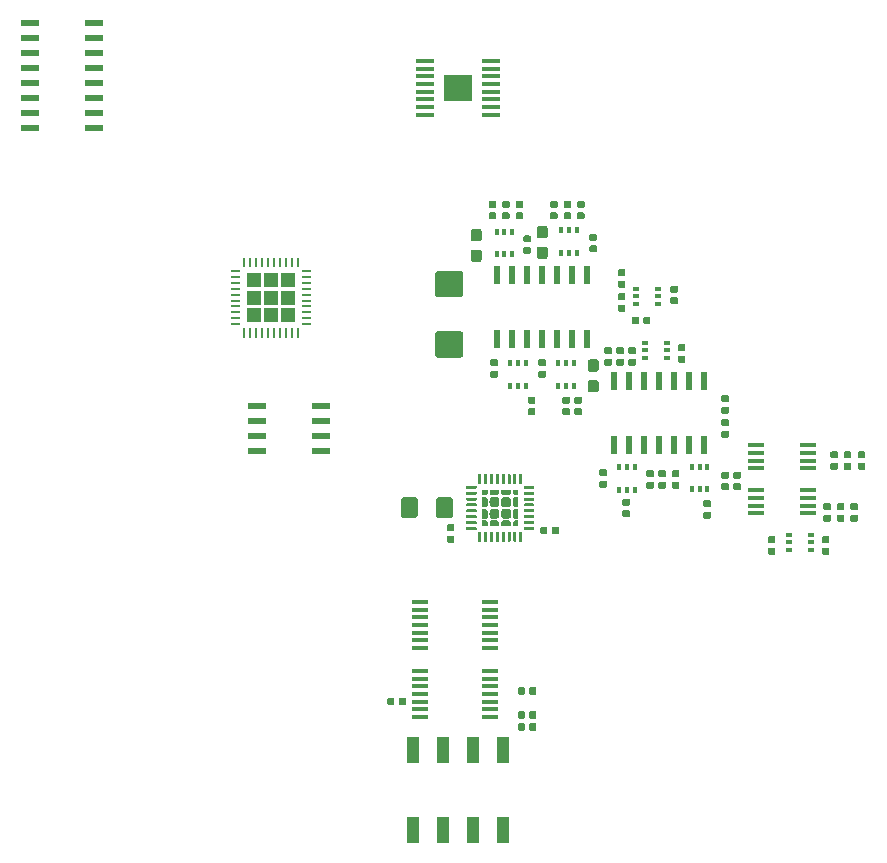
<source format=gbr>
G04 #@! TF.GenerationSoftware,KiCad,Pcbnew,(5.0.2)-1*
G04 #@! TF.CreationDate,2019-03-25T23:56:42-07:00*
G04 #@! TF.ProjectId,SwitcheroModule,53776974-6368-4657-926f-4d6f64756c65,rev?*
G04 #@! TF.SameCoordinates,Original*
G04 #@! TF.FileFunction,Paste,Top*
G04 #@! TF.FilePolarity,Positive*
%FSLAX46Y46*%
G04 Gerber Fmt 4.6, Leading zero omitted, Abs format (unit mm)*
G04 Created by KiCad (PCBNEW (5.0.2)-1) date 3/25/2019 11:56:42 PM*
%MOMM*%
%LPD*%
G01*
G04 APERTURE LIST*
%ADD10R,0.710000X0.280000*%
%ADD11C,0.280000*%
%ADD12R,0.280000X0.710000*%
%ADD13R,1.150000X1.150000*%
%ADD14R,1.450000X0.450000*%
%ADD15C,0.100000*%
%ADD16C,0.950000*%
%ADD17C,0.590000*%
%ADD18R,1.550000X0.600000*%
%ADD19R,0.600000X0.420000*%
%ADD20R,1.120000X2.160000*%
%ADD21R,0.420000X0.600000*%
%ADD22R,1.600000X0.300000*%
%ADD23R,2.460000X2.310000*%
%ADD24R,0.550000X1.500000*%
%ADD25C,2.250000*%
%ADD26C,1.425000*%
%ADD27C,0.806226*%
%ADD28C,0.349614*%
%ADD29C,0.318785*%
%ADD30C,0.250000*%
G04 APERTURE END LIST*
D10*
G04 #@! TO.C,U3*
X198268500Y-49466000D03*
D11*
X197913500Y-49466000D03*
D10*
X198268500Y-48966000D03*
D11*
X197913500Y-48966000D03*
D10*
X198268500Y-48466000D03*
D11*
X197913500Y-48466000D03*
D10*
X198268500Y-47966000D03*
D11*
X197913500Y-47966000D03*
D10*
X198268500Y-47466000D03*
D11*
X197913500Y-47466000D03*
D10*
X198268500Y-46966000D03*
D11*
X197913500Y-46966000D03*
D10*
X198268500Y-46466000D03*
D11*
X197913500Y-46466000D03*
D10*
X198268500Y-45966000D03*
D11*
X197913500Y-45966000D03*
D10*
X198268500Y-45466000D03*
D11*
X197913500Y-45466000D03*
D10*
X198268500Y-44966000D03*
D11*
X197913500Y-44966000D03*
D12*
X197473500Y-44171000D03*
D11*
X197473500Y-44526000D03*
D12*
X196973500Y-44171000D03*
D11*
X196973500Y-44526000D03*
D12*
X196473500Y-44171000D03*
D11*
X196473500Y-44526000D03*
D12*
X195973500Y-44171000D03*
D11*
X195973500Y-44526000D03*
D12*
X195473500Y-44171000D03*
D11*
X195473500Y-44526000D03*
D12*
X194973500Y-44171000D03*
D11*
X194973500Y-44526000D03*
D12*
X194473500Y-44171000D03*
D11*
X194473500Y-44526000D03*
D12*
X193973500Y-44171000D03*
D11*
X193973500Y-44526000D03*
D12*
X193473500Y-44171000D03*
D11*
X193473500Y-44526000D03*
D12*
X192973500Y-44171000D03*
D11*
X192973500Y-44526000D03*
D10*
X192178500Y-44966000D03*
D11*
X192533500Y-44966000D03*
D10*
X192178500Y-45466000D03*
D11*
X192533500Y-45466000D03*
D10*
X192178500Y-45966000D03*
D11*
X192533500Y-45966000D03*
D10*
X192178500Y-46466000D03*
D11*
X192533500Y-46466000D03*
D10*
X192178500Y-46966000D03*
D11*
X192533500Y-46966000D03*
D10*
X192178500Y-47466000D03*
D11*
X192533500Y-47466000D03*
D10*
X192178500Y-47966000D03*
D11*
X192533500Y-47966000D03*
D10*
X192178500Y-48466000D03*
D11*
X192533500Y-48466000D03*
D10*
X192178500Y-48966000D03*
D11*
X192533500Y-48966000D03*
D10*
X192178500Y-49466000D03*
D11*
X192533500Y-49466000D03*
D12*
X192973500Y-50261000D03*
D11*
X192973500Y-49906000D03*
D12*
X193473500Y-50261000D03*
D11*
X193473500Y-49906000D03*
D12*
X193973500Y-50261000D03*
D11*
X193973500Y-49906000D03*
D12*
X194473500Y-50261000D03*
D11*
X194473500Y-49906000D03*
D12*
X194973500Y-50261000D03*
D11*
X194973500Y-49906000D03*
D12*
X195473500Y-50261000D03*
D11*
X195473500Y-49906000D03*
D12*
X195973500Y-50261000D03*
D11*
X195973500Y-49906000D03*
D12*
X196473500Y-50261000D03*
D11*
X196473500Y-49906000D03*
D12*
X196973500Y-50261000D03*
D11*
X196973500Y-49906000D03*
D12*
X197473500Y-50261000D03*
D11*
X197473500Y-49906000D03*
D13*
X196673500Y-48666000D03*
X196673500Y-47216000D03*
X196673500Y-45766000D03*
X195223500Y-48666000D03*
X195223500Y-47216000D03*
X195223500Y-45766000D03*
X193773500Y-48666000D03*
X193773500Y-47216000D03*
X193773500Y-45766000D03*
G04 #@! TD*
D14*
G04 #@! TO.C,U4*
X213770000Y-82722000D03*
X213770000Y-82072000D03*
X213770000Y-81422000D03*
X213770000Y-80772000D03*
X213770000Y-80122000D03*
X213770000Y-79472000D03*
X213770000Y-78822000D03*
X207870000Y-78822000D03*
X207870000Y-79472000D03*
X207870000Y-80122000D03*
X207870000Y-80772000D03*
X207870000Y-81422000D03*
X207870000Y-82072000D03*
X207870000Y-82722000D03*
G04 #@! TD*
D15*
G04 #@! TO.C,C3*
G36*
X212858779Y-43150144D02*
X212881834Y-43153563D01*
X212904443Y-43159227D01*
X212926387Y-43167079D01*
X212947457Y-43177044D01*
X212967448Y-43189026D01*
X212986168Y-43202910D01*
X213003438Y-43218562D01*
X213019090Y-43235832D01*
X213032974Y-43254552D01*
X213044956Y-43274543D01*
X213054921Y-43295613D01*
X213062773Y-43317557D01*
X213068437Y-43340166D01*
X213071856Y-43363221D01*
X213073000Y-43386500D01*
X213073000Y-43961500D01*
X213071856Y-43984779D01*
X213068437Y-44007834D01*
X213062773Y-44030443D01*
X213054921Y-44052387D01*
X213044956Y-44073457D01*
X213032974Y-44093448D01*
X213019090Y-44112168D01*
X213003438Y-44129438D01*
X212986168Y-44145090D01*
X212967448Y-44158974D01*
X212947457Y-44170956D01*
X212926387Y-44180921D01*
X212904443Y-44188773D01*
X212881834Y-44194437D01*
X212858779Y-44197856D01*
X212835500Y-44199000D01*
X212360500Y-44199000D01*
X212337221Y-44197856D01*
X212314166Y-44194437D01*
X212291557Y-44188773D01*
X212269613Y-44180921D01*
X212248543Y-44170956D01*
X212228552Y-44158974D01*
X212209832Y-44145090D01*
X212192562Y-44129438D01*
X212176910Y-44112168D01*
X212163026Y-44093448D01*
X212151044Y-44073457D01*
X212141079Y-44052387D01*
X212133227Y-44030443D01*
X212127563Y-44007834D01*
X212124144Y-43984779D01*
X212123000Y-43961500D01*
X212123000Y-43386500D01*
X212124144Y-43363221D01*
X212127563Y-43340166D01*
X212133227Y-43317557D01*
X212141079Y-43295613D01*
X212151044Y-43274543D01*
X212163026Y-43254552D01*
X212176910Y-43235832D01*
X212192562Y-43218562D01*
X212209832Y-43202910D01*
X212228552Y-43189026D01*
X212248543Y-43177044D01*
X212269613Y-43167079D01*
X212291557Y-43159227D01*
X212314166Y-43153563D01*
X212337221Y-43150144D01*
X212360500Y-43149000D01*
X212835500Y-43149000D01*
X212858779Y-43150144D01*
X212858779Y-43150144D01*
G37*
D16*
X212598000Y-43674000D03*
D15*
G36*
X212858779Y-41400144D02*
X212881834Y-41403563D01*
X212904443Y-41409227D01*
X212926387Y-41417079D01*
X212947457Y-41427044D01*
X212967448Y-41439026D01*
X212986168Y-41452910D01*
X213003438Y-41468562D01*
X213019090Y-41485832D01*
X213032974Y-41504552D01*
X213044956Y-41524543D01*
X213054921Y-41545613D01*
X213062773Y-41567557D01*
X213068437Y-41590166D01*
X213071856Y-41613221D01*
X213073000Y-41636500D01*
X213073000Y-42211500D01*
X213071856Y-42234779D01*
X213068437Y-42257834D01*
X213062773Y-42280443D01*
X213054921Y-42302387D01*
X213044956Y-42323457D01*
X213032974Y-42343448D01*
X213019090Y-42362168D01*
X213003438Y-42379438D01*
X212986168Y-42395090D01*
X212967448Y-42408974D01*
X212947457Y-42420956D01*
X212926387Y-42430921D01*
X212904443Y-42438773D01*
X212881834Y-42444437D01*
X212858779Y-42447856D01*
X212835500Y-42449000D01*
X212360500Y-42449000D01*
X212337221Y-42447856D01*
X212314166Y-42444437D01*
X212291557Y-42438773D01*
X212269613Y-42430921D01*
X212248543Y-42420956D01*
X212228552Y-42408974D01*
X212209832Y-42395090D01*
X212192562Y-42379438D01*
X212176910Y-42362168D01*
X212163026Y-42343448D01*
X212151044Y-42323457D01*
X212141079Y-42302387D01*
X212133227Y-42280443D01*
X212127563Y-42257834D01*
X212124144Y-42234779D01*
X212123000Y-42211500D01*
X212123000Y-41636500D01*
X212124144Y-41613221D01*
X212127563Y-41590166D01*
X212133227Y-41567557D01*
X212141079Y-41545613D01*
X212151044Y-41524543D01*
X212163026Y-41504552D01*
X212176910Y-41485832D01*
X212192562Y-41468562D01*
X212209832Y-41452910D01*
X212228552Y-41439026D01*
X212248543Y-41427044D01*
X212269613Y-41417079D01*
X212291557Y-41409227D01*
X212314166Y-41403563D01*
X212337221Y-41400144D01*
X212360500Y-41399000D01*
X212835500Y-41399000D01*
X212858779Y-41400144D01*
X212858779Y-41400144D01*
G37*
D16*
X212598000Y-41924000D03*
G04 #@! TD*
D15*
G04 #@! TO.C,C4*
G36*
X218446779Y-41146144D02*
X218469834Y-41149563D01*
X218492443Y-41155227D01*
X218514387Y-41163079D01*
X218535457Y-41173044D01*
X218555448Y-41185026D01*
X218574168Y-41198910D01*
X218591438Y-41214562D01*
X218607090Y-41231832D01*
X218620974Y-41250552D01*
X218632956Y-41270543D01*
X218642921Y-41291613D01*
X218650773Y-41313557D01*
X218656437Y-41336166D01*
X218659856Y-41359221D01*
X218661000Y-41382500D01*
X218661000Y-41957500D01*
X218659856Y-41980779D01*
X218656437Y-42003834D01*
X218650773Y-42026443D01*
X218642921Y-42048387D01*
X218632956Y-42069457D01*
X218620974Y-42089448D01*
X218607090Y-42108168D01*
X218591438Y-42125438D01*
X218574168Y-42141090D01*
X218555448Y-42154974D01*
X218535457Y-42166956D01*
X218514387Y-42176921D01*
X218492443Y-42184773D01*
X218469834Y-42190437D01*
X218446779Y-42193856D01*
X218423500Y-42195000D01*
X217948500Y-42195000D01*
X217925221Y-42193856D01*
X217902166Y-42190437D01*
X217879557Y-42184773D01*
X217857613Y-42176921D01*
X217836543Y-42166956D01*
X217816552Y-42154974D01*
X217797832Y-42141090D01*
X217780562Y-42125438D01*
X217764910Y-42108168D01*
X217751026Y-42089448D01*
X217739044Y-42069457D01*
X217729079Y-42048387D01*
X217721227Y-42026443D01*
X217715563Y-42003834D01*
X217712144Y-41980779D01*
X217711000Y-41957500D01*
X217711000Y-41382500D01*
X217712144Y-41359221D01*
X217715563Y-41336166D01*
X217721227Y-41313557D01*
X217729079Y-41291613D01*
X217739044Y-41270543D01*
X217751026Y-41250552D01*
X217764910Y-41231832D01*
X217780562Y-41214562D01*
X217797832Y-41198910D01*
X217816552Y-41185026D01*
X217836543Y-41173044D01*
X217857613Y-41163079D01*
X217879557Y-41155227D01*
X217902166Y-41149563D01*
X217925221Y-41146144D01*
X217948500Y-41145000D01*
X218423500Y-41145000D01*
X218446779Y-41146144D01*
X218446779Y-41146144D01*
G37*
D16*
X218186000Y-41670000D03*
D15*
G36*
X218446779Y-42896144D02*
X218469834Y-42899563D01*
X218492443Y-42905227D01*
X218514387Y-42913079D01*
X218535457Y-42923044D01*
X218555448Y-42935026D01*
X218574168Y-42948910D01*
X218591438Y-42964562D01*
X218607090Y-42981832D01*
X218620974Y-43000552D01*
X218632956Y-43020543D01*
X218642921Y-43041613D01*
X218650773Y-43063557D01*
X218656437Y-43086166D01*
X218659856Y-43109221D01*
X218661000Y-43132500D01*
X218661000Y-43707500D01*
X218659856Y-43730779D01*
X218656437Y-43753834D01*
X218650773Y-43776443D01*
X218642921Y-43798387D01*
X218632956Y-43819457D01*
X218620974Y-43839448D01*
X218607090Y-43858168D01*
X218591438Y-43875438D01*
X218574168Y-43891090D01*
X218555448Y-43904974D01*
X218535457Y-43916956D01*
X218514387Y-43926921D01*
X218492443Y-43934773D01*
X218469834Y-43940437D01*
X218446779Y-43943856D01*
X218423500Y-43945000D01*
X217948500Y-43945000D01*
X217925221Y-43943856D01*
X217902166Y-43940437D01*
X217879557Y-43934773D01*
X217857613Y-43926921D01*
X217836543Y-43916956D01*
X217816552Y-43904974D01*
X217797832Y-43891090D01*
X217780562Y-43875438D01*
X217764910Y-43858168D01*
X217751026Y-43839448D01*
X217739044Y-43819457D01*
X217729079Y-43798387D01*
X217721227Y-43776443D01*
X217715563Y-43753834D01*
X217712144Y-43730779D01*
X217711000Y-43707500D01*
X217711000Y-43132500D01*
X217712144Y-43109221D01*
X217715563Y-43086166D01*
X217721227Y-43063557D01*
X217729079Y-43041613D01*
X217739044Y-43020543D01*
X217751026Y-43000552D01*
X217764910Y-42981832D01*
X217780562Y-42964562D01*
X217797832Y-42948910D01*
X217816552Y-42935026D01*
X217836543Y-42923044D01*
X217857613Y-42913079D01*
X217879557Y-42905227D01*
X217902166Y-42899563D01*
X217925221Y-42896144D01*
X217948500Y-42895000D01*
X218423500Y-42895000D01*
X218446779Y-42896144D01*
X218446779Y-42896144D01*
G37*
D16*
X218186000Y-43420000D03*
G04 #@! TD*
D15*
G04 #@! TO.C,C5*
G36*
X222764779Y-54199144D02*
X222787834Y-54202563D01*
X222810443Y-54208227D01*
X222832387Y-54216079D01*
X222853457Y-54226044D01*
X222873448Y-54238026D01*
X222892168Y-54251910D01*
X222909438Y-54267562D01*
X222925090Y-54284832D01*
X222938974Y-54303552D01*
X222950956Y-54323543D01*
X222960921Y-54344613D01*
X222968773Y-54366557D01*
X222974437Y-54389166D01*
X222977856Y-54412221D01*
X222979000Y-54435500D01*
X222979000Y-55010500D01*
X222977856Y-55033779D01*
X222974437Y-55056834D01*
X222968773Y-55079443D01*
X222960921Y-55101387D01*
X222950956Y-55122457D01*
X222938974Y-55142448D01*
X222925090Y-55161168D01*
X222909438Y-55178438D01*
X222892168Y-55194090D01*
X222873448Y-55207974D01*
X222853457Y-55219956D01*
X222832387Y-55229921D01*
X222810443Y-55237773D01*
X222787834Y-55243437D01*
X222764779Y-55246856D01*
X222741500Y-55248000D01*
X222266500Y-55248000D01*
X222243221Y-55246856D01*
X222220166Y-55243437D01*
X222197557Y-55237773D01*
X222175613Y-55229921D01*
X222154543Y-55219956D01*
X222134552Y-55207974D01*
X222115832Y-55194090D01*
X222098562Y-55178438D01*
X222082910Y-55161168D01*
X222069026Y-55142448D01*
X222057044Y-55122457D01*
X222047079Y-55101387D01*
X222039227Y-55079443D01*
X222033563Y-55056834D01*
X222030144Y-55033779D01*
X222029000Y-55010500D01*
X222029000Y-54435500D01*
X222030144Y-54412221D01*
X222033563Y-54389166D01*
X222039227Y-54366557D01*
X222047079Y-54344613D01*
X222057044Y-54323543D01*
X222069026Y-54303552D01*
X222082910Y-54284832D01*
X222098562Y-54267562D01*
X222115832Y-54251910D01*
X222134552Y-54238026D01*
X222154543Y-54226044D01*
X222175613Y-54216079D01*
X222197557Y-54208227D01*
X222220166Y-54202563D01*
X222243221Y-54199144D01*
X222266500Y-54198000D01*
X222741500Y-54198000D01*
X222764779Y-54199144D01*
X222764779Y-54199144D01*
G37*
D16*
X222504000Y-54723000D03*
D15*
G36*
X222764779Y-52449144D02*
X222787834Y-52452563D01*
X222810443Y-52458227D01*
X222832387Y-52466079D01*
X222853457Y-52476044D01*
X222873448Y-52488026D01*
X222892168Y-52501910D01*
X222909438Y-52517562D01*
X222925090Y-52534832D01*
X222938974Y-52553552D01*
X222950956Y-52573543D01*
X222960921Y-52594613D01*
X222968773Y-52616557D01*
X222974437Y-52639166D01*
X222977856Y-52662221D01*
X222979000Y-52685500D01*
X222979000Y-53260500D01*
X222977856Y-53283779D01*
X222974437Y-53306834D01*
X222968773Y-53329443D01*
X222960921Y-53351387D01*
X222950956Y-53372457D01*
X222938974Y-53392448D01*
X222925090Y-53411168D01*
X222909438Y-53428438D01*
X222892168Y-53444090D01*
X222873448Y-53457974D01*
X222853457Y-53469956D01*
X222832387Y-53479921D01*
X222810443Y-53487773D01*
X222787834Y-53493437D01*
X222764779Y-53496856D01*
X222741500Y-53498000D01*
X222266500Y-53498000D01*
X222243221Y-53496856D01*
X222220166Y-53493437D01*
X222197557Y-53487773D01*
X222175613Y-53479921D01*
X222154543Y-53469956D01*
X222134552Y-53457974D01*
X222115832Y-53444090D01*
X222098562Y-53428438D01*
X222082910Y-53411168D01*
X222069026Y-53392448D01*
X222057044Y-53372457D01*
X222047079Y-53351387D01*
X222039227Y-53329443D01*
X222033563Y-53306834D01*
X222030144Y-53283779D01*
X222029000Y-53260500D01*
X222029000Y-52685500D01*
X222030144Y-52662221D01*
X222033563Y-52639166D01*
X222039227Y-52616557D01*
X222047079Y-52594613D01*
X222057044Y-52573543D01*
X222069026Y-52553552D01*
X222082910Y-52534832D01*
X222098562Y-52517562D01*
X222115832Y-52501910D01*
X222134552Y-52488026D01*
X222154543Y-52476044D01*
X222175613Y-52466079D01*
X222197557Y-52458227D01*
X222220166Y-52452563D01*
X222243221Y-52449144D01*
X222266500Y-52448000D01*
X222741500Y-52448000D01*
X222764779Y-52449144D01*
X222764779Y-52449144D01*
G37*
D16*
X222504000Y-52973000D03*
G04 #@! TD*
D15*
G04 #@! TO.C,R2*
G36*
X217562958Y-80198710D02*
X217577276Y-80200834D01*
X217591317Y-80204351D01*
X217604946Y-80209228D01*
X217618031Y-80215417D01*
X217630447Y-80222858D01*
X217642073Y-80231481D01*
X217652798Y-80241202D01*
X217662519Y-80251927D01*
X217671142Y-80263553D01*
X217678583Y-80275969D01*
X217684772Y-80289054D01*
X217689649Y-80302683D01*
X217693166Y-80316724D01*
X217695290Y-80331042D01*
X217696000Y-80345500D01*
X217696000Y-80690500D01*
X217695290Y-80704958D01*
X217693166Y-80719276D01*
X217689649Y-80733317D01*
X217684772Y-80746946D01*
X217678583Y-80760031D01*
X217671142Y-80772447D01*
X217662519Y-80784073D01*
X217652798Y-80794798D01*
X217642073Y-80804519D01*
X217630447Y-80813142D01*
X217618031Y-80820583D01*
X217604946Y-80826772D01*
X217591317Y-80831649D01*
X217577276Y-80835166D01*
X217562958Y-80837290D01*
X217548500Y-80838000D01*
X217253500Y-80838000D01*
X217239042Y-80837290D01*
X217224724Y-80835166D01*
X217210683Y-80831649D01*
X217197054Y-80826772D01*
X217183969Y-80820583D01*
X217171553Y-80813142D01*
X217159927Y-80804519D01*
X217149202Y-80794798D01*
X217139481Y-80784073D01*
X217130858Y-80772447D01*
X217123417Y-80760031D01*
X217117228Y-80746946D01*
X217112351Y-80733317D01*
X217108834Y-80719276D01*
X217106710Y-80704958D01*
X217106000Y-80690500D01*
X217106000Y-80345500D01*
X217106710Y-80331042D01*
X217108834Y-80316724D01*
X217112351Y-80302683D01*
X217117228Y-80289054D01*
X217123417Y-80275969D01*
X217130858Y-80263553D01*
X217139481Y-80251927D01*
X217149202Y-80241202D01*
X217159927Y-80231481D01*
X217171553Y-80222858D01*
X217183969Y-80215417D01*
X217197054Y-80209228D01*
X217210683Y-80204351D01*
X217224724Y-80200834D01*
X217239042Y-80198710D01*
X217253500Y-80198000D01*
X217548500Y-80198000D01*
X217562958Y-80198710D01*
X217562958Y-80198710D01*
G37*
D17*
X217401000Y-80518000D03*
D15*
G36*
X216592958Y-80198710D02*
X216607276Y-80200834D01*
X216621317Y-80204351D01*
X216634946Y-80209228D01*
X216648031Y-80215417D01*
X216660447Y-80222858D01*
X216672073Y-80231481D01*
X216682798Y-80241202D01*
X216692519Y-80251927D01*
X216701142Y-80263553D01*
X216708583Y-80275969D01*
X216714772Y-80289054D01*
X216719649Y-80302683D01*
X216723166Y-80316724D01*
X216725290Y-80331042D01*
X216726000Y-80345500D01*
X216726000Y-80690500D01*
X216725290Y-80704958D01*
X216723166Y-80719276D01*
X216719649Y-80733317D01*
X216714772Y-80746946D01*
X216708583Y-80760031D01*
X216701142Y-80772447D01*
X216692519Y-80784073D01*
X216682798Y-80794798D01*
X216672073Y-80804519D01*
X216660447Y-80813142D01*
X216648031Y-80820583D01*
X216634946Y-80826772D01*
X216621317Y-80831649D01*
X216607276Y-80835166D01*
X216592958Y-80837290D01*
X216578500Y-80838000D01*
X216283500Y-80838000D01*
X216269042Y-80837290D01*
X216254724Y-80835166D01*
X216240683Y-80831649D01*
X216227054Y-80826772D01*
X216213969Y-80820583D01*
X216201553Y-80813142D01*
X216189927Y-80804519D01*
X216179202Y-80794798D01*
X216169481Y-80784073D01*
X216160858Y-80772447D01*
X216153417Y-80760031D01*
X216147228Y-80746946D01*
X216142351Y-80733317D01*
X216138834Y-80719276D01*
X216136710Y-80704958D01*
X216136000Y-80690500D01*
X216136000Y-80345500D01*
X216136710Y-80331042D01*
X216138834Y-80316724D01*
X216142351Y-80302683D01*
X216147228Y-80289054D01*
X216153417Y-80275969D01*
X216160858Y-80263553D01*
X216169481Y-80251927D01*
X216179202Y-80241202D01*
X216189927Y-80231481D01*
X216201553Y-80222858D01*
X216213969Y-80215417D01*
X216227054Y-80209228D01*
X216240683Y-80204351D01*
X216254724Y-80200834D01*
X216269042Y-80198710D01*
X216283500Y-80198000D01*
X216578500Y-80198000D01*
X216592958Y-80198710D01*
X216592958Y-80198710D01*
G37*
D17*
X216431000Y-80518000D03*
G04 #@! TD*
D15*
G04 #@! TO.C,R9*
G36*
X225103958Y-47815710D02*
X225118276Y-47817834D01*
X225132317Y-47821351D01*
X225145946Y-47826228D01*
X225159031Y-47832417D01*
X225171447Y-47839858D01*
X225183073Y-47848481D01*
X225193798Y-47858202D01*
X225203519Y-47868927D01*
X225212142Y-47880553D01*
X225219583Y-47892969D01*
X225225772Y-47906054D01*
X225230649Y-47919683D01*
X225234166Y-47933724D01*
X225236290Y-47948042D01*
X225237000Y-47962500D01*
X225237000Y-48257500D01*
X225236290Y-48271958D01*
X225234166Y-48286276D01*
X225230649Y-48300317D01*
X225225772Y-48313946D01*
X225219583Y-48327031D01*
X225212142Y-48339447D01*
X225203519Y-48351073D01*
X225193798Y-48361798D01*
X225183073Y-48371519D01*
X225171447Y-48380142D01*
X225159031Y-48387583D01*
X225145946Y-48393772D01*
X225132317Y-48398649D01*
X225118276Y-48402166D01*
X225103958Y-48404290D01*
X225089500Y-48405000D01*
X224744500Y-48405000D01*
X224730042Y-48404290D01*
X224715724Y-48402166D01*
X224701683Y-48398649D01*
X224688054Y-48393772D01*
X224674969Y-48387583D01*
X224662553Y-48380142D01*
X224650927Y-48371519D01*
X224640202Y-48361798D01*
X224630481Y-48351073D01*
X224621858Y-48339447D01*
X224614417Y-48327031D01*
X224608228Y-48313946D01*
X224603351Y-48300317D01*
X224599834Y-48286276D01*
X224597710Y-48271958D01*
X224597000Y-48257500D01*
X224597000Y-47962500D01*
X224597710Y-47948042D01*
X224599834Y-47933724D01*
X224603351Y-47919683D01*
X224608228Y-47906054D01*
X224614417Y-47892969D01*
X224621858Y-47880553D01*
X224630481Y-47868927D01*
X224640202Y-47858202D01*
X224650927Y-47848481D01*
X224662553Y-47839858D01*
X224674969Y-47832417D01*
X224688054Y-47826228D01*
X224701683Y-47821351D01*
X224715724Y-47817834D01*
X224730042Y-47815710D01*
X224744500Y-47815000D01*
X225089500Y-47815000D01*
X225103958Y-47815710D01*
X225103958Y-47815710D01*
G37*
D17*
X224917000Y-48110000D03*
D15*
G36*
X225103958Y-46845710D02*
X225118276Y-46847834D01*
X225132317Y-46851351D01*
X225145946Y-46856228D01*
X225159031Y-46862417D01*
X225171447Y-46869858D01*
X225183073Y-46878481D01*
X225193798Y-46888202D01*
X225203519Y-46898927D01*
X225212142Y-46910553D01*
X225219583Y-46922969D01*
X225225772Y-46936054D01*
X225230649Y-46949683D01*
X225234166Y-46963724D01*
X225236290Y-46978042D01*
X225237000Y-46992500D01*
X225237000Y-47287500D01*
X225236290Y-47301958D01*
X225234166Y-47316276D01*
X225230649Y-47330317D01*
X225225772Y-47343946D01*
X225219583Y-47357031D01*
X225212142Y-47369447D01*
X225203519Y-47381073D01*
X225193798Y-47391798D01*
X225183073Y-47401519D01*
X225171447Y-47410142D01*
X225159031Y-47417583D01*
X225145946Y-47423772D01*
X225132317Y-47428649D01*
X225118276Y-47432166D01*
X225103958Y-47434290D01*
X225089500Y-47435000D01*
X224744500Y-47435000D01*
X224730042Y-47434290D01*
X224715724Y-47432166D01*
X224701683Y-47428649D01*
X224688054Y-47423772D01*
X224674969Y-47417583D01*
X224662553Y-47410142D01*
X224650927Y-47401519D01*
X224640202Y-47391798D01*
X224630481Y-47381073D01*
X224621858Y-47369447D01*
X224614417Y-47357031D01*
X224608228Y-47343946D01*
X224603351Y-47330317D01*
X224599834Y-47316276D01*
X224597710Y-47301958D01*
X224597000Y-47287500D01*
X224597000Y-46992500D01*
X224597710Y-46978042D01*
X224599834Y-46963724D01*
X224603351Y-46949683D01*
X224608228Y-46936054D01*
X224614417Y-46922969D01*
X224621858Y-46910553D01*
X224630481Y-46898927D01*
X224640202Y-46888202D01*
X224650927Y-46878481D01*
X224662553Y-46869858D01*
X224674969Y-46862417D01*
X224688054Y-46856228D01*
X224701683Y-46851351D01*
X224715724Y-46847834D01*
X224730042Y-46845710D01*
X224744500Y-46845000D01*
X225089500Y-46845000D01*
X225103958Y-46845710D01*
X225103958Y-46845710D01*
G37*
D17*
X224917000Y-47140000D03*
G04 #@! TD*
D15*
G04 #@! TO.C,R3*
G36*
X205543958Y-81087710D02*
X205558276Y-81089834D01*
X205572317Y-81093351D01*
X205585946Y-81098228D01*
X205599031Y-81104417D01*
X205611447Y-81111858D01*
X205623073Y-81120481D01*
X205633798Y-81130202D01*
X205643519Y-81140927D01*
X205652142Y-81152553D01*
X205659583Y-81164969D01*
X205665772Y-81178054D01*
X205670649Y-81191683D01*
X205674166Y-81205724D01*
X205676290Y-81220042D01*
X205677000Y-81234500D01*
X205677000Y-81579500D01*
X205676290Y-81593958D01*
X205674166Y-81608276D01*
X205670649Y-81622317D01*
X205665772Y-81635946D01*
X205659583Y-81649031D01*
X205652142Y-81661447D01*
X205643519Y-81673073D01*
X205633798Y-81683798D01*
X205623073Y-81693519D01*
X205611447Y-81702142D01*
X205599031Y-81709583D01*
X205585946Y-81715772D01*
X205572317Y-81720649D01*
X205558276Y-81724166D01*
X205543958Y-81726290D01*
X205529500Y-81727000D01*
X205234500Y-81727000D01*
X205220042Y-81726290D01*
X205205724Y-81724166D01*
X205191683Y-81720649D01*
X205178054Y-81715772D01*
X205164969Y-81709583D01*
X205152553Y-81702142D01*
X205140927Y-81693519D01*
X205130202Y-81683798D01*
X205120481Y-81673073D01*
X205111858Y-81661447D01*
X205104417Y-81649031D01*
X205098228Y-81635946D01*
X205093351Y-81622317D01*
X205089834Y-81608276D01*
X205087710Y-81593958D01*
X205087000Y-81579500D01*
X205087000Y-81234500D01*
X205087710Y-81220042D01*
X205089834Y-81205724D01*
X205093351Y-81191683D01*
X205098228Y-81178054D01*
X205104417Y-81164969D01*
X205111858Y-81152553D01*
X205120481Y-81140927D01*
X205130202Y-81130202D01*
X205140927Y-81120481D01*
X205152553Y-81111858D01*
X205164969Y-81104417D01*
X205178054Y-81098228D01*
X205191683Y-81093351D01*
X205205724Y-81089834D01*
X205220042Y-81087710D01*
X205234500Y-81087000D01*
X205529500Y-81087000D01*
X205543958Y-81087710D01*
X205543958Y-81087710D01*
G37*
D17*
X205382000Y-81407000D03*
D15*
G36*
X206513958Y-81087710D02*
X206528276Y-81089834D01*
X206542317Y-81093351D01*
X206555946Y-81098228D01*
X206569031Y-81104417D01*
X206581447Y-81111858D01*
X206593073Y-81120481D01*
X206603798Y-81130202D01*
X206613519Y-81140927D01*
X206622142Y-81152553D01*
X206629583Y-81164969D01*
X206635772Y-81178054D01*
X206640649Y-81191683D01*
X206644166Y-81205724D01*
X206646290Y-81220042D01*
X206647000Y-81234500D01*
X206647000Y-81579500D01*
X206646290Y-81593958D01*
X206644166Y-81608276D01*
X206640649Y-81622317D01*
X206635772Y-81635946D01*
X206629583Y-81649031D01*
X206622142Y-81661447D01*
X206613519Y-81673073D01*
X206603798Y-81683798D01*
X206593073Y-81693519D01*
X206581447Y-81702142D01*
X206569031Y-81709583D01*
X206555946Y-81715772D01*
X206542317Y-81720649D01*
X206528276Y-81724166D01*
X206513958Y-81726290D01*
X206499500Y-81727000D01*
X206204500Y-81727000D01*
X206190042Y-81726290D01*
X206175724Y-81724166D01*
X206161683Y-81720649D01*
X206148054Y-81715772D01*
X206134969Y-81709583D01*
X206122553Y-81702142D01*
X206110927Y-81693519D01*
X206100202Y-81683798D01*
X206090481Y-81673073D01*
X206081858Y-81661447D01*
X206074417Y-81649031D01*
X206068228Y-81635946D01*
X206063351Y-81622317D01*
X206059834Y-81608276D01*
X206057710Y-81593958D01*
X206057000Y-81579500D01*
X206057000Y-81234500D01*
X206057710Y-81220042D01*
X206059834Y-81205724D01*
X206063351Y-81191683D01*
X206068228Y-81178054D01*
X206074417Y-81164969D01*
X206081858Y-81152553D01*
X206090481Y-81140927D01*
X206100202Y-81130202D01*
X206110927Y-81120481D01*
X206122553Y-81111858D01*
X206134969Y-81104417D01*
X206148054Y-81098228D01*
X206161683Y-81093351D01*
X206175724Y-81089834D01*
X206190042Y-81087710D01*
X206204500Y-81087000D01*
X206499500Y-81087000D01*
X206513958Y-81087710D01*
X206513958Y-81087710D01*
G37*
D17*
X206352000Y-81407000D03*
G04 #@! TD*
D15*
G04 #@! TO.C,R7*
G36*
X229548958Y-46210710D02*
X229563276Y-46212834D01*
X229577317Y-46216351D01*
X229590946Y-46221228D01*
X229604031Y-46227417D01*
X229616447Y-46234858D01*
X229628073Y-46243481D01*
X229638798Y-46253202D01*
X229648519Y-46263927D01*
X229657142Y-46275553D01*
X229664583Y-46287969D01*
X229670772Y-46301054D01*
X229675649Y-46314683D01*
X229679166Y-46328724D01*
X229681290Y-46343042D01*
X229682000Y-46357500D01*
X229682000Y-46652500D01*
X229681290Y-46666958D01*
X229679166Y-46681276D01*
X229675649Y-46695317D01*
X229670772Y-46708946D01*
X229664583Y-46722031D01*
X229657142Y-46734447D01*
X229648519Y-46746073D01*
X229638798Y-46756798D01*
X229628073Y-46766519D01*
X229616447Y-46775142D01*
X229604031Y-46782583D01*
X229590946Y-46788772D01*
X229577317Y-46793649D01*
X229563276Y-46797166D01*
X229548958Y-46799290D01*
X229534500Y-46800000D01*
X229189500Y-46800000D01*
X229175042Y-46799290D01*
X229160724Y-46797166D01*
X229146683Y-46793649D01*
X229133054Y-46788772D01*
X229119969Y-46782583D01*
X229107553Y-46775142D01*
X229095927Y-46766519D01*
X229085202Y-46756798D01*
X229075481Y-46746073D01*
X229066858Y-46734447D01*
X229059417Y-46722031D01*
X229053228Y-46708946D01*
X229048351Y-46695317D01*
X229044834Y-46681276D01*
X229042710Y-46666958D01*
X229042000Y-46652500D01*
X229042000Y-46357500D01*
X229042710Y-46343042D01*
X229044834Y-46328724D01*
X229048351Y-46314683D01*
X229053228Y-46301054D01*
X229059417Y-46287969D01*
X229066858Y-46275553D01*
X229075481Y-46263927D01*
X229085202Y-46253202D01*
X229095927Y-46243481D01*
X229107553Y-46234858D01*
X229119969Y-46227417D01*
X229133054Y-46221228D01*
X229146683Y-46216351D01*
X229160724Y-46212834D01*
X229175042Y-46210710D01*
X229189500Y-46210000D01*
X229534500Y-46210000D01*
X229548958Y-46210710D01*
X229548958Y-46210710D01*
G37*
D17*
X229362000Y-46505000D03*
D15*
G36*
X229548958Y-47180710D02*
X229563276Y-47182834D01*
X229577317Y-47186351D01*
X229590946Y-47191228D01*
X229604031Y-47197417D01*
X229616447Y-47204858D01*
X229628073Y-47213481D01*
X229638798Y-47223202D01*
X229648519Y-47233927D01*
X229657142Y-47245553D01*
X229664583Y-47257969D01*
X229670772Y-47271054D01*
X229675649Y-47284683D01*
X229679166Y-47298724D01*
X229681290Y-47313042D01*
X229682000Y-47327500D01*
X229682000Y-47622500D01*
X229681290Y-47636958D01*
X229679166Y-47651276D01*
X229675649Y-47665317D01*
X229670772Y-47678946D01*
X229664583Y-47692031D01*
X229657142Y-47704447D01*
X229648519Y-47716073D01*
X229638798Y-47726798D01*
X229628073Y-47736519D01*
X229616447Y-47745142D01*
X229604031Y-47752583D01*
X229590946Y-47758772D01*
X229577317Y-47763649D01*
X229563276Y-47767166D01*
X229548958Y-47769290D01*
X229534500Y-47770000D01*
X229189500Y-47770000D01*
X229175042Y-47769290D01*
X229160724Y-47767166D01*
X229146683Y-47763649D01*
X229133054Y-47758772D01*
X229119969Y-47752583D01*
X229107553Y-47745142D01*
X229095927Y-47736519D01*
X229085202Y-47726798D01*
X229075481Y-47716073D01*
X229066858Y-47704447D01*
X229059417Y-47692031D01*
X229053228Y-47678946D01*
X229048351Y-47665317D01*
X229044834Y-47651276D01*
X229042710Y-47636958D01*
X229042000Y-47622500D01*
X229042000Y-47327500D01*
X229042710Y-47313042D01*
X229044834Y-47298724D01*
X229048351Y-47284683D01*
X229053228Y-47271054D01*
X229059417Y-47257969D01*
X229066858Y-47245553D01*
X229075481Y-47233927D01*
X229085202Y-47223202D01*
X229095927Y-47213481D01*
X229107553Y-47204858D01*
X229119969Y-47197417D01*
X229133054Y-47191228D01*
X229146683Y-47186351D01*
X229160724Y-47182834D01*
X229175042Y-47180710D01*
X229189500Y-47180000D01*
X229534500Y-47180000D01*
X229548958Y-47180710D01*
X229548958Y-47180710D01*
G37*
D17*
X229362000Y-47475000D03*
G04 #@! TD*
D15*
G04 #@! TO.C,R4*
G36*
X216592958Y-83246710D02*
X216607276Y-83248834D01*
X216621317Y-83252351D01*
X216634946Y-83257228D01*
X216648031Y-83263417D01*
X216660447Y-83270858D01*
X216672073Y-83279481D01*
X216682798Y-83289202D01*
X216692519Y-83299927D01*
X216701142Y-83311553D01*
X216708583Y-83323969D01*
X216714772Y-83337054D01*
X216719649Y-83350683D01*
X216723166Y-83364724D01*
X216725290Y-83379042D01*
X216726000Y-83393500D01*
X216726000Y-83738500D01*
X216725290Y-83752958D01*
X216723166Y-83767276D01*
X216719649Y-83781317D01*
X216714772Y-83794946D01*
X216708583Y-83808031D01*
X216701142Y-83820447D01*
X216692519Y-83832073D01*
X216682798Y-83842798D01*
X216672073Y-83852519D01*
X216660447Y-83861142D01*
X216648031Y-83868583D01*
X216634946Y-83874772D01*
X216621317Y-83879649D01*
X216607276Y-83883166D01*
X216592958Y-83885290D01*
X216578500Y-83886000D01*
X216283500Y-83886000D01*
X216269042Y-83885290D01*
X216254724Y-83883166D01*
X216240683Y-83879649D01*
X216227054Y-83874772D01*
X216213969Y-83868583D01*
X216201553Y-83861142D01*
X216189927Y-83852519D01*
X216179202Y-83842798D01*
X216169481Y-83832073D01*
X216160858Y-83820447D01*
X216153417Y-83808031D01*
X216147228Y-83794946D01*
X216142351Y-83781317D01*
X216138834Y-83767276D01*
X216136710Y-83752958D01*
X216136000Y-83738500D01*
X216136000Y-83393500D01*
X216136710Y-83379042D01*
X216138834Y-83364724D01*
X216142351Y-83350683D01*
X216147228Y-83337054D01*
X216153417Y-83323969D01*
X216160858Y-83311553D01*
X216169481Y-83299927D01*
X216179202Y-83289202D01*
X216189927Y-83279481D01*
X216201553Y-83270858D01*
X216213969Y-83263417D01*
X216227054Y-83257228D01*
X216240683Y-83252351D01*
X216254724Y-83248834D01*
X216269042Y-83246710D01*
X216283500Y-83246000D01*
X216578500Y-83246000D01*
X216592958Y-83246710D01*
X216592958Y-83246710D01*
G37*
D17*
X216431000Y-83566000D03*
D15*
G36*
X217562958Y-83246710D02*
X217577276Y-83248834D01*
X217591317Y-83252351D01*
X217604946Y-83257228D01*
X217618031Y-83263417D01*
X217630447Y-83270858D01*
X217642073Y-83279481D01*
X217652798Y-83289202D01*
X217662519Y-83299927D01*
X217671142Y-83311553D01*
X217678583Y-83323969D01*
X217684772Y-83337054D01*
X217689649Y-83350683D01*
X217693166Y-83364724D01*
X217695290Y-83379042D01*
X217696000Y-83393500D01*
X217696000Y-83738500D01*
X217695290Y-83752958D01*
X217693166Y-83767276D01*
X217689649Y-83781317D01*
X217684772Y-83794946D01*
X217678583Y-83808031D01*
X217671142Y-83820447D01*
X217662519Y-83832073D01*
X217652798Y-83842798D01*
X217642073Y-83852519D01*
X217630447Y-83861142D01*
X217618031Y-83868583D01*
X217604946Y-83874772D01*
X217591317Y-83879649D01*
X217577276Y-83883166D01*
X217562958Y-83885290D01*
X217548500Y-83886000D01*
X217253500Y-83886000D01*
X217239042Y-83885290D01*
X217224724Y-83883166D01*
X217210683Y-83879649D01*
X217197054Y-83874772D01*
X217183969Y-83868583D01*
X217171553Y-83861142D01*
X217159927Y-83852519D01*
X217149202Y-83842798D01*
X217139481Y-83832073D01*
X217130858Y-83820447D01*
X217123417Y-83808031D01*
X217117228Y-83794946D01*
X217112351Y-83781317D01*
X217108834Y-83767276D01*
X217106710Y-83752958D01*
X217106000Y-83738500D01*
X217106000Y-83393500D01*
X217106710Y-83379042D01*
X217108834Y-83364724D01*
X217112351Y-83350683D01*
X217117228Y-83337054D01*
X217123417Y-83323969D01*
X217130858Y-83311553D01*
X217139481Y-83299927D01*
X217149202Y-83289202D01*
X217159927Y-83279481D01*
X217171553Y-83270858D01*
X217183969Y-83263417D01*
X217197054Y-83257228D01*
X217210683Y-83252351D01*
X217224724Y-83248834D01*
X217239042Y-83246710D01*
X217253500Y-83246000D01*
X217548500Y-83246000D01*
X217562958Y-83246710D01*
X217562958Y-83246710D01*
G37*
D17*
X217401000Y-83566000D03*
G04 #@! TD*
D15*
G04 #@! TO.C,R21*
G36*
X220404958Y-55608710D02*
X220419276Y-55610834D01*
X220433317Y-55614351D01*
X220446946Y-55619228D01*
X220460031Y-55625417D01*
X220472447Y-55632858D01*
X220484073Y-55641481D01*
X220494798Y-55651202D01*
X220504519Y-55661927D01*
X220513142Y-55673553D01*
X220520583Y-55685969D01*
X220526772Y-55699054D01*
X220531649Y-55712683D01*
X220535166Y-55726724D01*
X220537290Y-55741042D01*
X220538000Y-55755500D01*
X220538000Y-56050500D01*
X220537290Y-56064958D01*
X220535166Y-56079276D01*
X220531649Y-56093317D01*
X220526772Y-56106946D01*
X220520583Y-56120031D01*
X220513142Y-56132447D01*
X220504519Y-56144073D01*
X220494798Y-56154798D01*
X220484073Y-56164519D01*
X220472447Y-56173142D01*
X220460031Y-56180583D01*
X220446946Y-56186772D01*
X220433317Y-56191649D01*
X220419276Y-56195166D01*
X220404958Y-56197290D01*
X220390500Y-56198000D01*
X220045500Y-56198000D01*
X220031042Y-56197290D01*
X220016724Y-56195166D01*
X220002683Y-56191649D01*
X219989054Y-56186772D01*
X219975969Y-56180583D01*
X219963553Y-56173142D01*
X219951927Y-56164519D01*
X219941202Y-56154798D01*
X219931481Y-56144073D01*
X219922858Y-56132447D01*
X219915417Y-56120031D01*
X219909228Y-56106946D01*
X219904351Y-56093317D01*
X219900834Y-56079276D01*
X219898710Y-56064958D01*
X219898000Y-56050500D01*
X219898000Y-55755500D01*
X219898710Y-55741042D01*
X219900834Y-55726724D01*
X219904351Y-55712683D01*
X219909228Y-55699054D01*
X219915417Y-55685969D01*
X219922858Y-55673553D01*
X219931481Y-55661927D01*
X219941202Y-55651202D01*
X219951927Y-55641481D01*
X219963553Y-55632858D01*
X219975969Y-55625417D01*
X219989054Y-55619228D01*
X220002683Y-55614351D01*
X220016724Y-55610834D01*
X220031042Y-55608710D01*
X220045500Y-55608000D01*
X220390500Y-55608000D01*
X220404958Y-55608710D01*
X220404958Y-55608710D01*
G37*
D17*
X220218000Y-55903000D03*
D15*
G36*
X220404958Y-56578710D02*
X220419276Y-56580834D01*
X220433317Y-56584351D01*
X220446946Y-56589228D01*
X220460031Y-56595417D01*
X220472447Y-56602858D01*
X220484073Y-56611481D01*
X220494798Y-56621202D01*
X220504519Y-56631927D01*
X220513142Y-56643553D01*
X220520583Y-56655969D01*
X220526772Y-56669054D01*
X220531649Y-56682683D01*
X220535166Y-56696724D01*
X220537290Y-56711042D01*
X220538000Y-56725500D01*
X220538000Y-57020500D01*
X220537290Y-57034958D01*
X220535166Y-57049276D01*
X220531649Y-57063317D01*
X220526772Y-57076946D01*
X220520583Y-57090031D01*
X220513142Y-57102447D01*
X220504519Y-57114073D01*
X220494798Y-57124798D01*
X220484073Y-57134519D01*
X220472447Y-57143142D01*
X220460031Y-57150583D01*
X220446946Y-57156772D01*
X220433317Y-57161649D01*
X220419276Y-57165166D01*
X220404958Y-57167290D01*
X220390500Y-57168000D01*
X220045500Y-57168000D01*
X220031042Y-57167290D01*
X220016724Y-57165166D01*
X220002683Y-57161649D01*
X219989054Y-57156772D01*
X219975969Y-57150583D01*
X219963553Y-57143142D01*
X219951927Y-57134519D01*
X219941202Y-57124798D01*
X219931481Y-57114073D01*
X219922858Y-57102447D01*
X219915417Y-57090031D01*
X219909228Y-57076946D01*
X219904351Y-57063317D01*
X219900834Y-57049276D01*
X219898710Y-57034958D01*
X219898000Y-57020500D01*
X219898000Y-56725500D01*
X219898710Y-56711042D01*
X219900834Y-56696724D01*
X219904351Y-56682683D01*
X219909228Y-56669054D01*
X219915417Y-56655969D01*
X219922858Y-56643553D01*
X219931481Y-56631927D01*
X219941202Y-56621202D01*
X219951927Y-56611481D01*
X219963553Y-56602858D01*
X219975969Y-56595417D01*
X219989054Y-56589228D01*
X220002683Y-56584351D01*
X220016724Y-56580834D01*
X220031042Y-56578710D01*
X220045500Y-56578000D01*
X220390500Y-56578000D01*
X220404958Y-56578710D01*
X220404958Y-56578710D01*
G37*
D17*
X220218000Y-56873000D03*
G04 #@! TD*
D15*
G04 #@! TO.C,R10*
G36*
X227214958Y-48829710D02*
X227229276Y-48831834D01*
X227243317Y-48835351D01*
X227256946Y-48840228D01*
X227270031Y-48846417D01*
X227282447Y-48853858D01*
X227294073Y-48862481D01*
X227304798Y-48872202D01*
X227314519Y-48882927D01*
X227323142Y-48894553D01*
X227330583Y-48906969D01*
X227336772Y-48920054D01*
X227341649Y-48933683D01*
X227345166Y-48947724D01*
X227347290Y-48962042D01*
X227348000Y-48976500D01*
X227348000Y-49321500D01*
X227347290Y-49335958D01*
X227345166Y-49350276D01*
X227341649Y-49364317D01*
X227336772Y-49377946D01*
X227330583Y-49391031D01*
X227323142Y-49403447D01*
X227314519Y-49415073D01*
X227304798Y-49425798D01*
X227294073Y-49435519D01*
X227282447Y-49444142D01*
X227270031Y-49451583D01*
X227256946Y-49457772D01*
X227243317Y-49462649D01*
X227229276Y-49466166D01*
X227214958Y-49468290D01*
X227200500Y-49469000D01*
X226905500Y-49469000D01*
X226891042Y-49468290D01*
X226876724Y-49466166D01*
X226862683Y-49462649D01*
X226849054Y-49457772D01*
X226835969Y-49451583D01*
X226823553Y-49444142D01*
X226811927Y-49435519D01*
X226801202Y-49425798D01*
X226791481Y-49415073D01*
X226782858Y-49403447D01*
X226775417Y-49391031D01*
X226769228Y-49377946D01*
X226764351Y-49364317D01*
X226760834Y-49350276D01*
X226758710Y-49335958D01*
X226758000Y-49321500D01*
X226758000Y-48976500D01*
X226758710Y-48962042D01*
X226760834Y-48947724D01*
X226764351Y-48933683D01*
X226769228Y-48920054D01*
X226775417Y-48906969D01*
X226782858Y-48894553D01*
X226791481Y-48882927D01*
X226801202Y-48872202D01*
X226811927Y-48862481D01*
X226823553Y-48853858D01*
X226835969Y-48846417D01*
X226849054Y-48840228D01*
X226862683Y-48835351D01*
X226876724Y-48831834D01*
X226891042Y-48829710D01*
X226905500Y-48829000D01*
X227200500Y-48829000D01*
X227214958Y-48829710D01*
X227214958Y-48829710D01*
G37*
D17*
X227053000Y-49149000D03*
D15*
G36*
X226244958Y-48829710D02*
X226259276Y-48831834D01*
X226273317Y-48835351D01*
X226286946Y-48840228D01*
X226300031Y-48846417D01*
X226312447Y-48853858D01*
X226324073Y-48862481D01*
X226334798Y-48872202D01*
X226344519Y-48882927D01*
X226353142Y-48894553D01*
X226360583Y-48906969D01*
X226366772Y-48920054D01*
X226371649Y-48933683D01*
X226375166Y-48947724D01*
X226377290Y-48962042D01*
X226378000Y-48976500D01*
X226378000Y-49321500D01*
X226377290Y-49335958D01*
X226375166Y-49350276D01*
X226371649Y-49364317D01*
X226366772Y-49377946D01*
X226360583Y-49391031D01*
X226353142Y-49403447D01*
X226344519Y-49415073D01*
X226334798Y-49425798D01*
X226324073Y-49435519D01*
X226312447Y-49444142D01*
X226300031Y-49451583D01*
X226286946Y-49457772D01*
X226273317Y-49462649D01*
X226259276Y-49466166D01*
X226244958Y-49468290D01*
X226230500Y-49469000D01*
X225935500Y-49469000D01*
X225921042Y-49468290D01*
X225906724Y-49466166D01*
X225892683Y-49462649D01*
X225879054Y-49457772D01*
X225865969Y-49451583D01*
X225853553Y-49444142D01*
X225841927Y-49435519D01*
X225831202Y-49425798D01*
X225821481Y-49415073D01*
X225812858Y-49403447D01*
X225805417Y-49391031D01*
X225799228Y-49377946D01*
X225794351Y-49364317D01*
X225790834Y-49350276D01*
X225788710Y-49335958D01*
X225788000Y-49321500D01*
X225788000Y-48976500D01*
X225788710Y-48962042D01*
X225790834Y-48947724D01*
X225794351Y-48933683D01*
X225799228Y-48920054D01*
X225805417Y-48906969D01*
X225812858Y-48894553D01*
X225821481Y-48882927D01*
X225831202Y-48872202D01*
X225841927Y-48862481D01*
X225853553Y-48853858D01*
X225865969Y-48846417D01*
X225879054Y-48840228D01*
X225892683Y-48835351D01*
X225906724Y-48831834D01*
X225921042Y-48829710D01*
X225935500Y-48829000D01*
X226230500Y-48829000D01*
X226244958Y-48829710D01*
X226244958Y-48829710D01*
G37*
D17*
X226083000Y-49149000D03*
G04 #@! TD*
D15*
G04 #@! TO.C,R11*
G36*
X210625958Y-66403710D02*
X210640276Y-66405834D01*
X210654317Y-66409351D01*
X210667946Y-66414228D01*
X210681031Y-66420417D01*
X210693447Y-66427858D01*
X210705073Y-66436481D01*
X210715798Y-66446202D01*
X210725519Y-66456927D01*
X210734142Y-66468553D01*
X210741583Y-66480969D01*
X210747772Y-66494054D01*
X210752649Y-66507683D01*
X210756166Y-66521724D01*
X210758290Y-66536042D01*
X210759000Y-66550500D01*
X210759000Y-66845500D01*
X210758290Y-66859958D01*
X210756166Y-66874276D01*
X210752649Y-66888317D01*
X210747772Y-66901946D01*
X210741583Y-66915031D01*
X210734142Y-66927447D01*
X210725519Y-66939073D01*
X210715798Y-66949798D01*
X210705073Y-66959519D01*
X210693447Y-66968142D01*
X210681031Y-66975583D01*
X210667946Y-66981772D01*
X210654317Y-66986649D01*
X210640276Y-66990166D01*
X210625958Y-66992290D01*
X210611500Y-66993000D01*
X210266500Y-66993000D01*
X210252042Y-66992290D01*
X210237724Y-66990166D01*
X210223683Y-66986649D01*
X210210054Y-66981772D01*
X210196969Y-66975583D01*
X210184553Y-66968142D01*
X210172927Y-66959519D01*
X210162202Y-66949798D01*
X210152481Y-66939073D01*
X210143858Y-66927447D01*
X210136417Y-66915031D01*
X210130228Y-66901946D01*
X210125351Y-66888317D01*
X210121834Y-66874276D01*
X210119710Y-66859958D01*
X210119000Y-66845500D01*
X210119000Y-66550500D01*
X210119710Y-66536042D01*
X210121834Y-66521724D01*
X210125351Y-66507683D01*
X210130228Y-66494054D01*
X210136417Y-66480969D01*
X210143858Y-66468553D01*
X210152481Y-66456927D01*
X210162202Y-66446202D01*
X210172927Y-66436481D01*
X210184553Y-66427858D01*
X210196969Y-66420417D01*
X210210054Y-66414228D01*
X210223683Y-66409351D01*
X210237724Y-66405834D01*
X210252042Y-66403710D01*
X210266500Y-66403000D01*
X210611500Y-66403000D01*
X210625958Y-66403710D01*
X210625958Y-66403710D01*
G37*
D17*
X210439000Y-66698000D03*
D15*
G36*
X210625958Y-67373710D02*
X210640276Y-67375834D01*
X210654317Y-67379351D01*
X210667946Y-67384228D01*
X210681031Y-67390417D01*
X210693447Y-67397858D01*
X210705073Y-67406481D01*
X210715798Y-67416202D01*
X210725519Y-67426927D01*
X210734142Y-67438553D01*
X210741583Y-67450969D01*
X210747772Y-67464054D01*
X210752649Y-67477683D01*
X210756166Y-67491724D01*
X210758290Y-67506042D01*
X210759000Y-67520500D01*
X210759000Y-67815500D01*
X210758290Y-67829958D01*
X210756166Y-67844276D01*
X210752649Y-67858317D01*
X210747772Y-67871946D01*
X210741583Y-67885031D01*
X210734142Y-67897447D01*
X210725519Y-67909073D01*
X210715798Y-67919798D01*
X210705073Y-67929519D01*
X210693447Y-67938142D01*
X210681031Y-67945583D01*
X210667946Y-67951772D01*
X210654317Y-67956649D01*
X210640276Y-67960166D01*
X210625958Y-67962290D01*
X210611500Y-67963000D01*
X210266500Y-67963000D01*
X210252042Y-67962290D01*
X210237724Y-67960166D01*
X210223683Y-67956649D01*
X210210054Y-67951772D01*
X210196969Y-67945583D01*
X210184553Y-67938142D01*
X210172927Y-67929519D01*
X210162202Y-67919798D01*
X210152481Y-67909073D01*
X210143858Y-67897447D01*
X210136417Y-67885031D01*
X210130228Y-67871946D01*
X210125351Y-67858317D01*
X210121834Y-67844276D01*
X210119710Y-67829958D01*
X210119000Y-67815500D01*
X210119000Y-67520500D01*
X210119710Y-67506042D01*
X210121834Y-67491724D01*
X210125351Y-67477683D01*
X210130228Y-67464054D01*
X210136417Y-67450969D01*
X210143858Y-67438553D01*
X210152481Y-67426927D01*
X210162202Y-67416202D01*
X210172927Y-67406481D01*
X210184553Y-67397858D01*
X210196969Y-67390417D01*
X210210054Y-67384228D01*
X210223683Y-67379351D01*
X210237724Y-67375834D01*
X210252042Y-67373710D01*
X210266500Y-67373000D01*
X210611500Y-67373000D01*
X210625958Y-67373710D01*
X210625958Y-67373710D01*
G37*
D17*
X210439000Y-67668000D03*
G04 #@! TD*
D18*
G04 #@! TO.C,U2*
X199423000Y-60198000D03*
X199423000Y-58928000D03*
X199423000Y-57658000D03*
X199423000Y-56388000D03*
X194023000Y-56388000D03*
X194023000Y-57658000D03*
X194023000Y-58928000D03*
X194023000Y-60198000D03*
G04 #@! TD*
D15*
G04 #@! TO.C,R14*
G36*
X214155414Y-39037241D02*
X214169732Y-39039365D01*
X214183773Y-39042882D01*
X214197402Y-39047759D01*
X214210487Y-39053948D01*
X214222903Y-39061389D01*
X214234529Y-39070012D01*
X214245254Y-39079733D01*
X214254975Y-39090458D01*
X214263598Y-39102084D01*
X214271039Y-39114500D01*
X214277228Y-39127585D01*
X214282105Y-39141214D01*
X214285622Y-39155255D01*
X214287746Y-39169573D01*
X214288456Y-39184031D01*
X214288456Y-39479031D01*
X214287746Y-39493489D01*
X214285622Y-39507807D01*
X214282105Y-39521848D01*
X214277228Y-39535477D01*
X214271039Y-39548562D01*
X214263598Y-39560978D01*
X214254975Y-39572604D01*
X214245254Y-39583329D01*
X214234529Y-39593050D01*
X214222903Y-39601673D01*
X214210487Y-39609114D01*
X214197402Y-39615303D01*
X214183773Y-39620180D01*
X214169732Y-39623697D01*
X214155414Y-39625821D01*
X214140956Y-39626531D01*
X213795956Y-39626531D01*
X213781498Y-39625821D01*
X213767180Y-39623697D01*
X213753139Y-39620180D01*
X213739510Y-39615303D01*
X213726425Y-39609114D01*
X213714009Y-39601673D01*
X213702383Y-39593050D01*
X213691658Y-39583329D01*
X213681937Y-39572604D01*
X213673314Y-39560978D01*
X213665873Y-39548562D01*
X213659684Y-39535477D01*
X213654807Y-39521848D01*
X213651290Y-39507807D01*
X213649166Y-39493489D01*
X213648456Y-39479031D01*
X213648456Y-39184031D01*
X213649166Y-39169573D01*
X213651290Y-39155255D01*
X213654807Y-39141214D01*
X213659684Y-39127585D01*
X213665873Y-39114500D01*
X213673314Y-39102084D01*
X213681937Y-39090458D01*
X213691658Y-39079733D01*
X213702383Y-39070012D01*
X213714009Y-39061389D01*
X213726425Y-39053948D01*
X213739510Y-39047759D01*
X213753139Y-39042882D01*
X213767180Y-39039365D01*
X213781498Y-39037241D01*
X213795956Y-39036531D01*
X214140956Y-39036531D01*
X214155414Y-39037241D01*
X214155414Y-39037241D01*
G37*
D17*
X213968456Y-39331531D03*
D15*
G36*
X214155414Y-40007241D02*
X214169732Y-40009365D01*
X214183773Y-40012882D01*
X214197402Y-40017759D01*
X214210487Y-40023948D01*
X214222903Y-40031389D01*
X214234529Y-40040012D01*
X214245254Y-40049733D01*
X214254975Y-40060458D01*
X214263598Y-40072084D01*
X214271039Y-40084500D01*
X214277228Y-40097585D01*
X214282105Y-40111214D01*
X214285622Y-40125255D01*
X214287746Y-40139573D01*
X214288456Y-40154031D01*
X214288456Y-40449031D01*
X214287746Y-40463489D01*
X214285622Y-40477807D01*
X214282105Y-40491848D01*
X214277228Y-40505477D01*
X214271039Y-40518562D01*
X214263598Y-40530978D01*
X214254975Y-40542604D01*
X214245254Y-40553329D01*
X214234529Y-40563050D01*
X214222903Y-40571673D01*
X214210487Y-40579114D01*
X214197402Y-40585303D01*
X214183773Y-40590180D01*
X214169732Y-40593697D01*
X214155414Y-40595821D01*
X214140956Y-40596531D01*
X213795956Y-40596531D01*
X213781498Y-40595821D01*
X213767180Y-40593697D01*
X213753139Y-40590180D01*
X213739510Y-40585303D01*
X213726425Y-40579114D01*
X213714009Y-40571673D01*
X213702383Y-40563050D01*
X213691658Y-40553329D01*
X213681937Y-40542604D01*
X213673314Y-40530978D01*
X213665873Y-40518562D01*
X213659684Y-40505477D01*
X213654807Y-40491848D01*
X213651290Y-40477807D01*
X213649166Y-40463489D01*
X213648456Y-40449031D01*
X213648456Y-40154031D01*
X213649166Y-40139573D01*
X213651290Y-40125255D01*
X213654807Y-40111214D01*
X213659684Y-40097585D01*
X213665873Y-40084500D01*
X213673314Y-40072084D01*
X213681937Y-40060458D01*
X213691658Y-40049733D01*
X213702383Y-40040012D01*
X213714009Y-40031389D01*
X213726425Y-40023948D01*
X213739510Y-40017759D01*
X213753139Y-40012882D01*
X213767180Y-40009365D01*
X213781498Y-40007241D01*
X213795956Y-40006531D01*
X214140956Y-40006531D01*
X214155414Y-40007241D01*
X214155414Y-40007241D01*
G37*
D17*
X213968456Y-40301531D03*
G04 #@! TD*
D19*
G04 #@! TO.C,Q2*
X226126000Y-47767000D03*
X226126000Y-47117000D03*
X226126000Y-46467000D03*
X228026000Y-47767000D03*
X228026000Y-47117000D03*
X228026000Y-46467000D03*
G04 #@! TD*
D14*
G04 #@! TO.C,U5*
X213770000Y-76880000D03*
X213770000Y-76230000D03*
X213770000Y-75580000D03*
X213770000Y-74930000D03*
X213770000Y-74280000D03*
X213770000Y-73630000D03*
X213770000Y-72980000D03*
X207870000Y-72980000D03*
X207870000Y-73630000D03*
X207870000Y-74280000D03*
X207870000Y-74930000D03*
X207870000Y-75580000D03*
X207870000Y-76230000D03*
X207870000Y-76880000D03*
G04 #@! TD*
D15*
G04 #@! TO.C,R57*
G36*
X227516958Y-62801710D02*
X227531276Y-62803834D01*
X227545317Y-62807351D01*
X227558946Y-62812228D01*
X227572031Y-62818417D01*
X227584447Y-62825858D01*
X227596073Y-62834481D01*
X227606798Y-62844202D01*
X227616519Y-62854927D01*
X227625142Y-62866553D01*
X227632583Y-62878969D01*
X227638772Y-62892054D01*
X227643649Y-62905683D01*
X227647166Y-62919724D01*
X227649290Y-62934042D01*
X227650000Y-62948500D01*
X227650000Y-63243500D01*
X227649290Y-63257958D01*
X227647166Y-63272276D01*
X227643649Y-63286317D01*
X227638772Y-63299946D01*
X227632583Y-63313031D01*
X227625142Y-63325447D01*
X227616519Y-63337073D01*
X227606798Y-63347798D01*
X227596073Y-63357519D01*
X227584447Y-63366142D01*
X227572031Y-63373583D01*
X227558946Y-63379772D01*
X227545317Y-63384649D01*
X227531276Y-63388166D01*
X227516958Y-63390290D01*
X227502500Y-63391000D01*
X227157500Y-63391000D01*
X227143042Y-63390290D01*
X227128724Y-63388166D01*
X227114683Y-63384649D01*
X227101054Y-63379772D01*
X227087969Y-63373583D01*
X227075553Y-63366142D01*
X227063927Y-63357519D01*
X227053202Y-63347798D01*
X227043481Y-63337073D01*
X227034858Y-63325447D01*
X227027417Y-63313031D01*
X227021228Y-63299946D01*
X227016351Y-63286317D01*
X227012834Y-63272276D01*
X227010710Y-63257958D01*
X227010000Y-63243500D01*
X227010000Y-62948500D01*
X227010710Y-62934042D01*
X227012834Y-62919724D01*
X227016351Y-62905683D01*
X227021228Y-62892054D01*
X227027417Y-62878969D01*
X227034858Y-62866553D01*
X227043481Y-62854927D01*
X227053202Y-62844202D01*
X227063927Y-62834481D01*
X227075553Y-62825858D01*
X227087969Y-62818417D01*
X227101054Y-62812228D01*
X227114683Y-62807351D01*
X227128724Y-62803834D01*
X227143042Y-62801710D01*
X227157500Y-62801000D01*
X227502500Y-62801000D01*
X227516958Y-62801710D01*
X227516958Y-62801710D01*
G37*
D17*
X227330000Y-63096000D03*
D15*
G36*
X227516958Y-61831710D02*
X227531276Y-61833834D01*
X227545317Y-61837351D01*
X227558946Y-61842228D01*
X227572031Y-61848417D01*
X227584447Y-61855858D01*
X227596073Y-61864481D01*
X227606798Y-61874202D01*
X227616519Y-61884927D01*
X227625142Y-61896553D01*
X227632583Y-61908969D01*
X227638772Y-61922054D01*
X227643649Y-61935683D01*
X227647166Y-61949724D01*
X227649290Y-61964042D01*
X227650000Y-61978500D01*
X227650000Y-62273500D01*
X227649290Y-62287958D01*
X227647166Y-62302276D01*
X227643649Y-62316317D01*
X227638772Y-62329946D01*
X227632583Y-62343031D01*
X227625142Y-62355447D01*
X227616519Y-62367073D01*
X227606798Y-62377798D01*
X227596073Y-62387519D01*
X227584447Y-62396142D01*
X227572031Y-62403583D01*
X227558946Y-62409772D01*
X227545317Y-62414649D01*
X227531276Y-62418166D01*
X227516958Y-62420290D01*
X227502500Y-62421000D01*
X227157500Y-62421000D01*
X227143042Y-62420290D01*
X227128724Y-62418166D01*
X227114683Y-62414649D01*
X227101054Y-62409772D01*
X227087969Y-62403583D01*
X227075553Y-62396142D01*
X227063927Y-62387519D01*
X227053202Y-62377798D01*
X227043481Y-62367073D01*
X227034858Y-62355447D01*
X227027417Y-62343031D01*
X227021228Y-62329946D01*
X227016351Y-62316317D01*
X227012834Y-62302276D01*
X227010710Y-62287958D01*
X227010000Y-62273500D01*
X227010000Y-61978500D01*
X227010710Y-61964042D01*
X227012834Y-61949724D01*
X227016351Y-61935683D01*
X227021228Y-61922054D01*
X227027417Y-61908969D01*
X227034858Y-61896553D01*
X227043481Y-61884927D01*
X227053202Y-61874202D01*
X227063927Y-61864481D01*
X227075553Y-61855858D01*
X227087969Y-61848417D01*
X227101054Y-61842228D01*
X227114683Y-61837351D01*
X227128724Y-61833834D01*
X227143042Y-61831710D01*
X227157500Y-61831000D01*
X227502500Y-61831000D01*
X227516958Y-61831710D01*
X227516958Y-61831710D01*
G37*
D17*
X227330000Y-62126000D03*
G04 #@! TD*
D15*
G04 #@! TO.C,R39*
G36*
X223528235Y-61744194D02*
X223542553Y-61746318D01*
X223556594Y-61749835D01*
X223570223Y-61754712D01*
X223583308Y-61760901D01*
X223595724Y-61768342D01*
X223607350Y-61776965D01*
X223618075Y-61786686D01*
X223627796Y-61797411D01*
X223636419Y-61809037D01*
X223643860Y-61821453D01*
X223650049Y-61834538D01*
X223654926Y-61848167D01*
X223658443Y-61862208D01*
X223660567Y-61876526D01*
X223661277Y-61890984D01*
X223661277Y-62185984D01*
X223660567Y-62200442D01*
X223658443Y-62214760D01*
X223654926Y-62228801D01*
X223650049Y-62242430D01*
X223643860Y-62255515D01*
X223636419Y-62267931D01*
X223627796Y-62279557D01*
X223618075Y-62290282D01*
X223607350Y-62300003D01*
X223595724Y-62308626D01*
X223583308Y-62316067D01*
X223570223Y-62322256D01*
X223556594Y-62327133D01*
X223542553Y-62330650D01*
X223528235Y-62332774D01*
X223513777Y-62333484D01*
X223168777Y-62333484D01*
X223154319Y-62332774D01*
X223140001Y-62330650D01*
X223125960Y-62327133D01*
X223112331Y-62322256D01*
X223099246Y-62316067D01*
X223086830Y-62308626D01*
X223075204Y-62300003D01*
X223064479Y-62290282D01*
X223054758Y-62279557D01*
X223046135Y-62267931D01*
X223038694Y-62255515D01*
X223032505Y-62242430D01*
X223027628Y-62228801D01*
X223024111Y-62214760D01*
X223021987Y-62200442D01*
X223021277Y-62185984D01*
X223021277Y-61890984D01*
X223021987Y-61876526D01*
X223024111Y-61862208D01*
X223027628Y-61848167D01*
X223032505Y-61834538D01*
X223038694Y-61821453D01*
X223046135Y-61809037D01*
X223054758Y-61797411D01*
X223064479Y-61786686D01*
X223075204Y-61776965D01*
X223086830Y-61768342D01*
X223099246Y-61760901D01*
X223112331Y-61754712D01*
X223125960Y-61749835D01*
X223140001Y-61746318D01*
X223154319Y-61744194D01*
X223168777Y-61743484D01*
X223513777Y-61743484D01*
X223528235Y-61744194D01*
X223528235Y-61744194D01*
G37*
D17*
X223341277Y-62038484D03*
D15*
G36*
X223528235Y-62714194D02*
X223542553Y-62716318D01*
X223556594Y-62719835D01*
X223570223Y-62724712D01*
X223583308Y-62730901D01*
X223595724Y-62738342D01*
X223607350Y-62746965D01*
X223618075Y-62756686D01*
X223627796Y-62767411D01*
X223636419Y-62779037D01*
X223643860Y-62791453D01*
X223650049Y-62804538D01*
X223654926Y-62818167D01*
X223658443Y-62832208D01*
X223660567Y-62846526D01*
X223661277Y-62860984D01*
X223661277Y-63155984D01*
X223660567Y-63170442D01*
X223658443Y-63184760D01*
X223654926Y-63198801D01*
X223650049Y-63212430D01*
X223643860Y-63225515D01*
X223636419Y-63237931D01*
X223627796Y-63249557D01*
X223618075Y-63260282D01*
X223607350Y-63270003D01*
X223595724Y-63278626D01*
X223583308Y-63286067D01*
X223570223Y-63292256D01*
X223556594Y-63297133D01*
X223542553Y-63300650D01*
X223528235Y-63302774D01*
X223513777Y-63303484D01*
X223168777Y-63303484D01*
X223154319Y-63302774D01*
X223140001Y-63300650D01*
X223125960Y-63297133D01*
X223112331Y-63292256D01*
X223099246Y-63286067D01*
X223086830Y-63278626D01*
X223075204Y-63270003D01*
X223064479Y-63260282D01*
X223054758Y-63249557D01*
X223046135Y-63237931D01*
X223038694Y-63225515D01*
X223032505Y-63212430D01*
X223027628Y-63198801D01*
X223024111Y-63184760D01*
X223021987Y-63170442D01*
X223021277Y-63155984D01*
X223021277Y-62860984D01*
X223021987Y-62846526D01*
X223024111Y-62832208D01*
X223027628Y-62818167D01*
X223032505Y-62804538D01*
X223038694Y-62791453D01*
X223046135Y-62779037D01*
X223054758Y-62767411D01*
X223064479Y-62756686D01*
X223075204Y-62746965D01*
X223086830Y-62738342D01*
X223099246Y-62730901D01*
X223112331Y-62724712D01*
X223125960Y-62719835D01*
X223140001Y-62716318D01*
X223154319Y-62714194D01*
X223168777Y-62713484D01*
X223513777Y-62713484D01*
X223528235Y-62714194D01*
X223528235Y-62714194D01*
G37*
D17*
X223341277Y-63008484D03*
G04 #@! TD*
D15*
G04 #@! TO.C,R36*
G36*
X244235405Y-61207485D02*
X244249723Y-61209609D01*
X244263764Y-61213126D01*
X244277393Y-61218003D01*
X244290478Y-61224192D01*
X244302894Y-61231633D01*
X244314520Y-61240256D01*
X244325245Y-61249977D01*
X244334966Y-61260702D01*
X244343589Y-61272328D01*
X244351030Y-61284744D01*
X244357219Y-61297829D01*
X244362096Y-61311458D01*
X244365613Y-61325499D01*
X244367737Y-61339817D01*
X244368447Y-61354275D01*
X244368447Y-61649275D01*
X244367737Y-61663733D01*
X244365613Y-61678051D01*
X244362096Y-61692092D01*
X244357219Y-61705721D01*
X244351030Y-61718806D01*
X244343589Y-61731222D01*
X244334966Y-61742848D01*
X244325245Y-61753573D01*
X244314520Y-61763294D01*
X244302894Y-61771917D01*
X244290478Y-61779358D01*
X244277393Y-61785547D01*
X244263764Y-61790424D01*
X244249723Y-61793941D01*
X244235405Y-61796065D01*
X244220947Y-61796775D01*
X243875947Y-61796775D01*
X243861489Y-61796065D01*
X243847171Y-61793941D01*
X243833130Y-61790424D01*
X243819501Y-61785547D01*
X243806416Y-61779358D01*
X243794000Y-61771917D01*
X243782374Y-61763294D01*
X243771649Y-61753573D01*
X243761928Y-61742848D01*
X243753305Y-61731222D01*
X243745864Y-61718806D01*
X243739675Y-61705721D01*
X243734798Y-61692092D01*
X243731281Y-61678051D01*
X243729157Y-61663733D01*
X243728447Y-61649275D01*
X243728447Y-61354275D01*
X243729157Y-61339817D01*
X243731281Y-61325499D01*
X243734798Y-61311458D01*
X243739675Y-61297829D01*
X243745864Y-61284744D01*
X243753305Y-61272328D01*
X243761928Y-61260702D01*
X243771649Y-61249977D01*
X243782374Y-61240256D01*
X243794000Y-61231633D01*
X243806416Y-61224192D01*
X243819501Y-61218003D01*
X243833130Y-61213126D01*
X243847171Y-61209609D01*
X243861489Y-61207485D01*
X243875947Y-61206775D01*
X244220947Y-61206775D01*
X244235405Y-61207485D01*
X244235405Y-61207485D01*
G37*
D17*
X244048447Y-61501775D03*
D15*
G36*
X244235405Y-60237485D02*
X244249723Y-60239609D01*
X244263764Y-60243126D01*
X244277393Y-60248003D01*
X244290478Y-60254192D01*
X244302894Y-60261633D01*
X244314520Y-60270256D01*
X244325245Y-60279977D01*
X244334966Y-60290702D01*
X244343589Y-60302328D01*
X244351030Y-60314744D01*
X244357219Y-60327829D01*
X244362096Y-60341458D01*
X244365613Y-60355499D01*
X244367737Y-60369817D01*
X244368447Y-60384275D01*
X244368447Y-60679275D01*
X244367737Y-60693733D01*
X244365613Y-60708051D01*
X244362096Y-60722092D01*
X244357219Y-60735721D01*
X244351030Y-60748806D01*
X244343589Y-60761222D01*
X244334966Y-60772848D01*
X244325245Y-60783573D01*
X244314520Y-60793294D01*
X244302894Y-60801917D01*
X244290478Y-60809358D01*
X244277393Y-60815547D01*
X244263764Y-60820424D01*
X244249723Y-60823941D01*
X244235405Y-60826065D01*
X244220947Y-60826775D01*
X243875947Y-60826775D01*
X243861489Y-60826065D01*
X243847171Y-60823941D01*
X243833130Y-60820424D01*
X243819501Y-60815547D01*
X243806416Y-60809358D01*
X243794000Y-60801917D01*
X243782374Y-60793294D01*
X243771649Y-60783573D01*
X243761928Y-60772848D01*
X243753305Y-60761222D01*
X243745864Y-60748806D01*
X243739675Y-60735721D01*
X243734798Y-60722092D01*
X243731281Y-60708051D01*
X243729157Y-60693733D01*
X243728447Y-60679275D01*
X243728447Y-60384275D01*
X243729157Y-60369817D01*
X243731281Y-60355499D01*
X243734798Y-60341458D01*
X243739675Y-60327829D01*
X243745864Y-60314744D01*
X243753305Y-60302328D01*
X243761928Y-60290702D01*
X243771649Y-60279977D01*
X243782374Y-60270256D01*
X243794000Y-60261633D01*
X243806416Y-60254192D01*
X243819501Y-60248003D01*
X243833130Y-60243126D01*
X243847171Y-60239609D01*
X243861489Y-60237485D01*
X243875947Y-60236775D01*
X244220947Y-60236775D01*
X244235405Y-60237485D01*
X244235405Y-60237485D01*
G37*
D17*
X244048447Y-60531775D03*
G04 #@! TD*
D15*
G04 #@! TO.C,R38*
G36*
X229675958Y-62801710D02*
X229690276Y-62803834D01*
X229704317Y-62807351D01*
X229717946Y-62812228D01*
X229731031Y-62818417D01*
X229743447Y-62825858D01*
X229755073Y-62834481D01*
X229765798Y-62844202D01*
X229775519Y-62854927D01*
X229784142Y-62866553D01*
X229791583Y-62878969D01*
X229797772Y-62892054D01*
X229802649Y-62905683D01*
X229806166Y-62919724D01*
X229808290Y-62934042D01*
X229809000Y-62948500D01*
X229809000Y-63243500D01*
X229808290Y-63257958D01*
X229806166Y-63272276D01*
X229802649Y-63286317D01*
X229797772Y-63299946D01*
X229791583Y-63313031D01*
X229784142Y-63325447D01*
X229775519Y-63337073D01*
X229765798Y-63347798D01*
X229755073Y-63357519D01*
X229743447Y-63366142D01*
X229731031Y-63373583D01*
X229717946Y-63379772D01*
X229704317Y-63384649D01*
X229690276Y-63388166D01*
X229675958Y-63390290D01*
X229661500Y-63391000D01*
X229316500Y-63391000D01*
X229302042Y-63390290D01*
X229287724Y-63388166D01*
X229273683Y-63384649D01*
X229260054Y-63379772D01*
X229246969Y-63373583D01*
X229234553Y-63366142D01*
X229222927Y-63357519D01*
X229212202Y-63347798D01*
X229202481Y-63337073D01*
X229193858Y-63325447D01*
X229186417Y-63313031D01*
X229180228Y-63299946D01*
X229175351Y-63286317D01*
X229171834Y-63272276D01*
X229169710Y-63257958D01*
X229169000Y-63243500D01*
X229169000Y-62948500D01*
X229169710Y-62934042D01*
X229171834Y-62919724D01*
X229175351Y-62905683D01*
X229180228Y-62892054D01*
X229186417Y-62878969D01*
X229193858Y-62866553D01*
X229202481Y-62854927D01*
X229212202Y-62844202D01*
X229222927Y-62834481D01*
X229234553Y-62825858D01*
X229246969Y-62818417D01*
X229260054Y-62812228D01*
X229273683Y-62807351D01*
X229287724Y-62803834D01*
X229302042Y-62801710D01*
X229316500Y-62801000D01*
X229661500Y-62801000D01*
X229675958Y-62801710D01*
X229675958Y-62801710D01*
G37*
D17*
X229489000Y-63096000D03*
D15*
G36*
X229675958Y-61831710D02*
X229690276Y-61833834D01*
X229704317Y-61837351D01*
X229717946Y-61842228D01*
X229731031Y-61848417D01*
X229743447Y-61855858D01*
X229755073Y-61864481D01*
X229765798Y-61874202D01*
X229775519Y-61884927D01*
X229784142Y-61896553D01*
X229791583Y-61908969D01*
X229797772Y-61922054D01*
X229802649Y-61935683D01*
X229806166Y-61949724D01*
X229808290Y-61964042D01*
X229809000Y-61978500D01*
X229809000Y-62273500D01*
X229808290Y-62287958D01*
X229806166Y-62302276D01*
X229802649Y-62316317D01*
X229797772Y-62329946D01*
X229791583Y-62343031D01*
X229784142Y-62355447D01*
X229775519Y-62367073D01*
X229765798Y-62377798D01*
X229755073Y-62387519D01*
X229743447Y-62396142D01*
X229731031Y-62403583D01*
X229717946Y-62409772D01*
X229704317Y-62414649D01*
X229690276Y-62418166D01*
X229675958Y-62420290D01*
X229661500Y-62421000D01*
X229316500Y-62421000D01*
X229302042Y-62420290D01*
X229287724Y-62418166D01*
X229273683Y-62414649D01*
X229260054Y-62409772D01*
X229246969Y-62403583D01*
X229234553Y-62396142D01*
X229222927Y-62387519D01*
X229212202Y-62377798D01*
X229202481Y-62367073D01*
X229193858Y-62355447D01*
X229186417Y-62343031D01*
X229180228Y-62329946D01*
X229175351Y-62316317D01*
X229171834Y-62302276D01*
X229169710Y-62287958D01*
X229169000Y-62273500D01*
X229169000Y-61978500D01*
X229169710Y-61964042D01*
X229171834Y-61949724D01*
X229175351Y-61935683D01*
X229180228Y-61922054D01*
X229186417Y-61908969D01*
X229193858Y-61896553D01*
X229202481Y-61884927D01*
X229212202Y-61874202D01*
X229222927Y-61864481D01*
X229234553Y-61855858D01*
X229246969Y-61848417D01*
X229260054Y-61842228D01*
X229273683Y-61837351D01*
X229287724Y-61833834D01*
X229302042Y-61831710D01*
X229316500Y-61831000D01*
X229661500Y-61831000D01*
X229675958Y-61831710D01*
X229675958Y-61831710D01*
G37*
D17*
X229489000Y-62126000D03*
G04 #@! TD*
D15*
G04 #@! TO.C,R1*
G36*
X217562958Y-82230710D02*
X217577276Y-82232834D01*
X217591317Y-82236351D01*
X217604946Y-82241228D01*
X217618031Y-82247417D01*
X217630447Y-82254858D01*
X217642073Y-82263481D01*
X217652798Y-82273202D01*
X217662519Y-82283927D01*
X217671142Y-82295553D01*
X217678583Y-82307969D01*
X217684772Y-82321054D01*
X217689649Y-82334683D01*
X217693166Y-82348724D01*
X217695290Y-82363042D01*
X217696000Y-82377500D01*
X217696000Y-82722500D01*
X217695290Y-82736958D01*
X217693166Y-82751276D01*
X217689649Y-82765317D01*
X217684772Y-82778946D01*
X217678583Y-82792031D01*
X217671142Y-82804447D01*
X217662519Y-82816073D01*
X217652798Y-82826798D01*
X217642073Y-82836519D01*
X217630447Y-82845142D01*
X217618031Y-82852583D01*
X217604946Y-82858772D01*
X217591317Y-82863649D01*
X217577276Y-82867166D01*
X217562958Y-82869290D01*
X217548500Y-82870000D01*
X217253500Y-82870000D01*
X217239042Y-82869290D01*
X217224724Y-82867166D01*
X217210683Y-82863649D01*
X217197054Y-82858772D01*
X217183969Y-82852583D01*
X217171553Y-82845142D01*
X217159927Y-82836519D01*
X217149202Y-82826798D01*
X217139481Y-82816073D01*
X217130858Y-82804447D01*
X217123417Y-82792031D01*
X217117228Y-82778946D01*
X217112351Y-82765317D01*
X217108834Y-82751276D01*
X217106710Y-82736958D01*
X217106000Y-82722500D01*
X217106000Y-82377500D01*
X217106710Y-82363042D01*
X217108834Y-82348724D01*
X217112351Y-82334683D01*
X217117228Y-82321054D01*
X217123417Y-82307969D01*
X217130858Y-82295553D01*
X217139481Y-82283927D01*
X217149202Y-82273202D01*
X217159927Y-82263481D01*
X217171553Y-82254858D01*
X217183969Y-82247417D01*
X217197054Y-82241228D01*
X217210683Y-82236351D01*
X217224724Y-82232834D01*
X217239042Y-82230710D01*
X217253500Y-82230000D01*
X217548500Y-82230000D01*
X217562958Y-82230710D01*
X217562958Y-82230710D01*
G37*
D17*
X217401000Y-82550000D03*
D15*
G36*
X216592958Y-82230710D02*
X216607276Y-82232834D01*
X216621317Y-82236351D01*
X216634946Y-82241228D01*
X216648031Y-82247417D01*
X216660447Y-82254858D01*
X216672073Y-82263481D01*
X216682798Y-82273202D01*
X216692519Y-82283927D01*
X216701142Y-82295553D01*
X216708583Y-82307969D01*
X216714772Y-82321054D01*
X216719649Y-82334683D01*
X216723166Y-82348724D01*
X216725290Y-82363042D01*
X216726000Y-82377500D01*
X216726000Y-82722500D01*
X216725290Y-82736958D01*
X216723166Y-82751276D01*
X216719649Y-82765317D01*
X216714772Y-82778946D01*
X216708583Y-82792031D01*
X216701142Y-82804447D01*
X216692519Y-82816073D01*
X216682798Y-82826798D01*
X216672073Y-82836519D01*
X216660447Y-82845142D01*
X216648031Y-82852583D01*
X216634946Y-82858772D01*
X216621317Y-82863649D01*
X216607276Y-82867166D01*
X216592958Y-82869290D01*
X216578500Y-82870000D01*
X216283500Y-82870000D01*
X216269042Y-82869290D01*
X216254724Y-82867166D01*
X216240683Y-82863649D01*
X216227054Y-82858772D01*
X216213969Y-82852583D01*
X216201553Y-82845142D01*
X216189927Y-82836519D01*
X216179202Y-82826798D01*
X216169481Y-82816073D01*
X216160858Y-82804447D01*
X216153417Y-82792031D01*
X216147228Y-82778946D01*
X216142351Y-82765317D01*
X216138834Y-82751276D01*
X216136710Y-82736958D01*
X216136000Y-82722500D01*
X216136000Y-82377500D01*
X216136710Y-82363042D01*
X216138834Y-82348724D01*
X216142351Y-82334683D01*
X216147228Y-82321054D01*
X216153417Y-82307969D01*
X216160858Y-82295553D01*
X216169481Y-82283927D01*
X216179202Y-82273202D01*
X216189927Y-82263481D01*
X216201553Y-82254858D01*
X216213969Y-82247417D01*
X216227054Y-82241228D01*
X216240683Y-82236351D01*
X216254724Y-82232834D01*
X216269042Y-82230710D01*
X216283500Y-82230000D01*
X216578500Y-82230000D01*
X216592958Y-82230710D01*
X216592958Y-82230710D01*
G37*
D17*
X216431000Y-82550000D03*
G04 #@! TD*
D15*
G04 #@! TO.C,R55*
G36*
X245423958Y-60237485D02*
X245438276Y-60239609D01*
X245452317Y-60243126D01*
X245465946Y-60248003D01*
X245479031Y-60254192D01*
X245491447Y-60261633D01*
X245503073Y-60270256D01*
X245513798Y-60279977D01*
X245523519Y-60290702D01*
X245532142Y-60302328D01*
X245539583Y-60314744D01*
X245545772Y-60327829D01*
X245550649Y-60341458D01*
X245554166Y-60355499D01*
X245556290Y-60369817D01*
X245557000Y-60384275D01*
X245557000Y-60679275D01*
X245556290Y-60693733D01*
X245554166Y-60708051D01*
X245550649Y-60722092D01*
X245545772Y-60735721D01*
X245539583Y-60748806D01*
X245532142Y-60761222D01*
X245523519Y-60772848D01*
X245513798Y-60783573D01*
X245503073Y-60793294D01*
X245491447Y-60801917D01*
X245479031Y-60809358D01*
X245465946Y-60815547D01*
X245452317Y-60820424D01*
X245438276Y-60823941D01*
X245423958Y-60826065D01*
X245409500Y-60826775D01*
X245064500Y-60826775D01*
X245050042Y-60826065D01*
X245035724Y-60823941D01*
X245021683Y-60820424D01*
X245008054Y-60815547D01*
X244994969Y-60809358D01*
X244982553Y-60801917D01*
X244970927Y-60793294D01*
X244960202Y-60783573D01*
X244950481Y-60772848D01*
X244941858Y-60761222D01*
X244934417Y-60748806D01*
X244928228Y-60735721D01*
X244923351Y-60722092D01*
X244919834Y-60708051D01*
X244917710Y-60693733D01*
X244917000Y-60679275D01*
X244917000Y-60384275D01*
X244917710Y-60369817D01*
X244919834Y-60355499D01*
X244923351Y-60341458D01*
X244928228Y-60327829D01*
X244934417Y-60314744D01*
X244941858Y-60302328D01*
X244950481Y-60290702D01*
X244960202Y-60279977D01*
X244970927Y-60270256D01*
X244982553Y-60261633D01*
X244994969Y-60254192D01*
X245008054Y-60248003D01*
X245021683Y-60243126D01*
X245035724Y-60239609D01*
X245050042Y-60237485D01*
X245064500Y-60236775D01*
X245409500Y-60236775D01*
X245423958Y-60237485D01*
X245423958Y-60237485D01*
G37*
D17*
X245237000Y-60531775D03*
D15*
G36*
X245423958Y-61207485D02*
X245438276Y-61209609D01*
X245452317Y-61213126D01*
X245465946Y-61218003D01*
X245479031Y-61224192D01*
X245491447Y-61231633D01*
X245503073Y-61240256D01*
X245513798Y-61249977D01*
X245523519Y-61260702D01*
X245532142Y-61272328D01*
X245539583Y-61284744D01*
X245545772Y-61297829D01*
X245550649Y-61311458D01*
X245554166Y-61325499D01*
X245556290Y-61339817D01*
X245557000Y-61354275D01*
X245557000Y-61649275D01*
X245556290Y-61663733D01*
X245554166Y-61678051D01*
X245550649Y-61692092D01*
X245545772Y-61705721D01*
X245539583Y-61718806D01*
X245532142Y-61731222D01*
X245523519Y-61742848D01*
X245513798Y-61753573D01*
X245503073Y-61763294D01*
X245491447Y-61771917D01*
X245479031Y-61779358D01*
X245465946Y-61785547D01*
X245452317Y-61790424D01*
X245438276Y-61793941D01*
X245423958Y-61796065D01*
X245409500Y-61796775D01*
X245064500Y-61796775D01*
X245050042Y-61796065D01*
X245035724Y-61793941D01*
X245021683Y-61790424D01*
X245008054Y-61785547D01*
X244994969Y-61779358D01*
X244982553Y-61771917D01*
X244970927Y-61763294D01*
X244960202Y-61753573D01*
X244950481Y-61742848D01*
X244941858Y-61731222D01*
X244934417Y-61718806D01*
X244928228Y-61705721D01*
X244923351Y-61692092D01*
X244919834Y-61678051D01*
X244917710Y-61663733D01*
X244917000Y-61649275D01*
X244917000Y-61354275D01*
X244917710Y-61339817D01*
X244919834Y-61325499D01*
X244923351Y-61311458D01*
X244928228Y-61297829D01*
X244934417Y-61284744D01*
X244941858Y-61272328D01*
X244950481Y-61260702D01*
X244960202Y-61249977D01*
X244970927Y-61240256D01*
X244982553Y-61231633D01*
X244994969Y-61224192D01*
X245008054Y-61218003D01*
X245021683Y-61213126D01*
X245035724Y-61209609D01*
X245050042Y-61207485D01*
X245064500Y-61206775D01*
X245409500Y-61206775D01*
X245423958Y-61207485D01*
X245423958Y-61207485D01*
G37*
D17*
X245237000Y-61501775D03*
G04 #@! TD*
D15*
G04 #@! TO.C,R12*
G36*
X219467958Y-66609710D02*
X219482276Y-66611834D01*
X219496317Y-66615351D01*
X219509946Y-66620228D01*
X219523031Y-66626417D01*
X219535447Y-66633858D01*
X219547073Y-66642481D01*
X219557798Y-66652202D01*
X219567519Y-66662927D01*
X219576142Y-66674553D01*
X219583583Y-66686969D01*
X219589772Y-66700054D01*
X219594649Y-66713683D01*
X219598166Y-66727724D01*
X219600290Y-66742042D01*
X219601000Y-66756500D01*
X219601000Y-67101500D01*
X219600290Y-67115958D01*
X219598166Y-67130276D01*
X219594649Y-67144317D01*
X219589772Y-67157946D01*
X219583583Y-67171031D01*
X219576142Y-67183447D01*
X219567519Y-67195073D01*
X219557798Y-67205798D01*
X219547073Y-67215519D01*
X219535447Y-67224142D01*
X219523031Y-67231583D01*
X219509946Y-67237772D01*
X219496317Y-67242649D01*
X219482276Y-67246166D01*
X219467958Y-67248290D01*
X219453500Y-67249000D01*
X219158500Y-67249000D01*
X219144042Y-67248290D01*
X219129724Y-67246166D01*
X219115683Y-67242649D01*
X219102054Y-67237772D01*
X219088969Y-67231583D01*
X219076553Y-67224142D01*
X219064927Y-67215519D01*
X219054202Y-67205798D01*
X219044481Y-67195073D01*
X219035858Y-67183447D01*
X219028417Y-67171031D01*
X219022228Y-67157946D01*
X219017351Y-67144317D01*
X219013834Y-67130276D01*
X219011710Y-67115958D01*
X219011000Y-67101500D01*
X219011000Y-66756500D01*
X219011710Y-66742042D01*
X219013834Y-66727724D01*
X219017351Y-66713683D01*
X219022228Y-66700054D01*
X219028417Y-66686969D01*
X219035858Y-66674553D01*
X219044481Y-66662927D01*
X219054202Y-66652202D01*
X219064927Y-66642481D01*
X219076553Y-66633858D01*
X219088969Y-66626417D01*
X219102054Y-66620228D01*
X219115683Y-66615351D01*
X219129724Y-66611834D01*
X219144042Y-66609710D01*
X219158500Y-66609000D01*
X219453500Y-66609000D01*
X219467958Y-66609710D01*
X219467958Y-66609710D01*
G37*
D17*
X219306000Y-66929000D03*
D15*
G36*
X218497958Y-66609710D02*
X218512276Y-66611834D01*
X218526317Y-66615351D01*
X218539946Y-66620228D01*
X218553031Y-66626417D01*
X218565447Y-66633858D01*
X218577073Y-66642481D01*
X218587798Y-66652202D01*
X218597519Y-66662927D01*
X218606142Y-66674553D01*
X218613583Y-66686969D01*
X218619772Y-66700054D01*
X218624649Y-66713683D01*
X218628166Y-66727724D01*
X218630290Y-66742042D01*
X218631000Y-66756500D01*
X218631000Y-67101500D01*
X218630290Y-67115958D01*
X218628166Y-67130276D01*
X218624649Y-67144317D01*
X218619772Y-67157946D01*
X218613583Y-67171031D01*
X218606142Y-67183447D01*
X218597519Y-67195073D01*
X218587798Y-67205798D01*
X218577073Y-67215519D01*
X218565447Y-67224142D01*
X218553031Y-67231583D01*
X218539946Y-67237772D01*
X218526317Y-67242649D01*
X218512276Y-67246166D01*
X218497958Y-67248290D01*
X218483500Y-67249000D01*
X218188500Y-67249000D01*
X218174042Y-67248290D01*
X218159724Y-67246166D01*
X218145683Y-67242649D01*
X218132054Y-67237772D01*
X218118969Y-67231583D01*
X218106553Y-67224142D01*
X218094927Y-67215519D01*
X218084202Y-67205798D01*
X218074481Y-67195073D01*
X218065858Y-67183447D01*
X218058417Y-67171031D01*
X218052228Y-67157946D01*
X218047351Y-67144317D01*
X218043834Y-67130276D01*
X218041710Y-67115958D01*
X218041000Y-67101500D01*
X218041000Y-66756500D01*
X218041710Y-66742042D01*
X218043834Y-66727724D01*
X218047351Y-66713683D01*
X218052228Y-66700054D01*
X218058417Y-66686969D01*
X218065858Y-66674553D01*
X218074481Y-66662927D01*
X218084202Y-66652202D01*
X218094927Y-66642481D01*
X218106553Y-66633858D01*
X218118969Y-66626417D01*
X218132054Y-66620228D01*
X218145683Y-66615351D01*
X218159724Y-66611834D01*
X218174042Y-66609710D01*
X218188500Y-66609000D01*
X218483500Y-66609000D01*
X218497958Y-66609710D01*
X218497958Y-66609710D01*
G37*
D17*
X218336000Y-66929000D03*
G04 #@! TD*
D15*
G04 #@! TO.C,R61*
G36*
X225484958Y-64244710D02*
X225499276Y-64246834D01*
X225513317Y-64250351D01*
X225526946Y-64255228D01*
X225540031Y-64261417D01*
X225552447Y-64268858D01*
X225564073Y-64277481D01*
X225574798Y-64287202D01*
X225584519Y-64297927D01*
X225593142Y-64309553D01*
X225600583Y-64321969D01*
X225606772Y-64335054D01*
X225611649Y-64348683D01*
X225615166Y-64362724D01*
X225617290Y-64377042D01*
X225618000Y-64391500D01*
X225618000Y-64686500D01*
X225617290Y-64700958D01*
X225615166Y-64715276D01*
X225611649Y-64729317D01*
X225606772Y-64742946D01*
X225600583Y-64756031D01*
X225593142Y-64768447D01*
X225584519Y-64780073D01*
X225574798Y-64790798D01*
X225564073Y-64800519D01*
X225552447Y-64809142D01*
X225540031Y-64816583D01*
X225526946Y-64822772D01*
X225513317Y-64827649D01*
X225499276Y-64831166D01*
X225484958Y-64833290D01*
X225470500Y-64834000D01*
X225125500Y-64834000D01*
X225111042Y-64833290D01*
X225096724Y-64831166D01*
X225082683Y-64827649D01*
X225069054Y-64822772D01*
X225055969Y-64816583D01*
X225043553Y-64809142D01*
X225031927Y-64800519D01*
X225021202Y-64790798D01*
X225011481Y-64780073D01*
X225002858Y-64768447D01*
X224995417Y-64756031D01*
X224989228Y-64742946D01*
X224984351Y-64729317D01*
X224980834Y-64715276D01*
X224978710Y-64700958D01*
X224978000Y-64686500D01*
X224978000Y-64391500D01*
X224978710Y-64377042D01*
X224980834Y-64362724D01*
X224984351Y-64348683D01*
X224989228Y-64335054D01*
X224995417Y-64321969D01*
X225002858Y-64309553D01*
X225011481Y-64297927D01*
X225021202Y-64287202D01*
X225031927Y-64277481D01*
X225043553Y-64268858D01*
X225055969Y-64261417D01*
X225069054Y-64255228D01*
X225082683Y-64250351D01*
X225096724Y-64246834D01*
X225111042Y-64244710D01*
X225125500Y-64244000D01*
X225470500Y-64244000D01*
X225484958Y-64244710D01*
X225484958Y-64244710D01*
G37*
D17*
X225298000Y-64539000D03*
D15*
G36*
X225484958Y-65214710D02*
X225499276Y-65216834D01*
X225513317Y-65220351D01*
X225526946Y-65225228D01*
X225540031Y-65231417D01*
X225552447Y-65238858D01*
X225564073Y-65247481D01*
X225574798Y-65257202D01*
X225584519Y-65267927D01*
X225593142Y-65279553D01*
X225600583Y-65291969D01*
X225606772Y-65305054D01*
X225611649Y-65318683D01*
X225615166Y-65332724D01*
X225617290Y-65347042D01*
X225618000Y-65361500D01*
X225618000Y-65656500D01*
X225617290Y-65670958D01*
X225615166Y-65685276D01*
X225611649Y-65699317D01*
X225606772Y-65712946D01*
X225600583Y-65726031D01*
X225593142Y-65738447D01*
X225584519Y-65750073D01*
X225574798Y-65760798D01*
X225564073Y-65770519D01*
X225552447Y-65779142D01*
X225540031Y-65786583D01*
X225526946Y-65792772D01*
X225513317Y-65797649D01*
X225499276Y-65801166D01*
X225484958Y-65803290D01*
X225470500Y-65804000D01*
X225125500Y-65804000D01*
X225111042Y-65803290D01*
X225096724Y-65801166D01*
X225082683Y-65797649D01*
X225069054Y-65792772D01*
X225055969Y-65786583D01*
X225043553Y-65779142D01*
X225031927Y-65770519D01*
X225021202Y-65760798D01*
X225011481Y-65750073D01*
X225002858Y-65738447D01*
X224995417Y-65726031D01*
X224989228Y-65712946D01*
X224984351Y-65699317D01*
X224980834Y-65685276D01*
X224978710Y-65670958D01*
X224978000Y-65656500D01*
X224978000Y-65361500D01*
X224978710Y-65347042D01*
X224980834Y-65332724D01*
X224984351Y-65318683D01*
X224989228Y-65305054D01*
X224995417Y-65291969D01*
X225002858Y-65279553D01*
X225011481Y-65267927D01*
X225021202Y-65257202D01*
X225031927Y-65247481D01*
X225043553Y-65238858D01*
X225055969Y-65231417D01*
X225069054Y-65225228D01*
X225082683Y-65220351D01*
X225096724Y-65216834D01*
X225111042Y-65214710D01*
X225125500Y-65214000D01*
X225470500Y-65214000D01*
X225484958Y-65214710D01*
X225484958Y-65214710D01*
G37*
D17*
X225298000Y-65509000D03*
G04 #@! TD*
D15*
G04 #@! TO.C,R62*
G36*
X230183958Y-51163710D02*
X230198276Y-51165834D01*
X230212317Y-51169351D01*
X230225946Y-51174228D01*
X230239031Y-51180417D01*
X230251447Y-51187858D01*
X230263073Y-51196481D01*
X230273798Y-51206202D01*
X230283519Y-51216927D01*
X230292142Y-51228553D01*
X230299583Y-51240969D01*
X230305772Y-51254054D01*
X230310649Y-51267683D01*
X230314166Y-51281724D01*
X230316290Y-51296042D01*
X230317000Y-51310500D01*
X230317000Y-51605500D01*
X230316290Y-51619958D01*
X230314166Y-51634276D01*
X230310649Y-51648317D01*
X230305772Y-51661946D01*
X230299583Y-51675031D01*
X230292142Y-51687447D01*
X230283519Y-51699073D01*
X230273798Y-51709798D01*
X230263073Y-51719519D01*
X230251447Y-51728142D01*
X230239031Y-51735583D01*
X230225946Y-51741772D01*
X230212317Y-51746649D01*
X230198276Y-51750166D01*
X230183958Y-51752290D01*
X230169500Y-51753000D01*
X229824500Y-51753000D01*
X229810042Y-51752290D01*
X229795724Y-51750166D01*
X229781683Y-51746649D01*
X229768054Y-51741772D01*
X229754969Y-51735583D01*
X229742553Y-51728142D01*
X229730927Y-51719519D01*
X229720202Y-51709798D01*
X229710481Y-51699073D01*
X229701858Y-51687447D01*
X229694417Y-51675031D01*
X229688228Y-51661946D01*
X229683351Y-51648317D01*
X229679834Y-51634276D01*
X229677710Y-51619958D01*
X229677000Y-51605500D01*
X229677000Y-51310500D01*
X229677710Y-51296042D01*
X229679834Y-51281724D01*
X229683351Y-51267683D01*
X229688228Y-51254054D01*
X229694417Y-51240969D01*
X229701858Y-51228553D01*
X229710481Y-51216927D01*
X229720202Y-51206202D01*
X229730927Y-51196481D01*
X229742553Y-51187858D01*
X229754969Y-51180417D01*
X229768054Y-51174228D01*
X229781683Y-51169351D01*
X229795724Y-51165834D01*
X229810042Y-51163710D01*
X229824500Y-51163000D01*
X230169500Y-51163000D01*
X230183958Y-51163710D01*
X230183958Y-51163710D01*
G37*
D17*
X229997000Y-51458000D03*
D15*
G36*
X230183958Y-52133710D02*
X230198276Y-52135834D01*
X230212317Y-52139351D01*
X230225946Y-52144228D01*
X230239031Y-52150417D01*
X230251447Y-52157858D01*
X230263073Y-52166481D01*
X230273798Y-52176202D01*
X230283519Y-52186927D01*
X230292142Y-52198553D01*
X230299583Y-52210969D01*
X230305772Y-52224054D01*
X230310649Y-52237683D01*
X230314166Y-52251724D01*
X230316290Y-52266042D01*
X230317000Y-52280500D01*
X230317000Y-52575500D01*
X230316290Y-52589958D01*
X230314166Y-52604276D01*
X230310649Y-52618317D01*
X230305772Y-52631946D01*
X230299583Y-52645031D01*
X230292142Y-52657447D01*
X230283519Y-52669073D01*
X230273798Y-52679798D01*
X230263073Y-52689519D01*
X230251447Y-52698142D01*
X230239031Y-52705583D01*
X230225946Y-52711772D01*
X230212317Y-52716649D01*
X230198276Y-52720166D01*
X230183958Y-52722290D01*
X230169500Y-52723000D01*
X229824500Y-52723000D01*
X229810042Y-52722290D01*
X229795724Y-52720166D01*
X229781683Y-52716649D01*
X229768054Y-52711772D01*
X229754969Y-52705583D01*
X229742553Y-52698142D01*
X229730927Y-52689519D01*
X229720202Y-52679798D01*
X229710481Y-52669073D01*
X229701858Y-52657447D01*
X229694417Y-52645031D01*
X229688228Y-52631946D01*
X229683351Y-52618317D01*
X229679834Y-52604276D01*
X229677710Y-52589958D01*
X229677000Y-52575500D01*
X229677000Y-52280500D01*
X229677710Y-52266042D01*
X229679834Y-52251724D01*
X229683351Y-52237683D01*
X229688228Y-52224054D01*
X229694417Y-52210969D01*
X229701858Y-52198553D01*
X229710481Y-52186927D01*
X229720202Y-52176202D01*
X229730927Y-52166481D01*
X229742553Y-52157858D01*
X229754969Y-52150417D01*
X229768054Y-52144228D01*
X229781683Y-52139351D01*
X229795724Y-52135834D01*
X229810042Y-52133710D01*
X229824500Y-52133000D01*
X230169500Y-52133000D01*
X230183958Y-52133710D01*
X230183958Y-52133710D01*
G37*
D17*
X229997000Y-52428000D03*
G04 #@! TD*
D15*
G04 #@! TO.C,R29*
G36*
X237803958Y-68389710D02*
X237818276Y-68391834D01*
X237832317Y-68395351D01*
X237845946Y-68400228D01*
X237859031Y-68406417D01*
X237871447Y-68413858D01*
X237883073Y-68422481D01*
X237893798Y-68432202D01*
X237903519Y-68442927D01*
X237912142Y-68454553D01*
X237919583Y-68466969D01*
X237925772Y-68480054D01*
X237930649Y-68493683D01*
X237934166Y-68507724D01*
X237936290Y-68522042D01*
X237937000Y-68536500D01*
X237937000Y-68831500D01*
X237936290Y-68845958D01*
X237934166Y-68860276D01*
X237930649Y-68874317D01*
X237925772Y-68887946D01*
X237919583Y-68901031D01*
X237912142Y-68913447D01*
X237903519Y-68925073D01*
X237893798Y-68935798D01*
X237883073Y-68945519D01*
X237871447Y-68954142D01*
X237859031Y-68961583D01*
X237845946Y-68967772D01*
X237832317Y-68972649D01*
X237818276Y-68976166D01*
X237803958Y-68978290D01*
X237789500Y-68979000D01*
X237444500Y-68979000D01*
X237430042Y-68978290D01*
X237415724Y-68976166D01*
X237401683Y-68972649D01*
X237388054Y-68967772D01*
X237374969Y-68961583D01*
X237362553Y-68954142D01*
X237350927Y-68945519D01*
X237340202Y-68935798D01*
X237330481Y-68925073D01*
X237321858Y-68913447D01*
X237314417Y-68901031D01*
X237308228Y-68887946D01*
X237303351Y-68874317D01*
X237299834Y-68860276D01*
X237297710Y-68845958D01*
X237297000Y-68831500D01*
X237297000Y-68536500D01*
X237297710Y-68522042D01*
X237299834Y-68507724D01*
X237303351Y-68493683D01*
X237308228Y-68480054D01*
X237314417Y-68466969D01*
X237321858Y-68454553D01*
X237330481Y-68442927D01*
X237340202Y-68432202D01*
X237350927Y-68422481D01*
X237362553Y-68413858D01*
X237374969Y-68406417D01*
X237388054Y-68400228D01*
X237401683Y-68395351D01*
X237415724Y-68391834D01*
X237430042Y-68389710D01*
X237444500Y-68389000D01*
X237789500Y-68389000D01*
X237803958Y-68389710D01*
X237803958Y-68389710D01*
G37*
D17*
X237617000Y-68684000D03*
D15*
G36*
X237803958Y-67419710D02*
X237818276Y-67421834D01*
X237832317Y-67425351D01*
X237845946Y-67430228D01*
X237859031Y-67436417D01*
X237871447Y-67443858D01*
X237883073Y-67452481D01*
X237893798Y-67462202D01*
X237903519Y-67472927D01*
X237912142Y-67484553D01*
X237919583Y-67496969D01*
X237925772Y-67510054D01*
X237930649Y-67523683D01*
X237934166Y-67537724D01*
X237936290Y-67552042D01*
X237937000Y-67566500D01*
X237937000Y-67861500D01*
X237936290Y-67875958D01*
X237934166Y-67890276D01*
X237930649Y-67904317D01*
X237925772Y-67917946D01*
X237919583Y-67931031D01*
X237912142Y-67943447D01*
X237903519Y-67955073D01*
X237893798Y-67965798D01*
X237883073Y-67975519D01*
X237871447Y-67984142D01*
X237859031Y-67991583D01*
X237845946Y-67997772D01*
X237832317Y-68002649D01*
X237818276Y-68006166D01*
X237803958Y-68008290D01*
X237789500Y-68009000D01*
X237444500Y-68009000D01*
X237430042Y-68008290D01*
X237415724Y-68006166D01*
X237401683Y-68002649D01*
X237388054Y-67997772D01*
X237374969Y-67991583D01*
X237362553Y-67984142D01*
X237350927Y-67975519D01*
X237340202Y-67965798D01*
X237330481Y-67955073D01*
X237321858Y-67943447D01*
X237314417Y-67931031D01*
X237308228Y-67917946D01*
X237303351Y-67904317D01*
X237299834Y-67890276D01*
X237297710Y-67875958D01*
X237297000Y-67861500D01*
X237297000Y-67566500D01*
X237297710Y-67552042D01*
X237299834Y-67537724D01*
X237303351Y-67523683D01*
X237308228Y-67510054D01*
X237314417Y-67496969D01*
X237321858Y-67484553D01*
X237330481Y-67472927D01*
X237340202Y-67462202D01*
X237350927Y-67452481D01*
X237362553Y-67443858D01*
X237374969Y-67436417D01*
X237388054Y-67430228D01*
X237401683Y-67425351D01*
X237415724Y-67421834D01*
X237430042Y-67419710D01*
X237444500Y-67419000D01*
X237789500Y-67419000D01*
X237803958Y-67419710D01*
X237803958Y-67419710D01*
G37*
D17*
X237617000Y-67714000D03*
G04 #@! TD*
D15*
G04 #@! TO.C,R15*
G36*
X216441414Y-39037241D02*
X216455732Y-39039365D01*
X216469773Y-39042882D01*
X216483402Y-39047759D01*
X216496487Y-39053948D01*
X216508903Y-39061389D01*
X216520529Y-39070012D01*
X216531254Y-39079733D01*
X216540975Y-39090458D01*
X216549598Y-39102084D01*
X216557039Y-39114500D01*
X216563228Y-39127585D01*
X216568105Y-39141214D01*
X216571622Y-39155255D01*
X216573746Y-39169573D01*
X216574456Y-39184031D01*
X216574456Y-39479031D01*
X216573746Y-39493489D01*
X216571622Y-39507807D01*
X216568105Y-39521848D01*
X216563228Y-39535477D01*
X216557039Y-39548562D01*
X216549598Y-39560978D01*
X216540975Y-39572604D01*
X216531254Y-39583329D01*
X216520529Y-39593050D01*
X216508903Y-39601673D01*
X216496487Y-39609114D01*
X216483402Y-39615303D01*
X216469773Y-39620180D01*
X216455732Y-39623697D01*
X216441414Y-39625821D01*
X216426956Y-39626531D01*
X216081956Y-39626531D01*
X216067498Y-39625821D01*
X216053180Y-39623697D01*
X216039139Y-39620180D01*
X216025510Y-39615303D01*
X216012425Y-39609114D01*
X216000009Y-39601673D01*
X215988383Y-39593050D01*
X215977658Y-39583329D01*
X215967937Y-39572604D01*
X215959314Y-39560978D01*
X215951873Y-39548562D01*
X215945684Y-39535477D01*
X215940807Y-39521848D01*
X215937290Y-39507807D01*
X215935166Y-39493489D01*
X215934456Y-39479031D01*
X215934456Y-39184031D01*
X215935166Y-39169573D01*
X215937290Y-39155255D01*
X215940807Y-39141214D01*
X215945684Y-39127585D01*
X215951873Y-39114500D01*
X215959314Y-39102084D01*
X215967937Y-39090458D01*
X215977658Y-39079733D01*
X215988383Y-39070012D01*
X216000009Y-39061389D01*
X216012425Y-39053948D01*
X216025510Y-39047759D01*
X216039139Y-39042882D01*
X216053180Y-39039365D01*
X216067498Y-39037241D01*
X216081956Y-39036531D01*
X216426956Y-39036531D01*
X216441414Y-39037241D01*
X216441414Y-39037241D01*
G37*
D17*
X216254456Y-39331531D03*
D15*
G36*
X216441414Y-40007241D02*
X216455732Y-40009365D01*
X216469773Y-40012882D01*
X216483402Y-40017759D01*
X216496487Y-40023948D01*
X216508903Y-40031389D01*
X216520529Y-40040012D01*
X216531254Y-40049733D01*
X216540975Y-40060458D01*
X216549598Y-40072084D01*
X216557039Y-40084500D01*
X216563228Y-40097585D01*
X216568105Y-40111214D01*
X216571622Y-40125255D01*
X216573746Y-40139573D01*
X216574456Y-40154031D01*
X216574456Y-40449031D01*
X216573746Y-40463489D01*
X216571622Y-40477807D01*
X216568105Y-40491848D01*
X216563228Y-40505477D01*
X216557039Y-40518562D01*
X216549598Y-40530978D01*
X216540975Y-40542604D01*
X216531254Y-40553329D01*
X216520529Y-40563050D01*
X216508903Y-40571673D01*
X216496487Y-40579114D01*
X216483402Y-40585303D01*
X216469773Y-40590180D01*
X216455732Y-40593697D01*
X216441414Y-40595821D01*
X216426956Y-40596531D01*
X216081956Y-40596531D01*
X216067498Y-40595821D01*
X216053180Y-40593697D01*
X216039139Y-40590180D01*
X216025510Y-40585303D01*
X216012425Y-40579114D01*
X216000009Y-40571673D01*
X215988383Y-40563050D01*
X215977658Y-40553329D01*
X215967937Y-40542604D01*
X215959314Y-40530978D01*
X215951873Y-40518562D01*
X215945684Y-40505477D01*
X215940807Y-40491848D01*
X215937290Y-40477807D01*
X215935166Y-40463489D01*
X215934456Y-40449031D01*
X215934456Y-40154031D01*
X215935166Y-40139573D01*
X215937290Y-40125255D01*
X215940807Y-40111214D01*
X215945684Y-40097585D01*
X215951873Y-40084500D01*
X215959314Y-40072084D01*
X215967937Y-40060458D01*
X215977658Y-40049733D01*
X215988383Y-40040012D01*
X216000009Y-40031389D01*
X216012425Y-40023948D01*
X216025510Y-40017759D01*
X216039139Y-40012882D01*
X216053180Y-40009365D01*
X216067498Y-40007241D01*
X216081956Y-40006531D01*
X216426956Y-40006531D01*
X216441414Y-40007241D01*
X216441414Y-40007241D01*
G37*
D17*
X216254456Y-40301531D03*
G04 #@! TD*
D15*
G04 #@! TO.C,R19*
G36*
X221648414Y-40007241D02*
X221662732Y-40009365D01*
X221676773Y-40012882D01*
X221690402Y-40017759D01*
X221703487Y-40023948D01*
X221715903Y-40031389D01*
X221727529Y-40040012D01*
X221738254Y-40049733D01*
X221747975Y-40060458D01*
X221756598Y-40072084D01*
X221764039Y-40084500D01*
X221770228Y-40097585D01*
X221775105Y-40111214D01*
X221778622Y-40125255D01*
X221780746Y-40139573D01*
X221781456Y-40154031D01*
X221781456Y-40449031D01*
X221780746Y-40463489D01*
X221778622Y-40477807D01*
X221775105Y-40491848D01*
X221770228Y-40505477D01*
X221764039Y-40518562D01*
X221756598Y-40530978D01*
X221747975Y-40542604D01*
X221738254Y-40553329D01*
X221727529Y-40563050D01*
X221715903Y-40571673D01*
X221703487Y-40579114D01*
X221690402Y-40585303D01*
X221676773Y-40590180D01*
X221662732Y-40593697D01*
X221648414Y-40595821D01*
X221633956Y-40596531D01*
X221288956Y-40596531D01*
X221274498Y-40595821D01*
X221260180Y-40593697D01*
X221246139Y-40590180D01*
X221232510Y-40585303D01*
X221219425Y-40579114D01*
X221207009Y-40571673D01*
X221195383Y-40563050D01*
X221184658Y-40553329D01*
X221174937Y-40542604D01*
X221166314Y-40530978D01*
X221158873Y-40518562D01*
X221152684Y-40505477D01*
X221147807Y-40491848D01*
X221144290Y-40477807D01*
X221142166Y-40463489D01*
X221141456Y-40449031D01*
X221141456Y-40154031D01*
X221142166Y-40139573D01*
X221144290Y-40125255D01*
X221147807Y-40111214D01*
X221152684Y-40097585D01*
X221158873Y-40084500D01*
X221166314Y-40072084D01*
X221174937Y-40060458D01*
X221184658Y-40049733D01*
X221195383Y-40040012D01*
X221207009Y-40031389D01*
X221219425Y-40023948D01*
X221232510Y-40017759D01*
X221246139Y-40012882D01*
X221260180Y-40009365D01*
X221274498Y-40007241D01*
X221288956Y-40006531D01*
X221633956Y-40006531D01*
X221648414Y-40007241D01*
X221648414Y-40007241D01*
G37*
D17*
X221461456Y-40301531D03*
D15*
G36*
X221648414Y-39037241D02*
X221662732Y-39039365D01*
X221676773Y-39042882D01*
X221690402Y-39047759D01*
X221703487Y-39053948D01*
X221715903Y-39061389D01*
X221727529Y-39070012D01*
X221738254Y-39079733D01*
X221747975Y-39090458D01*
X221756598Y-39102084D01*
X221764039Y-39114500D01*
X221770228Y-39127585D01*
X221775105Y-39141214D01*
X221778622Y-39155255D01*
X221780746Y-39169573D01*
X221781456Y-39184031D01*
X221781456Y-39479031D01*
X221780746Y-39493489D01*
X221778622Y-39507807D01*
X221775105Y-39521848D01*
X221770228Y-39535477D01*
X221764039Y-39548562D01*
X221756598Y-39560978D01*
X221747975Y-39572604D01*
X221738254Y-39583329D01*
X221727529Y-39593050D01*
X221715903Y-39601673D01*
X221703487Y-39609114D01*
X221690402Y-39615303D01*
X221676773Y-39620180D01*
X221662732Y-39623697D01*
X221648414Y-39625821D01*
X221633956Y-39626531D01*
X221288956Y-39626531D01*
X221274498Y-39625821D01*
X221260180Y-39623697D01*
X221246139Y-39620180D01*
X221232510Y-39615303D01*
X221219425Y-39609114D01*
X221207009Y-39601673D01*
X221195383Y-39593050D01*
X221184658Y-39583329D01*
X221174937Y-39572604D01*
X221166314Y-39560978D01*
X221158873Y-39548562D01*
X221152684Y-39535477D01*
X221147807Y-39521848D01*
X221144290Y-39507807D01*
X221142166Y-39493489D01*
X221141456Y-39479031D01*
X221141456Y-39184031D01*
X221142166Y-39169573D01*
X221144290Y-39155255D01*
X221147807Y-39141214D01*
X221152684Y-39127585D01*
X221158873Y-39114500D01*
X221166314Y-39102084D01*
X221174937Y-39090458D01*
X221184658Y-39079733D01*
X221195383Y-39070012D01*
X221207009Y-39061389D01*
X221219425Y-39053948D01*
X221232510Y-39047759D01*
X221246139Y-39042882D01*
X221260180Y-39039365D01*
X221274498Y-39037241D01*
X221288956Y-39036531D01*
X221633956Y-39036531D01*
X221648414Y-39037241D01*
X221648414Y-39037241D01*
G37*
D17*
X221461456Y-39331531D03*
G04 #@! TD*
D15*
G04 #@! TO.C,R16*
G36*
X215298414Y-40007241D02*
X215312732Y-40009365D01*
X215326773Y-40012882D01*
X215340402Y-40017759D01*
X215353487Y-40023948D01*
X215365903Y-40031389D01*
X215377529Y-40040012D01*
X215388254Y-40049733D01*
X215397975Y-40060458D01*
X215406598Y-40072084D01*
X215414039Y-40084500D01*
X215420228Y-40097585D01*
X215425105Y-40111214D01*
X215428622Y-40125255D01*
X215430746Y-40139573D01*
X215431456Y-40154031D01*
X215431456Y-40449031D01*
X215430746Y-40463489D01*
X215428622Y-40477807D01*
X215425105Y-40491848D01*
X215420228Y-40505477D01*
X215414039Y-40518562D01*
X215406598Y-40530978D01*
X215397975Y-40542604D01*
X215388254Y-40553329D01*
X215377529Y-40563050D01*
X215365903Y-40571673D01*
X215353487Y-40579114D01*
X215340402Y-40585303D01*
X215326773Y-40590180D01*
X215312732Y-40593697D01*
X215298414Y-40595821D01*
X215283956Y-40596531D01*
X214938956Y-40596531D01*
X214924498Y-40595821D01*
X214910180Y-40593697D01*
X214896139Y-40590180D01*
X214882510Y-40585303D01*
X214869425Y-40579114D01*
X214857009Y-40571673D01*
X214845383Y-40563050D01*
X214834658Y-40553329D01*
X214824937Y-40542604D01*
X214816314Y-40530978D01*
X214808873Y-40518562D01*
X214802684Y-40505477D01*
X214797807Y-40491848D01*
X214794290Y-40477807D01*
X214792166Y-40463489D01*
X214791456Y-40449031D01*
X214791456Y-40154031D01*
X214792166Y-40139573D01*
X214794290Y-40125255D01*
X214797807Y-40111214D01*
X214802684Y-40097585D01*
X214808873Y-40084500D01*
X214816314Y-40072084D01*
X214824937Y-40060458D01*
X214834658Y-40049733D01*
X214845383Y-40040012D01*
X214857009Y-40031389D01*
X214869425Y-40023948D01*
X214882510Y-40017759D01*
X214896139Y-40012882D01*
X214910180Y-40009365D01*
X214924498Y-40007241D01*
X214938956Y-40006531D01*
X215283956Y-40006531D01*
X215298414Y-40007241D01*
X215298414Y-40007241D01*
G37*
D17*
X215111456Y-40301531D03*
D15*
G36*
X215298414Y-39037241D02*
X215312732Y-39039365D01*
X215326773Y-39042882D01*
X215340402Y-39047759D01*
X215353487Y-39053948D01*
X215365903Y-39061389D01*
X215377529Y-39070012D01*
X215388254Y-39079733D01*
X215397975Y-39090458D01*
X215406598Y-39102084D01*
X215414039Y-39114500D01*
X215420228Y-39127585D01*
X215425105Y-39141214D01*
X215428622Y-39155255D01*
X215430746Y-39169573D01*
X215431456Y-39184031D01*
X215431456Y-39479031D01*
X215430746Y-39493489D01*
X215428622Y-39507807D01*
X215425105Y-39521848D01*
X215420228Y-39535477D01*
X215414039Y-39548562D01*
X215406598Y-39560978D01*
X215397975Y-39572604D01*
X215388254Y-39583329D01*
X215377529Y-39593050D01*
X215365903Y-39601673D01*
X215353487Y-39609114D01*
X215340402Y-39615303D01*
X215326773Y-39620180D01*
X215312732Y-39623697D01*
X215298414Y-39625821D01*
X215283956Y-39626531D01*
X214938956Y-39626531D01*
X214924498Y-39625821D01*
X214910180Y-39623697D01*
X214896139Y-39620180D01*
X214882510Y-39615303D01*
X214869425Y-39609114D01*
X214857009Y-39601673D01*
X214845383Y-39593050D01*
X214834658Y-39583329D01*
X214824937Y-39572604D01*
X214816314Y-39560978D01*
X214808873Y-39548562D01*
X214802684Y-39535477D01*
X214797807Y-39521848D01*
X214794290Y-39507807D01*
X214792166Y-39493489D01*
X214791456Y-39479031D01*
X214791456Y-39184031D01*
X214792166Y-39169573D01*
X214794290Y-39155255D01*
X214797807Y-39141214D01*
X214802684Y-39127585D01*
X214808873Y-39114500D01*
X214816314Y-39102084D01*
X214824937Y-39090458D01*
X214834658Y-39079733D01*
X214845383Y-39070012D01*
X214857009Y-39061389D01*
X214869425Y-39053948D01*
X214882510Y-39047759D01*
X214896139Y-39042882D01*
X214910180Y-39039365D01*
X214924498Y-39037241D01*
X214938956Y-39036531D01*
X215283956Y-39036531D01*
X215298414Y-39037241D01*
X215298414Y-39037241D01*
G37*
D17*
X215111456Y-39331531D03*
G04 #@! TD*
D15*
G04 #@! TO.C,R20*
G36*
X220505414Y-40007241D02*
X220519732Y-40009365D01*
X220533773Y-40012882D01*
X220547402Y-40017759D01*
X220560487Y-40023948D01*
X220572903Y-40031389D01*
X220584529Y-40040012D01*
X220595254Y-40049733D01*
X220604975Y-40060458D01*
X220613598Y-40072084D01*
X220621039Y-40084500D01*
X220627228Y-40097585D01*
X220632105Y-40111214D01*
X220635622Y-40125255D01*
X220637746Y-40139573D01*
X220638456Y-40154031D01*
X220638456Y-40449031D01*
X220637746Y-40463489D01*
X220635622Y-40477807D01*
X220632105Y-40491848D01*
X220627228Y-40505477D01*
X220621039Y-40518562D01*
X220613598Y-40530978D01*
X220604975Y-40542604D01*
X220595254Y-40553329D01*
X220584529Y-40563050D01*
X220572903Y-40571673D01*
X220560487Y-40579114D01*
X220547402Y-40585303D01*
X220533773Y-40590180D01*
X220519732Y-40593697D01*
X220505414Y-40595821D01*
X220490956Y-40596531D01*
X220145956Y-40596531D01*
X220131498Y-40595821D01*
X220117180Y-40593697D01*
X220103139Y-40590180D01*
X220089510Y-40585303D01*
X220076425Y-40579114D01*
X220064009Y-40571673D01*
X220052383Y-40563050D01*
X220041658Y-40553329D01*
X220031937Y-40542604D01*
X220023314Y-40530978D01*
X220015873Y-40518562D01*
X220009684Y-40505477D01*
X220004807Y-40491848D01*
X220001290Y-40477807D01*
X219999166Y-40463489D01*
X219998456Y-40449031D01*
X219998456Y-40154031D01*
X219999166Y-40139573D01*
X220001290Y-40125255D01*
X220004807Y-40111214D01*
X220009684Y-40097585D01*
X220015873Y-40084500D01*
X220023314Y-40072084D01*
X220031937Y-40060458D01*
X220041658Y-40049733D01*
X220052383Y-40040012D01*
X220064009Y-40031389D01*
X220076425Y-40023948D01*
X220089510Y-40017759D01*
X220103139Y-40012882D01*
X220117180Y-40009365D01*
X220131498Y-40007241D01*
X220145956Y-40006531D01*
X220490956Y-40006531D01*
X220505414Y-40007241D01*
X220505414Y-40007241D01*
G37*
D17*
X220318456Y-40301531D03*
D15*
G36*
X220505414Y-39037241D02*
X220519732Y-39039365D01*
X220533773Y-39042882D01*
X220547402Y-39047759D01*
X220560487Y-39053948D01*
X220572903Y-39061389D01*
X220584529Y-39070012D01*
X220595254Y-39079733D01*
X220604975Y-39090458D01*
X220613598Y-39102084D01*
X220621039Y-39114500D01*
X220627228Y-39127585D01*
X220632105Y-39141214D01*
X220635622Y-39155255D01*
X220637746Y-39169573D01*
X220638456Y-39184031D01*
X220638456Y-39479031D01*
X220637746Y-39493489D01*
X220635622Y-39507807D01*
X220632105Y-39521848D01*
X220627228Y-39535477D01*
X220621039Y-39548562D01*
X220613598Y-39560978D01*
X220604975Y-39572604D01*
X220595254Y-39583329D01*
X220584529Y-39593050D01*
X220572903Y-39601673D01*
X220560487Y-39609114D01*
X220547402Y-39615303D01*
X220533773Y-39620180D01*
X220519732Y-39623697D01*
X220505414Y-39625821D01*
X220490956Y-39626531D01*
X220145956Y-39626531D01*
X220131498Y-39625821D01*
X220117180Y-39623697D01*
X220103139Y-39620180D01*
X220089510Y-39615303D01*
X220076425Y-39609114D01*
X220064009Y-39601673D01*
X220052383Y-39593050D01*
X220041658Y-39583329D01*
X220031937Y-39572604D01*
X220023314Y-39560978D01*
X220015873Y-39548562D01*
X220009684Y-39535477D01*
X220004807Y-39521848D01*
X220001290Y-39507807D01*
X219999166Y-39493489D01*
X219998456Y-39479031D01*
X219998456Y-39184031D01*
X219999166Y-39169573D01*
X220001290Y-39155255D01*
X220004807Y-39141214D01*
X220009684Y-39127585D01*
X220015873Y-39114500D01*
X220023314Y-39102084D01*
X220031937Y-39090458D01*
X220041658Y-39079733D01*
X220052383Y-39070012D01*
X220064009Y-39061389D01*
X220076425Y-39053948D01*
X220089510Y-39047759D01*
X220103139Y-39042882D01*
X220117180Y-39039365D01*
X220131498Y-39037241D01*
X220145956Y-39036531D01*
X220490956Y-39036531D01*
X220505414Y-39037241D01*
X220505414Y-39037241D01*
G37*
D17*
X220318456Y-39331531D03*
G04 #@! TD*
D15*
G04 #@! TO.C,R23*
G36*
X224976958Y-51417710D02*
X224991276Y-51419834D01*
X225005317Y-51423351D01*
X225018946Y-51428228D01*
X225032031Y-51434417D01*
X225044447Y-51441858D01*
X225056073Y-51450481D01*
X225066798Y-51460202D01*
X225076519Y-51470927D01*
X225085142Y-51482553D01*
X225092583Y-51494969D01*
X225098772Y-51508054D01*
X225103649Y-51521683D01*
X225107166Y-51535724D01*
X225109290Y-51550042D01*
X225110000Y-51564500D01*
X225110000Y-51859500D01*
X225109290Y-51873958D01*
X225107166Y-51888276D01*
X225103649Y-51902317D01*
X225098772Y-51915946D01*
X225092583Y-51929031D01*
X225085142Y-51941447D01*
X225076519Y-51953073D01*
X225066798Y-51963798D01*
X225056073Y-51973519D01*
X225044447Y-51982142D01*
X225032031Y-51989583D01*
X225018946Y-51995772D01*
X225005317Y-52000649D01*
X224991276Y-52004166D01*
X224976958Y-52006290D01*
X224962500Y-52007000D01*
X224617500Y-52007000D01*
X224603042Y-52006290D01*
X224588724Y-52004166D01*
X224574683Y-52000649D01*
X224561054Y-51995772D01*
X224547969Y-51989583D01*
X224535553Y-51982142D01*
X224523927Y-51973519D01*
X224513202Y-51963798D01*
X224503481Y-51953073D01*
X224494858Y-51941447D01*
X224487417Y-51929031D01*
X224481228Y-51915946D01*
X224476351Y-51902317D01*
X224472834Y-51888276D01*
X224470710Y-51873958D01*
X224470000Y-51859500D01*
X224470000Y-51564500D01*
X224470710Y-51550042D01*
X224472834Y-51535724D01*
X224476351Y-51521683D01*
X224481228Y-51508054D01*
X224487417Y-51494969D01*
X224494858Y-51482553D01*
X224503481Y-51470927D01*
X224513202Y-51460202D01*
X224523927Y-51450481D01*
X224535553Y-51441858D01*
X224547969Y-51434417D01*
X224561054Y-51428228D01*
X224574683Y-51423351D01*
X224588724Y-51419834D01*
X224603042Y-51417710D01*
X224617500Y-51417000D01*
X224962500Y-51417000D01*
X224976958Y-51417710D01*
X224976958Y-51417710D01*
G37*
D17*
X224790000Y-51712000D03*
D15*
G36*
X224976958Y-52387710D02*
X224991276Y-52389834D01*
X225005317Y-52393351D01*
X225018946Y-52398228D01*
X225032031Y-52404417D01*
X225044447Y-52411858D01*
X225056073Y-52420481D01*
X225066798Y-52430202D01*
X225076519Y-52440927D01*
X225085142Y-52452553D01*
X225092583Y-52464969D01*
X225098772Y-52478054D01*
X225103649Y-52491683D01*
X225107166Y-52505724D01*
X225109290Y-52520042D01*
X225110000Y-52534500D01*
X225110000Y-52829500D01*
X225109290Y-52843958D01*
X225107166Y-52858276D01*
X225103649Y-52872317D01*
X225098772Y-52885946D01*
X225092583Y-52899031D01*
X225085142Y-52911447D01*
X225076519Y-52923073D01*
X225066798Y-52933798D01*
X225056073Y-52943519D01*
X225044447Y-52952142D01*
X225032031Y-52959583D01*
X225018946Y-52965772D01*
X225005317Y-52970649D01*
X224991276Y-52974166D01*
X224976958Y-52976290D01*
X224962500Y-52977000D01*
X224617500Y-52977000D01*
X224603042Y-52976290D01*
X224588724Y-52974166D01*
X224574683Y-52970649D01*
X224561054Y-52965772D01*
X224547969Y-52959583D01*
X224535553Y-52952142D01*
X224523927Y-52943519D01*
X224513202Y-52933798D01*
X224503481Y-52923073D01*
X224494858Y-52911447D01*
X224487417Y-52899031D01*
X224481228Y-52885946D01*
X224476351Y-52872317D01*
X224472834Y-52858276D01*
X224470710Y-52843958D01*
X224470000Y-52829500D01*
X224470000Y-52534500D01*
X224470710Y-52520042D01*
X224472834Y-52505724D01*
X224476351Y-52491683D01*
X224481228Y-52478054D01*
X224487417Y-52464969D01*
X224494858Y-52452553D01*
X224503481Y-52440927D01*
X224513202Y-52430202D01*
X224523927Y-52420481D01*
X224535553Y-52411858D01*
X224547969Y-52404417D01*
X224561054Y-52398228D01*
X224574683Y-52393351D01*
X224588724Y-52389834D01*
X224603042Y-52387710D01*
X224617500Y-52387000D01*
X224962500Y-52387000D01*
X224976958Y-52387710D01*
X224976958Y-52387710D01*
G37*
D17*
X224790000Y-52682000D03*
G04 #@! TD*
D15*
G04 #@! TO.C,R22*
G36*
X218372958Y-53403710D02*
X218387276Y-53405834D01*
X218401317Y-53409351D01*
X218414946Y-53414228D01*
X218428031Y-53420417D01*
X218440447Y-53427858D01*
X218452073Y-53436481D01*
X218462798Y-53446202D01*
X218472519Y-53456927D01*
X218481142Y-53468553D01*
X218488583Y-53480969D01*
X218494772Y-53494054D01*
X218499649Y-53507683D01*
X218503166Y-53521724D01*
X218505290Y-53536042D01*
X218506000Y-53550500D01*
X218506000Y-53845500D01*
X218505290Y-53859958D01*
X218503166Y-53874276D01*
X218499649Y-53888317D01*
X218494772Y-53901946D01*
X218488583Y-53915031D01*
X218481142Y-53927447D01*
X218472519Y-53939073D01*
X218462798Y-53949798D01*
X218452073Y-53959519D01*
X218440447Y-53968142D01*
X218428031Y-53975583D01*
X218414946Y-53981772D01*
X218401317Y-53986649D01*
X218387276Y-53990166D01*
X218372958Y-53992290D01*
X218358500Y-53993000D01*
X218013500Y-53993000D01*
X217999042Y-53992290D01*
X217984724Y-53990166D01*
X217970683Y-53986649D01*
X217957054Y-53981772D01*
X217943969Y-53975583D01*
X217931553Y-53968142D01*
X217919927Y-53959519D01*
X217909202Y-53949798D01*
X217899481Y-53939073D01*
X217890858Y-53927447D01*
X217883417Y-53915031D01*
X217877228Y-53901946D01*
X217872351Y-53888317D01*
X217868834Y-53874276D01*
X217866710Y-53859958D01*
X217866000Y-53845500D01*
X217866000Y-53550500D01*
X217866710Y-53536042D01*
X217868834Y-53521724D01*
X217872351Y-53507683D01*
X217877228Y-53494054D01*
X217883417Y-53480969D01*
X217890858Y-53468553D01*
X217899481Y-53456927D01*
X217909202Y-53446202D01*
X217919927Y-53436481D01*
X217931553Y-53427858D01*
X217943969Y-53420417D01*
X217957054Y-53414228D01*
X217970683Y-53409351D01*
X217984724Y-53405834D01*
X217999042Y-53403710D01*
X218013500Y-53403000D01*
X218358500Y-53403000D01*
X218372958Y-53403710D01*
X218372958Y-53403710D01*
G37*
D17*
X218186000Y-53698000D03*
D15*
G36*
X218372958Y-52433710D02*
X218387276Y-52435834D01*
X218401317Y-52439351D01*
X218414946Y-52444228D01*
X218428031Y-52450417D01*
X218440447Y-52457858D01*
X218452073Y-52466481D01*
X218462798Y-52476202D01*
X218472519Y-52486927D01*
X218481142Y-52498553D01*
X218488583Y-52510969D01*
X218494772Y-52524054D01*
X218499649Y-52537683D01*
X218503166Y-52551724D01*
X218505290Y-52566042D01*
X218506000Y-52580500D01*
X218506000Y-52875500D01*
X218505290Y-52889958D01*
X218503166Y-52904276D01*
X218499649Y-52918317D01*
X218494772Y-52931946D01*
X218488583Y-52945031D01*
X218481142Y-52957447D01*
X218472519Y-52969073D01*
X218462798Y-52979798D01*
X218452073Y-52989519D01*
X218440447Y-52998142D01*
X218428031Y-53005583D01*
X218414946Y-53011772D01*
X218401317Y-53016649D01*
X218387276Y-53020166D01*
X218372958Y-53022290D01*
X218358500Y-53023000D01*
X218013500Y-53023000D01*
X217999042Y-53022290D01*
X217984724Y-53020166D01*
X217970683Y-53016649D01*
X217957054Y-53011772D01*
X217943969Y-53005583D01*
X217931553Y-52998142D01*
X217919927Y-52989519D01*
X217909202Y-52979798D01*
X217899481Y-52969073D01*
X217890858Y-52957447D01*
X217883417Y-52945031D01*
X217877228Y-52931946D01*
X217872351Y-52918317D01*
X217868834Y-52904276D01*
X217866710Y-52889958D01*
X217866000Y-52875500D01*
X217866000Y-52580500D01*
X217866710Y-52566042D01*
X217868834Y-52551724D01*
X217872351Y-52537683D01*
X217877228Y-52524054D01*
X217883417Y-52510969D01*
X217890858Y-52498553D01*
X217899481Y-52486927D01*
X217909202Y-52476202D01*
X217919927Y-52466481D01*
X217931553Y-52457858D01*
X217943969Y-52450417D01*
X217957054Y-52444228D01*
X217970683Y-52439351D01*
X217984724Y-52435834D01*
X217999042Y-52433710D01*
X218013500Y-52433000D01*
X218358500Y-52433000D01*
X218372958Y-52433710D01*
X218372958Y-52433710D01*
G37*
D17*
X218186000Y-52728000D03*
G04 #@! TD*
D15*
G04 #@! TO.C,R33*
G36*
X242502958Y-65595710D02*
X242517276Y-65597834D01*
X242531317Y-65601351D01*
X242544946Y-65606228D01*
X242558031Y-65612417D01*
X242570447Y-65619858D01*
X242582073Y-65628481D01*
X242592798Y-65638202D01*
X242602519Y-65648927D01*
X242611142Y-65660553D01*
X242618583Y-65672969D01*
X242624772Y-65686054D01*
X242629649Y-65699683D01*
X242633166Y-65713724D01*
X242635290Y-65728042D01*
X242636000Y-65742500D01*
X242636000Y-66037500D01*
X242635290Y-66051958D01*
X242633166Y-66066276D01*
X242629649Y-66080317D01*
X242624772Y-66093946D01*
X242618583Y-66107031D01*
X242611142Y-66119447D01*
X242602519Y-66131073D01*
X242592798Y-66141798D01*
X242582073Y-66151519D01*
X242570447Y-66160142D01*
X242558031Y-66167583D01*
X242544946Y-66173772D01*
X242531317Y-66178649D01*
X242517276Y-66182166D01*
X242502958Y-66184290D01*
X242488500Y-66185000D01*
X242143500Y-66185000D01*
X242129042Y-66184290D01*
X242114724Y-66182166D01*
X242100683Y-66178649D01*
X242087054Y-66173772D01*
X242073969Y-66167583D01*
X242061553Y-66160142D01*
X242049927Y-66151519D01*
X242039202Y-66141798D01*
X242029481Y-66131073D01*
X242020858Y-66119447D01*
X242013417Y-66107031D01*
X242007228Y-66093946D01*
X242002351Y-66080317D01*
X241998834Y-66066276D01*
X241996710Y-66051958D01*
X241996000Y-66037500D01*
X241996000Y-65742500D01*
X241996710Y-65728042D01*
X241998834Y-65713724D01*
X242002351Y-65699683D01*
X242007228Y-65686054D01*
X242013417Y-65672969D01*
X242020858Y-65660553D01*
X242029481Y-65648927D01*
X242039202Y-65638202D01*
X242049927Y-65628481D01*
X242061553Y-65619858D01*
X242073969Y-65612417D01*
X242087054Y-65606228D01*
X242100683Y-65601351D01*
X242114724Y-65597834D01*
X242129042Y-65595710D01*
X242143500Y-65595000D01*
X242488500Y-65595000D01*
X242502958Y-65595710D01*
X242502958Y-65595710D01*
G37*
D17*
X242316000Y-65890000D03*
D15*
G36*
X242502958Y-64625710D02*
X242517276Y-64627834D01*
X242531317Y-64631351D01*
X242544946Y-64636228D01*
X242558031Y-64642417D01*
X242570447Y-64649858D01*
X242582073Y-64658481D01*
X242592798Y-64668202D01*
X242602519Y-64678927D01*
X242611142Y-64690553D01*
X242618583Y-64702969D01*
X242624772Y-64716054D01*
X242629649Y-64729683D01*
X242633166Y-64743724D01*
X242635290Y-64758042D01*
X242636000Y-64772500D01*
X242636000Y-65067500D01*
X242635290Y-65081958D01*
X242633166Y-65096276D01*
X242629649Y-65110317D01*
X242624772Y-65123946D01*
X242618583Y-65137031D01*
X242611142Y-65149447D01*
X242602519Y-65161073D01*
X242592798Y-65171798D01*
X242582073Y-65181519D01*
X242570447Y-65190142D01*
X242558031Y-65197583D01*
X242544946Y-65203772D01*
X242531317Y-65208649D01*
X242517276Y-65212166D01*
X242502958Y-65214290D01*
X242488500Y-65215000D01*
X242143500Y-65215000D01*
X242129042Y-65214290D01*
X242114724Y-65212166D01*
X242100683Y-65208649D01*
X242087054Y-65203772D01*
X242073969Y-65197583D01*
X242061553Y-65190142D01*
X242049927Y-65181519D01*
X242039202Y-65171798D01*
X242029481Y-65161073D01*
X242020858Y-65149447D01*
X242013417Y-65137031D01*
X242007228Y-65123946D01*
X242002351Y-65110317D01*
X241998834Y-65096276D01*
X241996710Y-65081958D01*
X241996000Y-65067500D01*
X241996000Y-64772500D01*
X241996710Y-64758042D01*
X241998834Y-64743724D01*
X242002351Y-64729683D01*
X242007228Y-64716054D01*
X242013417Y-64702969D01*
X242020858Y-64690553D01*
X242029481Y-64678927D01*
X242039202Y-64668202D01*
X242049927Y-64658481D01*
X242061553Y-64649858D01*
X242073969Y-64642417D01*
X242087054Y-64636228D01*
X242100683Y-64631351D01*
X242114724Y-64627834D01*
X242129042Y-64625710D01*
X242143500Y-64625000D01*
X242488500Y-64625000D01*
X242502958Y-64625710D01*
X242502958Y-64625710D01*
G37*
D17*
X242316000Y-64920000D03*
G04 #@! TD*
D15*
G04 #@! TO.C,R31*
G36*
X244788958Y-65595710D02*
X244803276Y-65597834D01*
X244817317Y-65601351D01*
X244830946Y-65606228D01*
X244844031Y-65612417D01*
X244856447Y-65619858D01*
X244868073Y-65628481D01*
X244878798Y-65638202D01*
X244888519Y-65648927D01*
X244897142Y-65660553D01*
X244904583Y-65672969D01*
X244910772Y-65686054D01*
X244915649Y-65699683D01*
X244919166Y-65713724D01*
X244921290Y-65728042D01*
X244922000Y-65742500D01*
X244922000Y-66037500D01*
X244921290Y-66051958D01*
X244919166Y-66066276D01*
X244915649Y-66080317D01*
X244910772Y-66093946D01*
X244904583Y-66107031D01*
X244897142Y-66119447D01*
X244888519Y-66131073D01*
X244878798Y-66141798D01*
X244868073Y-66151519D01*
X244856447Y-66160142D01*
X244844031Y-66167583D01*
X244830946Y-66173772D01*
X244817317Y-66178649D01*
X244803276Y-66182166D01*
X244788958Y-66184290D01*
X244774500Y-66185000D01*
X244429500Y-66185000D01*
X244415042Y-66184290D01*
X244400724Y-66182166D01*
X244386683Y-66178649D01*
X244373054Y-66173772D01*
X244359969Y-66167583D01*
X244347553Y-66160142D01*
X244335927Y-66151519D01*
X244325202Y-66141798D01*
X244315481Y-66131073D01*
X244306858Y-66119447D01*
X244299417Y-66107031D01*
X244293228Y-66093946D01*
X244288351Y-66080317D01*
X244284834Y-66066276D01*
X244282710Y-66051958D01*
X244282000Y-66037500D01*
X244282000Y-65742500D01*
X244282710Y-65728042D01*
X244284834Y-65713724D01*
X244288351Y-65699683D01*
X244293228Y-65686054D01*
X244299417Y-65672969D01*
X244306858Y-65660553D01*
X244315481Y-65648927D01*
X244325202Y-65638202D01*
X244335927Y-65628481D01*
X244347553Y-65619858D01*
X244359969Y-65612417D01*
X244373054Y-65606228D01*
X244386683Y-65601351D01*
X244400724Y-65597834D01*
X244415042Y-65595710D01*
X244429500Y-65595000D01*
X244774500Y-65595000D01*
X244788958Y-65595710D01*
X244788958Y-65595710D01*
G37*
D17*
X244602000Y-65890000D03*
D15*
G36*
X244788958Y-64625710D02*
X244803276Y-64627834D01*
X244817317Y-64631351D01*
X244830946Y-64636228D01*
X244844031Y-64642417D01*
X244856447Y-64649858D01*
X244868073Y-64658481D01*
X244878798Y-64668202D01*
X244888519Y-64678927D01*
X244897142Y-64690553D01*
X244904583Y-64702969D01*
X244910772Y-64716054D01*
X244915649Y-64729683D01*
X244919166Y-64743724D01*
X244921290Y-64758042D01*
X244922000Y-64772500D01*
X244922000Y-65067500D01*
X244921290Y-65081958D01*
X244919166Y-65096276D01*
X244915649Y-65110317D01*
X244910772Y-65123946D01*
X244904583Y-65137031D01*
X244897142Y-65149447D01*
X244888519Y-65161073D01*
X244878798Y-65171798D01*
X244868073Y-65181519D01*
X244856447Y-65190142D01*
X244844031Y-65197583D01*
X244830946Y-65203772D01*
X244817317Y-65208649D01*
X244803276Y-65212166D01*
X244788958Y-65214290D01*
X244774500Y-65215000D01*
X244429500Y-65215000D01*
X244415042Y-65214290D01*
X244400724Y-65212166D01*
X244386683Y-65208649D01*
X244373054Y-65203772D01*
X244359969Y-65197583D01*
X244347553Y-65190142D01*
X244335927Y-65181519D01*
X244325202Y-65171798D01*
X244315481Y-65161073D01*
X244306858Y-65149447D01*
X244299417Y-65137031D01*
X244293228Y-65123946D01*
X244288351Y-65110317D01*
X244284834Y-65096276D01*
X244282710Y-65081958D01*
X244282000Y-65067500D01*
X244282000Y-64772500D01*
X244282710Y-64758042D01*
X244284834Y-64743724D01*
X244288351Y-64729683D01*
X244293228Y-64716054D01*
X244299417Y-64702969D01*
X244306858Y-64690553D01*
X244315481Y-64678927D01*
X244325202Y-64668202D01*
X244335927Y-64658481D01*
X244347553Y-64649858D01*
X244359969Y-64642417D01*
X244373054Y-64636228D01*
X244386683Y-64631351D01*
X244400724Y-64627834D01*
X244415042Y-64625710D01*
X244429500Y-64625000D01*
X244774500Y-64625000D01*
X244788958Y-64625710D01*
X244788958Y-64625710D01*
G37*
D17*
X244602000Y-64920000D03*
G04 #@! TD*
D15*
G04 #@! TO.C,R25*
G36*
X217483958Y-56578710D02*
X217498276Y-56580834D01*
X217512317Y-56584351D01*
X217525946Y-56589228D01*
X217539031Y-56595417D01*
X217551447Y-56602858D01*
X217563073Y-56611481D01*
X217573798Y-56621202D01*
X217583519Y-56631927D01*
X217592142Y-56643553D01*
X217599583Y-56655969D01*
X217605772Y-56669054D01*
X217610649Y-56682683D01*
X217614166Y-56696724D01*
X217616290Y-56711042D01*
X217617000Y-56725500D01*
X217617000Y-57020500D01*
X217616290Y-57034958D01*
X217614166Y-57049276D01*
X217610649Y-57063317D01*
X217605772Y-57076946D01*
X217599583Y-57090031D01*
X217592142Y-57102447D01*
X217583519Y-57114073D01*
X217573798Y-57124798D01*
X217563073Y-57134519D01*
X217551447Y-57143142D01*
X217539031Y-57150583D01*
X217525946Y-57156772D01*
X217512317Y-57161649D01*
X217498276Y-57165166D01*
X217483958Y-57167290D01*
X217469500Y-57168000D01*
X217124500Y-57168000D01*
X217110042Y-57167290D01*
X217095724Y-57165166D01*
X217081683Y-57161649D01*
X217068054Y-57156772D01*
X217054969Y-57150583D01*
X217042553Y-57143142D01*
X217030927Y-57134519D01*
X217020202Y-57124798D01*
X217010481Y-57114073D01*
X217001858Y-57102447D01*
X216994417Y-57090031D01*
X216988228Y-57076946D01*
X216983351Y-57063317D01*
X216979834Y-57049276D01*
X216977710Y-57034958D01*
X216977000Y-57020500D01*
X216977000Y-56725500D01*
X216977710Y-56711042D01*
X216979834Y-56696724D01*
X216983351Y-56682683D01*
X216988228Y-56669054D01*
X216994417Y-56655969D01*
X217001858Y-56643553D01*
X217010481Y-56631927D01*
X217020202Y-56621202D01*
X217030927Y-56611481D01*
X217042553Y-56602858D01*
X217054969Y-56595417D01*
X217068054Y-56589228D01*
X217081683Y-56584351D01*
X217095724Y-56580834D01*
X217110042Y-56578710D01*
X217124500Y-56578000D01*
X217469500Y-56578000D01*
X217483958Y-56578710D01*
X217483958Y-56578710D01*
G37*
D17*
X217297000Y-56873000D03*
D15*
G36*
X217483958Y-55608710D02*
X217498276Y-55610834D01*
X217512317Y-55614351D01*
X217525946Y-55619228D01*
X217539031Y-55625417D01*
X217551447Y-55632858D01*
X217563073Y-55641481D01*
X217573798Y-55651202D01*
X217583519Y-55661927D01*
X217592142Y-55673553D01*
X217599583Y-55685969D01*
X217605772Y-55699054D01*
X217610649Y-55712683D01*
X217614166Y-55726724D01*
X217616290Y-55741042D01*
X217617000Y-55755500D01*
X217617000Y-56050500D01*
X217616290Y-56064958D01*
X217614166Y-56079276D01*
X217610649Y-56093317D01*
X217605772Y-56106946D01*
X217599583Y-56120031D01*
X217592142Y-56132447D01*
X217583519Y-56144073D01*
X217573798Y-56154798D01*
X217563073Y-56164519D01*
X217551447Y-56173142D01*
X217539031Y-56180583D01*
X217525946Y-56186772D01*
X217512317Y-56191649D01*
X217498276Y-56195166D01*
X217483958Y-56197290D01*
X217469500Y-56198000D01*
X217124500Y-56198000D01*
X217110042Y-56197290D01*
X217095724Y-56195166D01*
X217081683Y-56191649D01*
X217068054Y-56186772D01*
X217054969Y-56180583D01*
X217042553Y-56173142D01*
X217030927Y-56164519D01*
X217020202Y-56154798D01*
X217010481Y-56144073D01*
X217001858Y-56132447D01*
X216994417Y-56120031D01*
X216988228Y-56106946D01*
X216983351Y-56093317D01*
X216979834Y-56079276D01*
X216977710Y-56064958D01*
X216977000Y-56050500D01*
X216977000Y-55755500D01*
X216977710Y-55741042D01*
X216979834Y-55726724D01*
X216983351Y-55712683D01*
X216988228Y-55699054D01*
X216994417Y-55685969D01*
X217001858Y-55673553D01*
X217010481Y-55661927D01*
X217020202Y-55651202D01*
X217030927Y-55641481D01*
X217042553Y-55632858D01*
X217054969Y-55625417D01*
X217068054Y-55619228D01*
X217081683Y-55614351D01*
X217095724Y-55610834D01*
X217110042Y-55608710D01*
X217124500Y-55608000D01*
X217469500Y-55608000D01*
X217483958Y-55608710D01*
X217483958Y-55608710D01*
G37*
D17*
X217297000Y-55903000D03*
G04 #@! TD*
D15*
G04 #@! TO.C,R27*
G36*
X233866958Y-58483710D02*
X233881276Y-58485834D01*
X233895317Y-58489351D01*
X233908946Y-58494228D01*
X233922031Y-58500417D01*
X233934447Y-58507858D01*
X233946073Y-58516481D01*
X233956798Y-58526202D01*
X233966519Y-58536927D01*
X233975142Y-58548553D01*
X233982583Y-58560969D01*
X233988772Y-58574054D01*
X233993649Y-58587683D01*
X233997166Y-58601724D01*
X233999290Y-58616042D01*
X234000000Y-58630500D01*
X234000000Y-58925500D01*
X233999290Y-58939958D01*
X233997166Y-58954276D01*
X233993649Y-58968317D01*
X233988772Y-58981946D01*
X233982583Y-58995031D01*
X233975142Y-59007447D01*
X233966519Y-59019073D01*
X233956798Y-59029798D01*
X233946073Y-59039519D01*
X233934447Y-59048142D01*
X233922031Y-59055583D01*
X233908946Y-59061772D01*
X233895317Y-59066649D01*
X233881276Y-59070166D01*
X233866958Y-59072290D01*
X233852500Y-59073000D01*
X233507500Y-59073000D01*
X233493042Y-59072290D01*
X233478724Y-59070166D01*
X233464683Y-59066649D01*
X233451054Y-59061772D01*
X233437969Y-59055583D01*
X233425553Y-59048142D01*
X233413927Y-59039519D01*
X233403202Y-59029798D01*
X233393481Y-59019073D01*
X233384858Y-59007447D01*
X233377417Y-58995031D01*
X233371228Y-58981946D01*
X233366351Y-58968317D01*
X233362834Y-58954276D01*
X233360710Y-58939958D01*
X233360000Y-58925500D01*
X233360000Y-58630500D01*
X233360710Y-58616042D01*
X233362834Y-58601724D01*
X233366351Y-58587683D01*
X233371228Y-58574054D01*
X233377417Y-58560969D01*
X233384858Y-58548553D01*
X233393481Y-58536927D01*
X233403202Y-58526202D01*
X233413927Y-58516481D01*
X233425553Y-58507858D01*
X233437969Y-58500417D01*
X233451054Y-58494228D01*
X233464683Y-58489351D01*
X233478724Y-58485834D01*
X233493042Y-58483710D01*
X233507500Y-58483000D01*
X233852500Y-58483000D01*
X233866958Y-58483710D01*
X233866958Y-58483710D01*
G37*
D17*
X233680000Y-58778000D03*
D15*
G36*
X233866958Y-57513710D02*
X233881276Y-57515834D01*
X233895317Y-57519351D01*
X233908946Y-57524228D01*
X233922031Y-57530417D01*
X233934447Y-57537858D01*
X233946073Y-57546481D01*
X233956798Y-57556202D01*
X233966519Y-57566927D01*
X233975142Y-57578553D01*
X233982583Y-57590969D01*
X233988772Y-57604054D01*
X233993649Y-57617683D01*
X233997166Y-57631724D01*
X233999290Y-57646042D01*
X234000000Y-57660500D01*
X234000000Y-57955500D01*
X233999290Y-57969958D01*
X233997166Y-57984276D01*
X233993649Y-57998317D01*
X233988772Y-58011946D01*
X233982583Y-58025031D01*
X233975142Y-58037447D01*
X233966519Y-58049073D01*
X233956798Y-58059798D01*
X233946073Y-58069519D01*
X233934447Y-58078142D01*
X233922031Y-58085583D01*
X233908946Y-58091772D01*
X233895317Y-58096649D01*
X233881276Y-58100166D01*
X233866958Y-58102290D01*
X233852500Y-58103000D01*
X233507500Y-58103000D01*
X233493042Y-58102290D01*
X233478724Y-58100166D01*
X233464683Y-58096649D01*
X233451054Y-58091772D01*
X233437969Y-58085583D01*
X233425553Y-58078142D01*
X233413927Y-58069519D01*
X233403202Y-58059798D01*
X233393481Y-58049073D01*
X233384858Y-58037447D01*
X233377417Y-58025031D01*
X233371228Y-58011946D01*
X233366351Y-57998317D01*
X233362834Y-57984276D01*
X233360710Y-57969958D01*
X233360000Y-57955500D01*
X233360000Y-57660500D01*
X233360710Y-57646042D01*
X233362834Y-57631724D01*
X233366351Y-57617683D01*
X233371228Y-57604054D01*
X233377417Y-57590969D01*
X233384858Y-57578553D01*
X233393481Y-57566927D01*
X233403202Y-57556202D01*
X233413927Y-57546481D01*
X233425553Y-57537858D01*
X233437969Y-57530417D01*
X233451054Y-57524228D01*
X233464683Y-57519351D01*
X233478724Y-57515834D01*
X233493042Y-57513710D01*
X233507500Y-57513000D01*
X233852500Y-57513000D01*
X233866958Y-57513710D01*
X233866958Y-57513710D01*
G37*
D17*
X233680000Y-57808000D03*
G04 #@! TD*
D15*
G04 #@! TO.C,R32*
G36*
X243645958Y-64625710D02*
X243660276Y-64627834D01*
X243674317Y-64631351D01*
X243687946Y-64636228D01*
X243701031Y-64642417D01*
X243713447Y-64649858D01*
X243725073Y-64658481D01*
X243735798Y-64668202D01*
X243745519Y-64678927D01*
X243754142Y-64690553D01*
X243761583Y-64702969D01*
X243767772Y-64716054D01*
X243772649Y-64729683D01*
X243776166Y-64743724D01*
X243778290Y-64758042D01*
X243779000Y-64772500D01*
X243779000Y-65067500D01*
X243778290Y-65081958D01*
X243776166Y-65096276D01*
X243772649Y-65110317D01*
X243767772Y-65123946D01*
X243761583Y-65137031D01*
X243754142Y-65149447D01*
X243745519Y-65161073D01*
X243735798Y-65171798D01*
X243725073Y-65181519D01*
X243713447Y-65190142D01*
X243701031Y-65197583D01*
X243687946Y-65203772D01*
X243674317Y-65208649D01*
X243660276Y-65212166D01*
X243645958Y-65214290D01*
X243631500Y-65215000D01*
X243286500Y-65215000D01*
X243272042Y-65214290D01*
X243257724Y-65212166D01*
X243243683Y-65208649D01*
X243230054Y-65203772D01*
X243216969Y-65197583D01*
X243204553Y-65190142D01*
X243192927Y-65181519D01*
X243182202Y-65171798D01*
X243172481Y-65161073D01*
X243163858Y-65149447D01*
X243156417Y-65137031D01*
X243150228Y-65123946D01*
X243145351Y-65110317D01*
X243141834Y-65096276D01*
X243139710Y-65081958D01*
X243139000Y-65067500D01*
X243139000Y-64772500D01*
X243139710Y-64758042D01*
X243141834Y-64743724D01*
X243145351Y-64729683D01*
X243150228Y-64716054D01*
X243156417Y-64702969D01*
X243163858Y-64690553D01*
X243172481Y-64678927D01*
X243182202Y-64668202D01*
X243192927Y-64658481D01*
X243204553Y-64649858D01*
X243216969Y-64642417D01*
X243230054Y-64636228D01*
X243243683Y-64631351D01*
X243257724Y-64627834D01*
X243272042Y-64625710D01*
X243286500Y-64625000D01*
X243631500Y-64625000D01*
X243645958Y-64625710D01*
X243645958Y-64625710D01*
G37*
D17*
X243459000Y-64920000D03*
D15*
G36*
X243645958Y-65595710D02*
X243660276Y-65597834D01*
X243674317Y-65601351D01*
X243687946Y-65606228D01*
X243701031Y-65612417D01*
X243713447Y-65619858D01*
X243725073Y-65628481D01*
X243735798Y-65638202D01*
X243745519Y-65648927D01*
X243754142Y-65660553D01*
X243761583Y-65672969D01*
X243767772Y-65686054D01*
X243772649Y-65699683D01*
X243776166Y-65713724D01*
X243778290Y-65728042D01*
X243779000Y-65742500D01*
X243779000Y-66037500D01*
X243778290Y-66051958D01*
X243776166Y-66066276D01*
X243772649Y-66080317D01*
X243767772Y-66093946D01*
X243761583Y-66107031D01*
X243754142Y-66119447D01*
X243745519Y-66131073D01*
X243735798Y-66141798D01*
X243725073Y-66151519D01*
X243713447Y-66160142D01*
X243701031Y-66167583D01*
X243687946Y-66173772D01*
X243674317Y-66178649D01*
X243660276Y-66182166D01*
X243645958Y-66184290D01*
X243631500Y-66185000D01*
X243286500Y-66185000D01*
X243272042Y-66184290D01*
X243257724Y-66182166D01*
X243243683Y-66178649D01*
X243230054Y-66173772D01*
X243216969Y-66167583D01*
X243204553Y-66160142D01*
X243192927Y-66151519D01*
X243182202Y-66141798D01*
X243172481Y-66131073D01*
X243163858Y-66119447D01*
X243156417Y-66107031D01*
X243150228Y-66093946D01*
X243145351Y-66080317D01*
X243141834Y-66066276D01*
X243139710Y-66051958D01*
X243139000Y-66037500D01*
X243139000Y-65742500D01*
X243139710Y-65728042D01*
X243141834Y-65713724D01*
X243145351Y-65699683D01*
X243150228Y-65686054D01*
X243156417Y-65672969D01*
X243163858Y-65660553D01*
X243172481Y-65648927D01*
X243182202Y-65638202D01*
X243192927Y-65628481D01*
X243204553Y-65619858D01*
X243216969Y-65612417D01*
X243230054Y-65606228D01*
X243243683Y-65601351D01*
X243257724Y-65597834D01*
X243272042Y-65595710D01*
X243286500Y-65595000D01*
X243631500Y-65595000D01*
X243645958Y-65595710D01*
X243645958Y-65595710D01*
G37*
D17*
X243459000Y-65890000D03*
G04 #@! TD*
D15*
G04 #@! TO.C,R18*
G36*
X219362414Y-39037241D02*
X219376732Y-39039365D01*
X219390773Y-39042882D01*
X219404402Y-39047759D01*
X219417487Y-39053948D01*
X219429903Y-39061389D01*
X219441529Y-39070012D01*
X219452254Y-39079733D01*
X219461975Y-39090458D01*
X219470598Y-39102084D01*
X219478039Y-39114500D01*
X219484228Y-39127585D01*
X219489105Y-39141214D01*
X219492622Y-39155255D01*
X219494746Y-39169573D01*
X219495456Y-39184031D01*
X219495456Y-39479031D01*
X219494746Y-39493489D01*
X219492622Y-39507807D01*
X219489105Y-39521848D01*
X219484228Y-39535477D01*
X219478039Y-39548562D01*
X219470598Y-39560978D01*
X219461975Y-39572604D01*
X219452254Y-39583329D01*
X219441529Y-39593050D01*
X219429903Y-39601673D01*
X219417487Y-39609114D01*
X219404402Y-39615303D01*
X219390773Y-39620180D01*
X219376732Y-39623697D01*
X219362414Y-39625821D01*
X219347956Y-39626531D01*
X219002956Y-39626531D01*
X218988498Y-39625821D01*
X218974180Y-39623697D01*
X218960139Y-39620180D01*
X218946510Y-39615303D01*
X218933425Y-39609114D01*
X218921009Y-39601673D01*
X218909383Y-39593050D01*
X218898658Y-39583329D01*
X218888937Y-39572604D01*
X218880314Y-39560978D01*
X218872873Y-39548562D01*
X218866684Y-39535477D01*
X218861807Y-39521848D01*
X218858290Y-39507807D01*
X218856166Y-39493489D01*
X218855456Y-39479031D01*
X218855456Y-39184031D01*
X218856166Y-39169573D01*
X218858290Y-39155255D01*
X218861807Y-39141214D01*
X218866684Y-39127585D01*
X218872873Y-39114500D01*
X218880314Y-39102084D01*
X218888937Y-39090458D01*
X218898658Y-39079733D01*
X218909383Y-39070012D01*
X218921009Y-39061389D01*
X218933425Y-39053948D01*
X218946510Y-39047759D01*
X218960139Y-39042882D01*
X218974180Y-39039365D01*
X218988498Y-39037241D01*
X219002956Y-39036531D01*
X219347956Y-39036531D01*
X219362414Y-39037241D01*
X219362414Y-39037241D01*
G37*
D17*
X219175456Y-39331531D03*
D15*
G36*
X219362414Y-40007241D02*
X219376732Y-40009365D01*
X219390773Y-40012882D01*
X219404402Y-40017759D01*
X219417487Y-40023948D01*
X219429903Y-40031389D01*
X219441529Y-40040012D01*
X219452254Y-40049733D01*
X219461975Y-40060458D01*
X219470598Y-40072084D01*
X219478039Y-40084500D01*
X219484228Y-40097585D01*
X219489105Y-40111214D01*
X219492622Y-40125255D01*
X219494746Y-40139573D01*
X219495456Y-40154031D01*
X219495456Y-40449031D01*
X219494746Y-40463489D01*
X219492622Y-40477807D01*
X219489105Y-40491848D01*
X219484228Y-40505477D01*
X219478039Y-40518562D01*
X219470598Y-40530978D01*
X219461975Y-40542604D01*
X219452254Y-40553329D01*
X219441529Y-40563050D01*
X219429903Y-40571673D01*
X219417487Y-40579114D01*
X219404402Y-40585303D01*
X219390773Y-40590180D01*
X219376732Y-40593697D01*
X219362414Y-40595821D01*
X219347956Y-40596531D01*
X219002956Y-40596531D01*
X218988498Y-40595821D01*
X218974180Y-40593697D01*
X218960139Y-40590180D01*
X218946510Y-40585303D01*
X218933425Y-40579114D01*
X218921009Y-40571673D01*
X218909383Y-40563050D01*
X218898658Y-40553329D01*
X218888937Y-40542604D01*
X218880314Y-40530978D01*
X218872873Y-40518562D01*
X218866684Y-40505477D01*
X218861807Y-40491848D01*
X218858290Y-40477807D01*
X218856166Y-40463489D01*
X218855456Y-40449031D01*
X218855456Y-40154031D01*
X218856166Y-40139573D01*
X218858290Y-40125255D01*
X218861807Y-40111214D01*
X218866684Y-40097585D01*
X218872873Y-40084500D01*
X218880314Y-40072084D01*
X218888937Y-40060458D01*
X218898658Y-40049733D01*
X218909383Y-40040012D01*
X218921009Y-40031389D01*
X218933425Y-40023948D01*
X218946510Y-40017759D01*
X218960139Y-40012882D01*
X218974180Y-40009365D01*
X218988498Y-40007241D01*
X219002956Y-40006531D01*
X219347956Y-40006531D01*
X219362414Y-40007241D01*
X219362414Y-40007241D01*
G37*
D17*
X219175456Y-40301531D03*
G04 #@! TD*
D15*
G04 #@! TO.C,R30*
G36*
X242375958Y-68389710D02*
X242390276Y-68391834D01*
X242404317Y-68395351D01*
X242417946Y-68400228D01*
X242431031Y-68406417D01*
X242443447Y-68413858D01*
X242455073Y-68422481D01*
X242465798Y-68432202D01*
X242475519Y-68442927D01*
X242484142Y-68454553D01*
X242491583Y-68466969D01*
X242497772Y-68480054D01*
X242502649Y-68493683D01*
X242506166Y-68507724D01*
X242508290Y-68522042D01*
X242509000Y-68536500D01*
X242509000Y-68831500D01*
X242508290Y-68845958D01*
X242506166Y-68860276D01*
X242502649Y-68874317D01*
X242497772Y-68887946D01*
X242491583Y-68901031D01*
X242484142Y-68913447D01*
X242475519Y-68925073D01*
X242465798Y-68935798D01*
X242455073Y-68945519D01*
X242443447Y-68954142D01*
X242431031Y-68961583D01*
X242417946Y-68967772D01*
X242404317Y-68972649D01*
X242390276Y-68976166D01*
X242375958Y-68978290D01*
X242361500Y-68979000D01*
X242016500Y-68979000D01*
X242002042Y-68978290D01*
X241987724Y-68976166D01*
X241973683Y-68972649D01*
X241960054Y-68967772D01*
X241946969Y-68961583D01*
X241934553Y-68954142D01*
X241922927Y-68945519D01*
X241912202Y-68935798D01*
X241902481Y-68925073D01*
X241893858Y-68913447D01*
X241886417Y-68901031D01*
X241880228Y-68887946D01*
X241875351Y-68874317D01*
X241871834Y-68860276D01*
X241869710Y-68845958D01*
X241869000Y-68831500D01*
X241869000Y-68536500D01*
X241869710Y-68522042D01*
X241871834Y-68507724D01*
X241875351Y-68493683D01*
X241880228Y-68480054D01*
X241886417Y-68466969D01*
X241893858Y-68454553D01*
X241902481Y-68442927D01*
X241912202Y-68432202D01*
X241922927Y-68422481D01*
X241934553Y-68413858D01*
X241946969Y-68406417D01*
X241960054Y-68400228D01*
X241973683Y-68395351D01*
X241987724Y-68391834D01*
X242002042Y-68389710D01*
X242016500Y-68389000D01*
X242361500Y-68389000D01*
X242375958Y-68389710D01*
X242375958Y-68389710D01*
G37*
D17*
X242189000Y-68684000D03*
D15*
G36*
X242375958Y-67419710D02*
X242390276Y-67421834D01*
X242404317Y-67425351D01*
X242417946Y-67430228D01*
X242431031Y-67436417D01*
X242443447Y-67443858D01*
X242455073Y-67452481D01*
X242465798Y-67462202D01*
X242475519Y-67472927D01*
X242484142Y-67484553D01*
X242491583Y-67496969D01*
X242497772Y-67510054D01*
X242502649Y-67523683D01*
X242506166Y-67537724D01*
X242508290Y-67552042D01*
X242509000Y-67566500D01*
X242509000Y-67861500D01*
X242508290Y-67875958D01*
X242506166Y-67890276D01*
X242502649Y-67904317D01*
X242497772Y-67917946D01*
X242491583Y-67931031D01*
X242484142Y-67943447D01*
X242475519Y-67955073D01*
X242465798Y-67965798D01*
X242455073Y-67975519D01*
X242443447Y-67984142D01*
X242431031Y-67991583D01*
X242417946Y-67997772D01*
X242404317Y-68002649D01*
X242390276Y-68006166D01*
X242375958Y-68008290D01*
X242361500Y-68009000D01*
X242016500Y-68009000D01*
X242002042Y-68008290D01*
X241987724Y-68006166D01*
X241973683Y-68002649D01*
X241960054Y-67997772D01*
X241946969Y-67991583D01*
X241934553Y-67984142D01*
X241922927Y-67975519D01*
X241912202Y-67965798D01*
X241902481Y-67955073D01*
X241893858Y-67943447D01*
X241886417Y-67931031D01*
X241880228Y-67917946D01*
X241875351Y-67904317D01*
X241871834Y-67890276D01*
X241869710Y-67875958D01*
X241869000Y-67861500D01*
X241869000Y-67566500D01*
X241869710Y-67552042D01*
X241871834Y-67537724D01*
X241875351Y-67523683D01*
X241880228Y-67510054D01*
X241886417Y-67496969D01*
X241893858Y-67484553D01*
X241902481Y-67472927D01*
X241912202Y-67462202D01*
X241922927Y-67452481D01*
X241934553Y-67443858D01*
X241946969Y-67436417D01*
X241960054Y-67430228D01*
X241973683Y-67425351D01*
X241987724Y-67421834D01*
X242002042Y-67419710D01*
X242016500Y-67419000D01*
X242361500Y-67419000D01*
X242375958Y-67419710D01*
X242375958Y-67419710D01*
G37*
D17*
X242189000Y-67714000D03*
G04 #@! TD*
D15*
G04 #@! TO.C,R26*
G36*
X214308958Y-52433710D02*
X214323276Y-52435834D01*
X214337317Y-52439351D01*
X214350946Y-52444228D01*
X214364031Y-52450417D01*
X214376447Y-52457858D01*
X214388073Y-52466481D01*
X214398798Y-52476202D01*
X214408519Y-52486927D01*
X214417142Y-52498553D01*
X214424583Y-52510969D01*
X214430772Y-52524054D01*
X214435649Y-52537683D01*
X214439166Y-52551724D01*
X214441290Y-52566042D01*
X214442000Y-52580500D01*
X214442000Y-52875500D01*
X214441290Y-52889958D01*
X214439166Y-52904276D01*
X214435649Y-52918317D01*
X214430772Y-52931946D01*
X214424583Y-52945031D01*
X214417142Y-52957447D01*
X214408519Y-52969073D01*
X214398798Y-52979798D01*
X214388073Y-52989519D01*
X214376447Y-52998142D01*
X214364031Y-53005583D01*
X214350946Y-53011772D01*
X214337317Y-53016649D01*
X214323276Y-53020166D01*
X214308958Y-53022290D01*
X214294500Y-53023000D01*
X213949500Y-53023000D01*
X213935042Y-53022290D01*
X213920724Y-53020166D01*
X213906683Y-53016649D01*
X213893054Y-53011772D01*
X213879969Y-53005583D01*
X213867553Y-52998142D01*
X213855927Y-52989519D01*
X213845202Y-52979798D01*
X213835481Y-52969073D01*
X213826858Y-52957447D01*
X213819417Y-52945031D01*
X213813228Y-52931946D01*
X213808351Y-52918317D01*
X213804834Y-52904276D01*
X213802710Y-52889958D01*
X213802000Y-52875500D01*
X213802000Y-52580500D01*
X213802710Y-52566042D01*
X213804834Y-52551724D01*
X213808351Y-52537683D01*
X213813228Y-52524054D01*
X213819417Y-52510969D01*
X213826858Y-52498553D01*
X213835481Y-52486927D01*
X213845202Y-52476202D01*
X213855927Y-52466481D01*
X213867553Y-52457858D01*
X213879969Y-52450417D01*
X213893054Y-52444228D01*
X213906683Y-52439351D01*
X213920724Y-52435834D01*
X213935042Y-52433710D01*
X213949500Y-52433000D01*
X214294500Y-52433000D01*
X214308958Y-52433710D01*
X214308958Y-52433710D01*
G37*
D17*
X214122000Y-52728000D03*
D15*
G36*
X214308958Y-53403710D02*
X214323276Y-53405834D01*
X214337317Y-53409351D01*
X214350946Y-53414228D01*
X214364031Y-53420417D01*
X214376447Y-53427858D01*
X214388073Y-53436481D01*
X214398798Y-53446202D01*
X214408519Y-53456927D01*
X214417142Y-53468553D01*
X214424583Y-53480969D01*
X214430772Y-53494054D01*
X214435649Y-53507683D01*
X214439166Y-53521724D01*
X214441290Y-53536042D01*
X214442000Y-53550500D01*
X214442000Y-53845500D01*
X214441290Y-53859958D01*
X214439166Y-53874276D01*
X214435649Y-53888317D01*
X214430772Y-53901946D01*
X214424583Y-53915031D01*
X214417142Y-53927447D01*
X214408519Y-53939073D01*
X214398798Y-53949798D01*
X214388073Y-53959519D01*
X214376447Y-53968142D01*
X214364031Y-53975583D01*
X214350946Y-53981772D01*
X214337317Y-53986649D01*
X214323276Y-53990166D01*
X214308958Y-53992290D01*
X214294500Y-53993000D01*
X213949500Y-53993000D01*
X213935042Y-53992290D01*
X213920724Y-53990166D01*
X213906683Y-53986649D01*
X213893054Y-53981772D01*
X213879969Y-53975583D01*
X213867553Y-53968142D01*
X213855927Y-53959519D01*
X213845202Y-53949798D01*
X213835481Y-53939073D01*
X213826858Y-53927447D01*
X213819417Y-53915031D01*
X213813228Y-53901946D01*
X213808351Y-53888317D01*
X213804834Y-53874276D01*
X213802710Y-53859958D01*
X213802000Y-53845500D01*
X213802000Y-53550500D01*
X213802710Y-53536042D01*
X213804834Y-53521724D01*
X213808351Y-53507683D01*
X213813228Y-53494054D01*
X213819417Y-53480969D01*
X213826858Y-53468553D01*
X213835481Y-53456927D01*
X213845202Y-53446202D01*
X213855927Y-53436481D01*
X213867553Y-53427858D01*
X213879969Y-53420417D01*
X213893054Y-53414228D01*
X213906683Y-53409351D01*
X213920724Y-53405834D01*
X213935042Y-53403710D01*
X213949500Y-53403000D01*
X214294500Y-53403000D01*
X214308958Y-53403710D01*
X214308958Y-53403710D01*
G37*
D17*
X214122000Y-53698000D03*
G04 #@! TD*
D15*
G04 #@! TO.C,R8*
G36*
X225103958Y-44813710D02*
X225118276Y-44815834D01*
X225132317Y-44819351D01*
X225145946Y-44824228D01*
X225159031Y-44830417D01*
X225171447Y-44837858D01*
X225183073Y-44846481D01*
X225193798Y-44856202D01*
X225203519Y-44866927D01*
X225212142Y-44878553D01*
X225219583Y-44890969D01*
X225225772Y-44904054D01*
X225230649Y-44917683D01*
X225234166Y-44931724D01*
X225236290Y-44946042D01*
X225237000Y-44960500D01*
X225237000Y-45255500D01*
X225236290Y-45269958D01*
X225234166Y-45284276D01*
X225230649Y-45298317D01*
X225225772Y-45311946D01*
X225219583Y-45325031D01*
X225212142Y-45337447D01*
X225203519Y-45349073D01*
X225193798Y-45359798D01*
X225183073Y-45369519D01*
X225171447Y-45378142D01*
X225159031Y-45385583D01*
X225145946Y-45391772D01*
X225132317Y-45396649D01*
X225118276Y-45400166D01*
X225103958Y-45402290D01*
X225089500Y-45403000D01*
X224744500Y-45403000D01*
X224730042Y-45402290D01*
X224715724Y-45400166D01*
X224701683Y-45396649D01*
X224688054Y-45391772D01*
X224674969Y-45385583D01*
X224662553Y-45378142D01*
X224650927Y-45369519D01*
X224640202Y-45359798D01*
X224630481Y-45349073D01*
X224621858Y-45337447D01*
X224614417Y-45325031D01*
X224608228Y-45311946D01*
X224603351Y-45298317D01*
X224599834Y-45284276D01*
X224597710Y-45269958D01*
X224597000Y-45255500D01*
X224597000Y-44960500D01*
X224597710Y-44946042D01*
X224599834Y-44931724D01*
X224603351Y-44917683D01*
X224608228Y-44904054D01*
X224614417Y-44890969D01*
X224621858Y-44878553D01*
X224630481Y-44866927D01*
X224640202Y-44856202D01*
X224650927Y-44846481D01*
X224662553Y-44837858D01*
X224674969Y-44830417D01*
X224688054Y-44824228D01*
X224701683Y-44819351D01*
X224715724Y-44815834D01*
X224730042Y-44813710D01*
X224744500Y-44813000D01*
X225089500Y-44813000D01*
X225103958Y-44813710D01*
X225103958Y-44813710D01*
G37*
D17*
X224917000Y-45108000D03*
D15*
G36*
X225103958Y-45783710D02*
X225118276Y-45785834D01*
X225132317Y-45789351D01*
X225145946Y-45794228D01*
X225159031Y-45800417D01*
X225171447Y-45807858D01*
X225183073Y-45816481D01*
X225193798Y-45826202D01*
X225203519Y-45836927D01*
X225212142Y-45848553D01*
X225219583Y-45860969D01*
X225225772Y-45874054D01*
X225230649Y-45887683D01*
X225234166Y-45901724D01*
X225236290Y-45916042D01*
X225237000Y-45930500D01*
X225237000Y-46225500D01*
X225236290Y-46239958D01*
X225234166Y-46254276D01*
X225230649Y-46268317D01*
X225225772Y-46281946D01*
X225219583Y-46295031D01*
X225212142Y-46307447D01*
X225203519Y-46319073D01*
X225193798Y-46329798D01*
X225183073Y-46339519D01*
X225171447Y-46348142D01*
X225159031Y-46355583D01*
X225145946Y-46361772D01*
X225132317Y-46366649D01*
X225118276Y-46370166D01*
X225103958Y-46372290D01*
X225089500Y-46373000D01*
X224744500Y-46373000D01*
X224730042Y-46372290D01*
X224715724Y-46370166D01*
X224701683Y-46366649D01*
X224688054Y-46361772D01*
X224674969Y-46355583D01*
X224662553Y-46348142D01*
X224650927Y-46339519D01*
X224640202Y-46329798D01*
X224630481Y-46319073D01*
X224621858Y-46307447D01*
X224614417Y-46295031D01*
X224608228Y-46281946D01*
X224603351Y-46268317D01*
X224599834Y-46254276D01*
X224597710Y-46239958D01*
X224597000Y-46225500D01*
X224597000Y-45930500D01*
X224597710Y-45916042D01*
X224599834Y-45901724D01*
X224603351Y-45887683D01*
X224608228Y-45874054D01*
X224614417Y-45860969D01*
X224621858Y-45848553D01*
X224630481Y-45836927D01*
X224640202Y-45826202D01*
X224650927Y-45816481D01*
X224662553Y-45807858D01*
X224674969Y-45800417D01*
X224688054Y-45794228D01*
X224701683Y-45789351D01*
X224715724Y-45785834D01*
X224730042Y-45783710D01*
X224744500Y-45783000D01*
X225089500Y-45783000D01*
X225103958Y-45783710D01*
X225103958Y-45783710D01*
G37*
D17*
X224917000Y-46078000D03*
G04 #@! TD*
D15*
G04 #@! TO.C,R40*
G36*
X233866958Y-61958710D02*
X233881276Y-61960834D01*
X233895317Y-61964351D01*
X233908946Y-61969228D01*
X233922031Y-61975417D01*
X233934447Y-61982858D01*
X233946073Y-61991481D01*
X233956798Y-62001202D01*
X233966519Y-62011927D01*
X233975142Y-62023553D01*
X233982583Y-62035969D01*
X233988772Y-62049054D01*
X233993649Y-62062683D01*
X233997166Y-62076724D01*
X233999290Y-62091042D01*
X234000000Y-62105500D01*
X234000000Y-62400500D01*
X233999290Y-62414958D01*
X233997166Y-62429276D01*
X233993649Y-62443317D01*
X233988772Y-62456946D01*
X233982583Y-62470031D01*
X233975142Y-62482447D01*
X233966519Y-62494073D01*
X233956798Y-62504798D01*
X233946073Y-62514519D01*
X233934447Y-62523142D01*
X233922031Y-62530583D01*
X233908946Y-62536772D01*
X233895317Y-62541649D01*
X233881276Y-62545166D01*
X233866958Y-62547290D01*
X233852500Y-62548000D01*
X233507500Y-62548000D01*
X233493042Y-62547290D01*
X233478724Y-62545166D01*
X233464683Y-62541649D01*
X233451054Y-62536772D01*
X233437969Y-62530583D01*
X233425553Y-62523142D01*
X233413927Y-62514519D01*
X233403202Y-62504798D01*
X233393481Y-62494073D01*
X233384858Y-62482447D01*
X233377417Y-62470031D01*
X233371228Y-62456946D01*
X233366351Y-62443317D01*
X233362834Y-62429276D01*
X233360710Y-62414958D01*
X233360000Y-62400500D01*
X233360000Y-62105500D01*
X233360710Y-62091042D01*
X233362834Y-62076724D01*
X233366351Y-62062683D01*
X233371228Y-62049054D01*
X233377417Y-62035969D01*
X233384858Y-62023553D01*
X233393481Y-62011927D01*
X233403202Y-62001202D01*
X233413927Y-61991481D01*
X233425553Y-61982858D01*
X233437969Y-61975417D01*
X233451054Y-61969228D01*
X233464683Y-61964351D01*
X233478724Y-61960834D01*
X233493042Y-61958710D01*
X233507500Y-61958000D01*
X233852500Y-61958000D01*
X233866958Y-61958710D01*
X233866958Y-61958710D01*
G37*
D17*
X233680000Y-62253000D03*
D15*
G36*
X233866958Y-62928710D02*
X233881276Y-62930834D01*
X233895317Y-62934351D01*
X233908946Y-62939228D01*
X233922031Y-62945417D01*
X233934447Y-62952858D01*
X233946073Y-62961481D01*
X233956798Y-62971202D01*
X233966519Y-62981927D01*
X233975142Y-62993553D01*
X233982583Y-63005969D01*
X233988772Y-63019054D01*
X233993649Y-63032683D01*
X233997166Y-63046724D01*
X233999290Y-63061042D01*
X234000000Y-63075500D01*
X234000000Y-63370500D01*
X233999290Y-63384958D01*
X233997166Y-63399276D01*
X233993649Y-63413317D01*
X233988772Y-63426946D01*
X233982583Y-63440031D01*
X233975142Y-63452447D01*
X233966519Y-63464073D01*
X233956798Y-63474798D01*
X233946073Y-63484519D01*
X233934447Y-63493142D01*
X233922031Y-63500583D01*
X233908946Y-63506772D01*
X233895317Y-63511649D01*
X233881276Y-63515166D01*
X233866958Y-63517290D01*
X233852500Y-63518000D01*
X233507500Y-63518000D01*
X233493042Y-63517290D01*
X233478724Y-63515166D01*
X233464683Y-63511649D01*
X233451054Y-63506772D01*
X233437969Y-63500583D01*
X233425553Y-63493142D01*
X233413927Y-63484519D01*
X233403202Y-63474798D01*
X233393481Y-63464073D01*
X233384858Y-63452447D01*
X233377417Y-63440031D01*
X233371228Y-63426946D01*
X233366351Y-63413317D01*
X233362834Y-63399276D01*
X233360710Y-63384958D01*
X233360000Y-63370500D01*
X233360000Y-63075500D01*
X233360710Y-63061042D01*
X233362834Y-63046724D01*
X233366351Y-63032683D01*
X233371228Y-63019054D01*
X233377417Y-63005969D01*
X233384858Y-62993553D01*
X233393481Y-62981927D01*
X233403202Y-62971202D01*
X233413927Y-62961481D01*
X233425553Y-62952858D01*
X233437969Y-62945417D01*
X233451054Y-62939228D01*
X233464683Y-62934351D01*
X233478724Y-62930834D01*
X233493042Y-62928710D01*
X233507500Y-62928000D01*
X233852500Y-62928000D01*
X233866958Y-62928710D01*
X233866958Y-62928710D01*
G37*
D17*
X233680000Y-63223000D03*
G04 #@! TD*
D15*
G04 #@! TO.C,R42*
G36*
X232342958Y-64371710D02*
X232357276Y-64373834D01*
X232371317Y-64377351D01*
X232384946Y-64382228D01*
X232398031Y-64388417D01*
X232410447Y-64395858D01*
X232422073Y-64404481D01*
X232432798Y-64414202D01*
X232442519Y-64424927D01*
X232451142Y-64436553D01*
X232458583Y-64448969D01*
X232464772Y-64462054D01*
X232469649Y-64475683D01*
X232473166Y-64489724D01*
X232475290Y-64504042D01*
X232476000Y-64518500D01*
X232476000Y-64813500D01*
X232475290Y-64827958D01*
X232473166Y-64842276D01*
X232469649Y-64856317D01*
X232464772Y-64869946D01*
X232458583Y-64883031D01*
X232451142Y-64895447D01*
X232442519Y-64907073D01*
X232432798Y-64917798D01*
X232422073Y-64927519D01*
X232410447Y-64936142D01*
X232398031Y-64943583D01*
X232384946Y-64949772D01*
X232371317Y-64954649D01*
X232357276Y-64958166D01*
X232342958Y-64960290D01*
X232328500Y-64961000D01*
X231983500Y-64961000D01*
X231969042Y-64960290D01*
X231954724Y-64958166D01*
X231940683Y-64954649D01*
X231927054Y-64949772D01*
X231913969Y-64943583D01*
X231901553Y-64936142D01*
X231889927Y-64927519D01*
X231879202Y-64917798D01*
X231869481Y-64907073D01*
X231860858Y-64895447D01*
X231853417Y-64883031D01*
X231847228Y-64869946D01*
X231842351Y-64856317D01*
X231838834Y-64842276D01*
X231836710Y-64827958D01*
X231836000Y-64813500D01*
X231836000Y-64518500D01*
X231836710Y-64504042D01*
X231838834Y-64489724D01*
X231842351Y-64475683D01*
X231847228Y-64462054D01*
X231853417Y-64448969D01*
X231860858Y-64436553D01*
X231869481Y-64424927D01*
X231879202Y-64414202D01*
X231889927Y-64404481D01*
X231901553Y-64395858D01*
X231913969Y-64388417D01*
X231927054Y-64382228D01*
X231940683Y-64377351D01*
X231954724Y-64373834D01*
X231969042Y-64371710D01*
X231983500Y-64371000D01*
X232328500Y-64371000D01*
X232342958Y-64371710D01*
X232342958Y-64371710D01*
G37*
D17*
X232156000Y-64666000D03*
D15*
G36*
X232342958Y-65341710D02*
X232357276Y-65343834D01*
X232371317Y-65347351D01*
X232384946Y-65352228D01*
X232398031Y-65358417D01*
X232410447Y-65365858D01*
X232422073Y-65374481D01*
X232432798Y-65384202D01*
X232442519Y-65394927D01*
X232451142Y-65406553D01*
X232458583Y-65418969D01*
X232464772Y-65432054D01*
X232469649Y-65445683D01*
X232473166Y-65459724D01*
X232475290Y-65474042D01*
X232476000Y-65488500D01*
X232476000Y-65783500D01*
X232475290Y-65797958D01*
X232473166Y-65812276D01*
X232469649Y-65826317D01*
X232464772Y-65839946D01*
X232458583Y-65853031D01*
X232451142Y-65865447D01*
X232442519Y-65877073D01*
X232432798Y-65887798D01*
X232422073Y-65897519D01*
X232410447Y-65906142D01*
X232398031Y-65913583D01*
X232384946Y-65919772D01*
X232371317Y-65924649D01*
X232357276Y-65928166D01*
X232342958Y-65930290D01*
X232328500Y-65931000D01*
X231983500Y-65931000D01*
X231969042Y-65930290D01*
X231954724Y-65928166D01*
X231940683Y-65924649D01*
X231927054Y-65919772D01*
X231913969Y-65913583D01*
X231901553Y-65906142D01*
X231889927Y-65897519D01*
X231879202Y-65887798D01*
X231869481Y-65877073D01*
X231860858Y-65865447D01*
X231853417Y-65853031D01*
X231847228Y-65839946D01*
X231842351Y-65826317D01*
X231838834Y-65812276D01*
X231836710Y-65797958D01*
X231836000Y-65783500D01*
X231836000Y-65488500D01*
X231836710Y-65474042D01*
X231838834Y-65459724D01*
X231842351Y-65445683D01*
X231847228Y-65432054D01*
X231853417Y-65418969D01*
X231860858Y-65406553D01*
X231869481Y-65394927D01*
X231879202Y-65384202D01*
X231889927Y-65374481D01*
X231901553Y-65365858D01*
X231913969Y-65358417D01*
X231927054Y-65352228D01*
X231940683Y-65347351D01*
X231954724Y-65343834D01*
X231969042Y-65341710D01*
X231983500Y-65341000D01*
X232328500Y-65341000D01*
X232342958Y-65341710D01*
X232342958Y-65341710D01*
G37*
D17*
X232156000Y-65636000D03*
G04 #@! TD*
D15*
G04 #@! TO.C,R35*
G36*
X243092405Y-61207485D02*
X243106723Y-61209609D01*
X243120764Y-61213126D01*
X243134393Y-61218003D01*
X243147478Y-61224192D01*
X243159894Y-61231633D01*
X243171520Y-61240256D01*
X243182245Y-61249977D01*
X243191966Y-61260702D01*
X243200589Y-61272328D01*
X243208030Y-61284744D01*
X243214219Y-61297829D01*
X243219096Y-61311458D01*
X243222613Y-61325499D01*
X243224737Y-61339817D01*
X243225447Y-61354275D01*
X243225447Y-61649275D01*
X243224737Y-61663733D01*
X243222613Y-61678051D01*
X243219096Y-61692092D01*
X243214219Y-61705721D01*
X243208030Y-61718806D01*
X243200589Y-61731222D01*
X243191966Y-61742848D01*
X243182245Y-61753573D01*
X243171520Y-61763294D01*
X243159894Y-61771917D01*
X243147478Y-61779358D01*
X243134393Y-61785547D01*
X243120764Y-61790424D01*
X243106723Y-61793941D01*
X243092405Y-61796065D01*
X243077947Y-61796775D01*
X242732947Y-61796775D01*
X242718489Y-61796065D01*
X242704171Y-61793941D01*
X242690130Y-61790424D01*
X242676501Y-61785547D01*
X242663416Y-61779358D01*
X242651000Y-61771917D01*
X242639374Y-61763294D01*
X242628649Y-61753573D01*
X242618928Y-61742848D01*
X242610305Y-61731222D01*
X242602864Y-61718806D01*
X242596675Y-61705721D01*
X242591798Y-61692092D01*
X242588281Y-61678051D01*
X242586157Y-61663733D01*
X242585447Y-61649275D01*
X242585447Y-61354275D01*
X242586157Y-61339817D01*
X242588281Y-61325499D01*
X242591798Y-61311458D01*
X242596675Y-61297829D01*
X242602864Y-61284744D01*
X242610305Y-61272328D01*
X242618928Y-61260702D01*
X242628649Y-61249977D01*
X242639374Y-61240256D01*
X242651000Y-61231633D01*
X242663416Y-61224192D01*
X242676501Y-61218003D01*
X242690130Y-61213126D01*
X242704171Y-61209609D01*
X242718489Y-61207485D01*
X242732947Y-61206775D01*
X243077947Y-61206775D01*
X243092405Y-61207485D01*
X243092405Y-61207485D01*
G37*
D17*
X242905447Y-61501775D03*
D15*
G36*
X243092405Y-60237485D02*
X243106723Y-60239609D01*
X243120764Y-60243126D01*
X243134393Y-60248003D01*
X243147478Y-60254192D01*
X243159894Y-60261633D01*
X243171520Y-60270256D01*
X243182245Y-60279977D01*
X243191966Y-60290702D01*
X243200589Y-60302328D01*
X243208030Y-60314744D01*
X243214219Y-60327829D01*
X243219096Y-60341458D01*
X243222613Y-60355499D01*
X243224737Y-60369817D01*
X243225447Y-60384275D01*
X243225447Y-60679275D01*
X243224737Y-60693733D01*
X243222613Y-60708051D01*
X243219096Y-60722092D01*
X243214219Y-60735721D01*
X243208030Y-60748806D01*
X243200589Y-60761222D01*
X243191966Y-60772848D01*
X243182245Y-60783573D01*
X243171520Y-60793294D01*
X243159894Y-60801917D01*
X243147478Y-60809358D01*
X243134393Y-60815547D01*
X243120764Y-60820424D01*
X243106723Y-60823941D01*
X243092405Y-60826065D01*
X243077947Y-60826775D01*
X242732947Y-60826775D01*
X242718489Y-60826065D01*
X242704171Y-60823941D01*
X242690130Y-60820424D01*
X242676501Y-60815547D01*
X242663416Y-60809358D01*
X242651000Y-60801917D01*
X242639374Y-60793294D01*
X242628649Y-60783573D01*
X242618928Y-60772848D01*
X242610305Y-60761222D01*
X242602864Y-60748806D01*
X242596675Y-60735721D01*
X242591798Y-60722092D01*
X242588281Y-60708051D01*
X242586157Y-60693733D01*
X242585447Y-60679275D01*
X242585447Y-60384275D01*
X242586157Y-60369817D01*
X242588281Y-60355499D01*
X242591798Y-60341458D01*
X242596675Y-60327829D01*
X242602864Y-60314744D01*
X242610305Y-60302328D01*
X242618928Y-60290702D01*
X242628649Y-60279977D01*
X242639374Y-60270256D01*
X242651000Y-60261633D01*
X242663416Y-60254192D01*
X242676501Y-60248003D01*
X242690130Y-60243126D01*
X242704171Y-60239609D01*
X242718489Y-60237485D01*
X242732947Y-60236775D01*
X243077947Y-60236775D01*
X243092405Y-60237485D01*
X243092405Y-60237485D01*
G37*
D17*
X242905447Y-60531775D03*
G04 #@! TD*
D15*
G04 #@! TO.C,R37*
G36*
X225992958Y-52387710D02*
X226007276Y-52389834D01*
X226021317Y-52393351D01*
X226034946Y-52398228D01*
X226048031Y-52404417D01*
X226060447Y-52411858D01*
X226072073Y-52420481D01*
X226082798Y-52430202D01*
X226092519Y-52440927D01*
X226101142Y-52452553D01*
X226108583Y-52464969D01*
X226114772Y-52478054D01*
X226119649Y-52491683D01*
X226123166Y-52505724D01*
X226125290Y-52520042D01*
X226126000Y-52534500D01*
X226126000Y-52829500D01*
X226125290Y-52843958D01*
X226123166Y-52858276D01*
X226119649Y-52872317D01*
X226114772Y-52885946D01*
X226108583Y-52899031D01*
X226101142Y-52911447D01*
X226092519Y-52923073D01*
X226082798Y-52933798D01*
X226072073Y-52943519D01*
X226060447Y-52952142D01*
X226048031Y-52959583D01*
X226034946Y-52965772D01*
X226021317Y-52970649D01*
X226007276Y-52974166D01*
X225992958Y-52976290D01*
X225978500Y-52977000D01*
X225633500Y-52977000D01*
X225619042Y-52976290D01*
X225604724Y-52974166D01*
X225590683Y-52970649D01*
X225577054Y-52965772D01*
X225563969Y-52959583D01*
X225551553Y-52952142D01*
X225539927Y-52943519D01*
X225529202Y-52933798D01*
X225519481Y-52923073D01*
X225510858Y-52911447D01*
X225503417Y-52899031D01*
X225497228Y-52885946D01*
X225492351Y-52872317D01*
X225488834Y-52858276D01*
X225486710Y-52843958D01*
X225486000Y-52829500D01*
X225486000Y-52534500D01*
X225486710Y-52520042D01*
X225488834Y-52505724D01*
X225492351Y-52491683D01*
X225497228Y-52478054D01*
X225503417Y-52464969D01*
X225510858Y-52452553D01*
X225519481Y-52440927D01*
X225529202Y-52430202D01*
X225539927Y-52420481D01*
X225551553Y-52411858D01*
X225563969Y-52404417D01*
X225577054Y-52398228D01*
X225590683Y-52393351D01*
X225604724Y-52389834D01*
X225619042Y-52387710D01*
X225633500Y-52387000D01*
X225978500Y-52387000D01*
X225992958Y-52387710D01*
X225992958Y-52387710D01*
G37*
D17*
X225806000Y-52682000D03*
D15*
G36*
X225992958Y-51417710D02*
X226007276Y-51419834D01*
X226021317Y-51423351D01*
X226034946Y-51428228D01*
X226048031Y-51434417D01*
X226060447Y-51441858D01*
X226072073Y-51450481D01*
X226082798Y-51460202D01*
X226092519Y-51470927D01*
X226101142Y-51482553D01*
X226108583Y-51494969D01*
X226114772Y-51508054D01*
X226119649Y-51521683D01*
X226123166Y-51535724D01*
X226125290Y-51550042D01*
X226126000Y-51564500D01*
X226126000Y-51859500D01*
X226125290Y-51873958D01*
X226123166Y-51888276D01*
X226119649Y-51902317D01*
X226114772Y-51915946D01*
X226108583Y-51929031D01*
X226101142Y-51941447D01*
X226092519Y-51953073D01*
X226082798Y-51963798D01*
X226072073Y-51973519D01*
X226060447Y-51982142D01*
X226048031Y-51989583D01*
X226034946Y-51995772D01*
X226021317Y-52000649D01*
X226007276Y-52004166D01*
X225992958Y-52006290D01*
X225978500Y-52007000D01*
X225633500Y-52007000D01*
X225619042Y-52006290D01*
X225604724Y-52004166D01*
X225590683Y-52000649D01*
X225577054Y-51995772D01*
X225563969Y-51989583D01*
X225551553Y-51982142D01*
X225539927Y-51973519D01*
X225529202Y-51963798D01*
X225519481Y-51953073D01*
X225510858Y-51941447D01*
X225503417Y-51929031D01*
X225497228Y-51915946D01*
X225492351Y-51902317D01*
X225488834Y-51888276D01*
X225486710Y-51873958D01*
X225486000Y-51859500D01*
X225486000Y-51564500D01*
X225486710Y-51550042D01*
X225488834Y-51535724D01*
X225492351Y-51521683D01*
X225497228Y-51508054D01*
X225503417Y-51494969D01*
X225510858Y-51482553D01*
X225519481Y-51470927D01*
X225529202Y-51460202D01*
X225539927Y-51450481D01*
X225551553Y-51441858D01*
X225563969Y-51434417D01*
X225577054Y-51428228D01*
X225590683Y-51423351D01*
X225604724Y-51419834D01*
X225619042Y-51417710D01*
X225633500Y-51417000D01*
X225978500Y-51417000D01*
X225992958Y-51417710D01*
X225992958Y-51417710D01*
G37*
D17*
X225806000Y-51712000D03*
G04 #@! TD*
D15*
G04 #@! TO.C,R41*
G36*
X228532958Y-62801710D02*
X228547276Y-62803834D01*
X228561317Y-62807351D01*
X228574946Y-62812228D01*
X228588031Y-62818417D01*
X228600447Y-62825858D01*
X228612073Y-62834481D01*
X228622798Y-62844202D01*
X228632519Y-62854927D01*
X228641142Y-62866553D01*
X228648583Y-62878969D01*
X228654772Y-62892054D01*
X228659649Y-62905683D01*
X228663166Y-62919724D01*
X228665290Y-62934042D01*
X228666000Y-62948500D01*
X228666000Y-63243500D01*
X228665290Y-63257958D01*
X228663166Y-63272276D01*
X228659649Y-63286317D01*
X228654772Y-63299946D01*
X228648583Y-63313031D01*
X228641142Y-63325447D01*
X228632519Y-63337073D01*
X228622798Y-63347798D01*
X228612073Y-63357519D01*
X228600447Y-63366142D01*
X228588031Y-63373583D01*
X228574946Y-63379772D01*
X228561317Y-63384649D01*
X228547276Y-63388166D01*
X228532958Y-63390290D01*
X228518500Y-63391000D01*
X228173500Y-63391000D01*
X228159042Y-63390290D01*
X228144724Y-63388166D01*
X228130683Y-63384649D01*
X228117054Y-63379772D01*
X228103969Y-63373583D01*
X228091553Y-63366142D01*
X228079927Y-63357519D01*
X228069202Y-63347798D01*
X228059481Y-63337073D01*
X228050858Y-63325447D01*
X228043417Y-63313031D01*
X228037228Y-63299946D01*
X228032351Y-63286317D01*
X228028834Y-63272276D01*
X228026710Y-63257958D01*
X228026000Y-63243500D01*
X228026000Y-62948500D01*
X228026710Y-62934042D01*
X228028834Y-62919724D01*
X228032351Y-62905683D01*
X228037228Y-62892054D01*
X228043417Y-62878969D01*
X228050858Y-62866553D01*
X228059481Y-62854927D01*
X228069202Y-62844202D01*
X228079927Y-62834481D01*
X228091553Y-62825858D01*
X228103969Y-62818417D01*
X228117054Y-62812228D01*
X228130683Y-62807351D01*
X228144724Y-62803834D01*
X228159042Y-62801710D01*
X228173500Y-62801000D01*
X228518500Y-62801000D01*
X228532958Y-62801710D01*
X228532958Y-62801710D01*
G37*
D17*
X228346000Y-63096000D03*
D15*
G36*
X228532958Y-61831710D02*
X228547276Y-61833834D01*
X228561317Y-61837351D01*
X228574946Y-61842228D01*
X228588031Y-61848417D01*
X228600447Y-61855858D01*
X228612073Y-61864481D01*
X228622798Y-61874202D01*
X228632519Y-61884927D01*
X228641142Y-61896553D01*
X228648583Y-61908969D01*
X228654772Y-61922054D01*
X228659649Y-61935683D01*
X228663166Y-61949724D01*
X228665290Y-61964042D01*
X228666000Y-61978500D01*
X228666000Y-62273500D01*
X228665290Y-62287958D01*
X228663166Y-62302276D01*
X228659649Y-62316317D01*
X228654772Y-62329946D01*
X228648583Y-62343031D01*
X228641142Y-62355447D01*
X228632519Y-62367073D01*
X228622798Y-62377798D01*
X228612073Y-62387519D01*
X228600447Y-62396142D01*
X228588031Y-62403583D01*
X228574946Y-62409772D01*
X228561317Y-62414649D01*
X228547276Y-62418166D01*
X228532958Y-62420290D01*
X228518500Y-62421000D01*
X228173500Y-62421000D01*
X228159042Y-62420290D01*
X228144724Y-62418166D01*
X228130683Y-62414649D01*
X228117054Y-62409772D01*
X228103969Y-62403583D01*
X228091553Y-62396142D01*
X228079927Y-62387519D01*
X228069202Y-62377798D01*
X228059481Y-62367073D01*
X228050858Y-62355447D01*
X228043417Y-62343031D01*
X228037228Y-62329946D01*
X228032351Y-62316317D01*
X228028834Y-62302276D01*
X228026710Y-62287958D01*
X228026000Y-62273500D01*
X228026000Y-61978500D01*
X228026710Y-61964042D01*
X228028834Y-61949724D01*
X228032351Y-61935683D01*
X228037228Y-61922054D01*
X228043417Y-61908969D01*
X228050858Y-61896553D01*
X228059481Y-61884927D01*
X228069202Y-61874202D01*
X228079927Y-61864481D01*
X228091553Y-61855858D01*
X228103969Y-61848417D01*
X228117054Y-61842228D01*
X228130683Y-61837351D01*
X228144724Y-61833834D01*
X228159042Y-61831710D01*
X228173500Y-61831000D01*
X228518500Y-61831000D01*
X228532958Y-61831710D01*
X228532958Y-61831710D01*
G37*
D17*
X228346000Y-62126000D03*
G04 #@! TD*
D15*
G04 #@! TO.C,R13*
G36*
X217102958Y-42928241D02*
X217117276Y-42930365D01*
X217131317Y-42933882D01*
X217144946Y-42938759D01*
X217158031Y-42944948D01*
X217170447Y-42952389D01*
X217182073Y-42961012D01*
X217192798Y-42970733D01*
X217202519Y-42981458D01*
X217211142Y-42993084D01*
X217218583Y-43005500D01*
X217224772Y-43018585D01*
X217229649Y-43032214D01*
X217233166Y-43046255D01*
X217235290Y-43060573D01*
X217236000Y-43075031D01*
X217236000Y-43370031D01*
X217235290Y-43384489D01*
X217233166Y-43398807D01*
X217229649Y-43412848D01*
X217224772Y-43426477D01*
X217218583Y-43439562D01*
X217211142Y-43451978D01*
X217202519Y-43463604D01*
X217192798Y-43474329D01*
X217182073Y-43484050D01*
X217170447Y-43492673D01*
X217158031Y-43500114D01*
X217144946Y-43506303D01*
X217131317Y-43511180D01*
X217117276Y-43514697D01*
X217102958Y-43516821D01*
X217088500Y-43517531D01*
X216743500Y-43517531D01*
X216729042Y-43516821D01*
X216714724Y-43514697D01*
X216700683Y-43511180D01*
X216687054Y-43506303D01*
X216673969Y-43500114D01*
X216661553Y-43492673D01*
X216649927Y-43484050D01*
X216639202Y-43474329D01*
X216629481Y-43463604D01*
X216620858Y-43451978D01*
X216613417Y-43439562D01*
X216607228Y-43426477D01*
X216602351Y-43412848D01*
X216598834Y-43398807D01*
X216596710Y-43384489D01*
X216596000Y-43370031D01*
X216596000Y-43075031D01*
X216596710Y-43060573D01*
X216598834Y-43046255D01*
X216602351Y-43032214D01*
X216607228Y-43018585D01*
X216613417Y-43005500D01*
X216620858Y-42993084D01*
X216629481Y-42981458D01*
X216639202Y-42970733D01*
X216649927Y-42961012D01*
X216661553Y-42952389D01*
X216673969Y-42944948D01*
X216687054Y-42938759D01*
X216700683Y-42933882D01*
X216714724Y-42930365D01*
X216729042Y-42928241D01*
X216743500Y-42927531D01*
X217088500Y-42927531D01*
X217102958Y-42928241D01*
X217102958Y-42928241D01*
G37*
D17*
X216916000Y-43222531D03*
D15*
G36*
X217102958Y-41958241D02*
X217117276Y-41960365D01*
X217131317Y-41963882D01*
X217144946Y-41968759D01*
X217158031Y-41974948D01*
X217170447Y-41982389D01*
X217182073Y-41991012D01*
X217192798Y-42000733D01*
X217202519Y-42011458D01*
X217211142Y-42023084D01*
X217218583Y-42035500D01*
X217224772Y-42048585D01*
X217229649Y-42062214D01*
X217233166Y-42076255D01*
X217235290Y-42090573D01*
X217236000Y-42105031D01*
X217236000Y-42400031D01*
X217235290Y-42414489D01*
X217233166Y-42428807D01*
X217229649Y-42442848D01*
X217224772Y-42456477D01*
X217218583Y-42469562D01*
X217211142Y-42481978D01*
X217202519Y-42493604D01*
X217192798Y-42504329D01*
X217182073Y-42514050D01*
X217170447Y-42522673D01*
X217158031Y-42530114D01*
X217144946Y-42536303D01*
X217131317Y-42541180D01*
X217117276Y-42544697D01*
X217102958Y-42546821D01*
X217088500Y-42547531D01*
X216743500Y-42547531D01*
X216729042Y-42546821D01*
X216714724Y-42544697D01*
X216700683Y-42541180D01*
X216687054Y-42536303D01*
X216673969Y-42530114D01*
X216661553Y-42522673D01*
X216649927Y-42514050D01*
X216639202Y-42504329D01*
X216629481Y-42493604D01*
X216620858Y-42481978D01*
X216613417Y-42469562D01*
X216607228Y-42456477D01*
X216602351Y-42442848D01*
X216598834Y-42428807D01*
X216596710Y-42414489D01*
X216596000Y-42400031D01*
X216596000Y-42105031D01*
X216596710Y-42090573D01*
X216598834Y-42076255D01*
X216602351Y-42062214D01*
X216607228Y-42048585D01*
X216613417Y-42035500D01*
X216620858Y-42023084D01*
X216629481Y-42011458D01*
X216639202Y-42000733D01*
X216649927Y-41991012D01*
X216661553Y-41982389D01*
X216673969Y-41974948D01*
X216687054Y-41968759D01*
X216700683Y-41963882D01*
X216714724Y-41960365D01*
X216729042Y-41958241D01*
X216743500Y-41957531D01*
X217088500Y-41957531D01*
X217102958Y-41958241D01*
X217102958Y-41958241D01*
G37*
D17*
X216916000Y-42252531D03*
G04 #@! TD*
D15*
G04 #@! TO.C,R28*
G36*
X233866958Y-55481710D02*
X233881276Y-55483834D01*
X233895317Y-55487351D01*
X233908946Y-55492228D01*
X233922031Y-55498417D01*
X233934447Y-55505858D01*
X233946073Y-55514481D01*
X233956798Y-55524202D01*
X233966519Y-55534927D01*
X233975142Y-55546553D01*
X233982583Y-55558969D01*
X233988772Y-55572054D01*
X233993649Y-55585683D01*
X233997166Y-55599724D01*
X233999290Y-55614042D01*
X234000000Y-55628500D01*
X234000000Y-55923500D01*
X233999290Y-55937958D01*
X233997166Y-55952276D01*
X233993649Y-55966317D01*
X233988772Y-55979946D01*
X233982583Y-55993031D01*
X233975142Y-56005447D01*
X233966519Y-56017073D01*
X233956798Y-56027798D01*
X233946073Y-56037519D01*
X233934447Y-56046142D01*
X233922031Y-56053583D01*
X233908946Y-56059772D01*
X233895317Y-56064649D01*
X233881276Y-56068166D01*
X233866958Y-56070290D01*
X233852500Y-56071000D01*
X233507500Y-56071000D01*
X233493042Y-56070290D01*
X233478724Y-56068166D01*
X233464683Y-56064649D01*
X233451054Y-56059772D01*
X233437969Y-56053583D01*
X233425553Y-56046142D01*
X233413927Y-56037519D01*
X233403202Y-56027798D01*
X233393481Y-56017073D01*
X233384858Y-56005447D01*
X233377417Y-55993031D01*
X233371228Y-55979946D01*
X233366351Y-55966317D01*
X233362834Y-55952276D01*
X233360710Y-55937958D01*
X233360000Y-55923500D01*
X233360000Y-55628500D01*
X233360710Y-55614042D01*
X233362834Y-55599724D01*
X233366351Y-55585683D01*
X233371228Y-55572054D01*
X233377417Y-55558969D01*
X233384858Y-55546553D01*
X233393481Y-55534927D01*
X233403202Y-55524202D01*
X233413927Y-55514481D01*
X233425553Y-55505858D01*
X233437969Y-55498417D01*
X233451054Y-55492228D01*
X233464683Y-55487351D01*
X233478724Y-55483834D01*
X233493042Y-55481710D01*
X233507500Y-55481000D01*
X233852500Y-55481000D01*
X233866958Y-55481710D01*
X233866958Y-55481710D01*
G37*
D17*
X233680000Y-55776000D03*
D15*
G36*
X233866958Y-56451710D02*
X233881276Y-56453834D01*
X233895317Y-56457351D01*
X233908946Y-56462228D01*
X233922031Y-56468417D01*
X233934447Y-56475858D01*
X233946073Y-56484481D01*
X233956798Y-56494202D01*
X233966519Y-56504927D01*
X233975142Y-56516553D01*
X233982583Y-56528969D01*
X233988772Y-56542054D01*
X233993649Y-56555683D01*
X233997166Y-56569724D01*
X233999290Y-56584042D01*
X234000000Y-56598500D01*
X234000000Y-56893500D01*
X233999290Y-56907958D01*
X233997166Y-56922276D01*
X233993649Y-56936317D01*
X233988772Y-56949946D01*
X233982583Y-56963031D01*
X233975142Y-56975447D01*
X233966519Y-56987073D01*
X233956798Y-56997798D01*
X233946073Y-57007519D01*
X233934447Y-57016142D01*
X233922031Y-57023583D01*
X233908946Y-57029772D01*
X233895317Y-57034649D01*
X233881276Y-57038166D01*
X233866958Y-57040290D01*
X233852500Y-57041000D01*
X233507500Y-57041000D01*
X233493042Y-57040290D01*
X233478724Y-57038166D01*
X233464683Y-57034649D01*
X233451054Y-57029772D01*
X233437969Y-57023583D01*
X233425553Y-57016142D01*
X233413927Y-57007519D01*
X233403202Y-56997798D01*
X233393481Y-56987073D01*
X233384858Y-56975447D01*
X233377417Y-56963031D01*
X233371228Y-56949946D01*
X233366351Y-56936317D01*
X233362834Y-56922276D01*
X233360710Y-56907958D01*
X233360000Y-56893500D01*
X233360000Y-56598500D01*
X233360710Y-56584042D01*
X233362834Y-56569724D01*
X233366351Y-56555683D01*
X233371228Y-56542054D01*
X233377417Y-56528969D01*
X233384858Y-56516553D01*
X233393481Y-56504927D01*
X233403202Y-56494202D01*
X233413927Y-56484481D01*
X233425553Y-56475858D01*
X233437969Y-56468417D01*
X233451054Y-56462228D01*
X233464683Y-56457351D01*
X233478724Y-56453834D01*
X233493042Y-56451710D01*
X233507500Y-56451000D01*
X233852500Y-56451000D01*
X233866958Y-56451710D01*
X233866958Y-56451710D01*
G37*
D17*
X233680000Y-56746000D03*
G04 #@! TD*
D15*
G04 #@! TO.C,R21*
G36*
X221420958Y-55608710D02*
X221435276Y-55610834D01*
X221449317Y-55614351D01*
X221462946Y-55619228D01*
X221476031Y-55625417D01*
X221488447Y-55632858D01*
X221500073Y-55641481D01*
X221510798Y-55651202D01*
X221520519Y-55661927D01*
X221529142Y-55673553D01*
X221536583Y-55685969D01*
X221542772Y-55699054D01*
X221547649Y-55712683D01*
X221551166Y-55726724D01*
X221553290Y-55741042D01*
X221554000Y-55755500D01*
X221554000Y-56050500D01*
X221553290Y-56064958D01*
X221551166Y-56079276D01*
X221547649Y-56093317D01*
X221542772Y-56106946D01*
X221536583Y-56120031D01*
X221529142Y-56132447D01*
X221520519Y-56144073D01*
X221510798Y-56154798D01*
X221500073Y-56164519D01*
X221488447Y-56173142D01*
X221476031Y-56180583D01*
X221462946Y-56186772D01*
X221449317Y-56191649D01*
X221435276Y-56195166D01*
X221420958Y-56197290D01*
X221406500Y-56198000D01*
X221061500Y-56198000D01*
X221047042Y-56197290D01*
X221032724Y-56195166D01*
X221018683Y-56191649D01*
X221005054Y-56186772D01*
X220991969Y-56180583D01*
X220979553Y-56173142D01*
X220967927Y-56164519D01*
X220957202Y-56154798D01*
X220947481Y-56144073D01*
X220938858Y-56132447D01*
X220931417Y-56120031D01*
X220925228Y-56106946D01*
X220920351Y-56093317D01*
X220916834Y-56079276D01*
X220914710Y-56064958D01*
X220914000Y-56050500D01*
X220914000Y-55755500D01*
X220914710Y-55741042D01*
X220916834Y-55726724D01*
X220920351Y-55712683D01*
X220925228Y-55699054D01*
X220931417Y-55685969D01*
X220938858Y-55673553D01*
X220947481Y-55661927D01*
X220957202Y-55651202D01*
X220967927Y-55641481D01*
X220979553Y-55632858D01*
X220991969Y-55625417D01*
X221005054Y-55619228D01*
X221018683Y-55614351D01*
X221032724Y-55610834D01*
X221047042Y-55608710D01*
X221061500Y-55608000D01*
X221406500Y-55608000D01*
X221420958Y-55608710D01*
X221420958Y-55608710D01*
G37*
D17*
X221234000Y-55903000D03*
D15*
G36*
X221420958Y-56578710D02*
X221435276Y-56580834D01*
X221449317Y-56584351D01*
X221462946Y-56589228D01*
X221476031Y-56595417D01*
X221488447Y-56602858D01*
X221500073Y-56611481D01*
X221510798Y-56621202D01*
X221520519Y-56631927D01*
X221529142Y-56643553D01*
X221536583Y-56655969D01*
X221542772Y-56669054D01*
X221547649Y-56682683D01*
X221551166Y-56696724D01*
X221553290Y-56711042D01*
X221554000Y-56725500D01*
X221554000Y-57020500D01*
X221553290Y-57034958D01*
X221551166Y-57049276D01*
X221547649Y-57063317D01*
X221542772Y-57076946D01*
X221536583Y-57090031D01*
X221529142Y-57102447D01*
X221520519Y-57114073D01*
X221510798Y-57124798D01*
X221500073Y-57134519D01*
X221488447Y-57143142D01*
X221476031Y-57150583D01*
X221462946Y-57156772D01*
X221449317Y-57161649D01*
X221435276Y-57165166D01*
X221420958Y-57167290D01*
X221406500Y-57168000D01*
X221061500Y-57168000D01*
X221047042Y-57167290D01*
X221032724Y-57165166D01*
X221018683Y-57161649D01*
X221005054Y-57156772D01*
X220991969Y-57150583D01*
X220979553Y-57143142D01*
X220967927Y-57134519D01*
X220957202Y-57124798D01*
X220947481Y-57114073D01*
X220938858Y-57102447D01*
X220931417Y-57090031D01*
X220925228Y-57076946D01*
X220920351Y-57063317D01*
X220916834Y-57049276D01*
X220914710Y-57034958D01*
X220914000Y-57020500D01*
X220914000Y-56725500D01*
X220914710Y-56711042D01*
X220916834Y-56696724D01*
X220920351Y-56682683D01*
X220925228Y-56669054D01*
X220931417Y-56655969D01*
X220938858Y-56643553D01*
X220947481Y-56631927D01*
X220957202Y-56621202D01*
X220967927Y-56611481D01*
X220979553Y-56602858D01*
X220991969Y-56595417D01*
X221005054Y-56589228D01*
X221018683Y-56584351D01*
X221032724Y-56580834D01*
X221047042Y-56578710D01*
X221061500Y-56578000D01*
X221406500Y-56578000D01*
X221420958Y-56578710D01*
X221420958Y-56578710D01*
G37*
D17*
X221234000Y-56873000D03*
G04 #@! TD*
D15*
G04 #@! TO.C,R24*
G36*
X223960958Y-51417710D02*
X223975276Y-51419834D01*
X223989317Y-51423351D01*
X224002946Y-51428228D01*
X224016031Y-51434417D01*
X224028447Y-51441858D01*
X224040073Y-51450481D01*
X224050798Y-51460202D01*
X224060519Y-51470927D01*
X224069142Y-51482553D01*
X224076583Y-51494969D01*
X224082772Y-51508054D01*
X224087649Y-51521683D01*
X224091166Y-51535724D01*
X224093290Y-51550042D01*
X224094000Y-51564500D01*
X224094000Y-51859500D01*
X224093290Y-51873958D01*
X224091166Y-51888276D01*
X224087649Y-51902317D01*
X224082772Y-51915946D01*
X224076583Y-51929031D01*
X224069142Y-51941447D01*
X224060519Y-51953073D01*
X224050798Y-51963798D01*
X224040073Y-51973519D01*
X224028447Y-51982142D01*
X224016031Y-51989583D01*
X224002946Y-51995772D01*
X223989317Y-52000649D01*
X223975276Y-52004166D01*
X223960958Y-52006290D01*
X223946500Y-52007000D01*
X223601500Y-52007000D01*
X223587042Y-52006290D01*
X223572724Y-52004166D01*
X223558683Y-52000649D01*
X223545054Y-51995772D01*
X223531969Y-51989583D01*
X223519553Y-51982142D01*
X223507927Y-51973519D01*
X223497202Y-51963798D01*
X223487481Y-51953073D01*
X223478858Y-51941447D01*
X223471417Y-51929031D01*
X223465228Y-51915946D01*
X223460351Y-51902317D01*
X223456834Y-51888276D01*
X223454710Y-51873958D01*
X223454000Y-51859500D01*
X223454000Y-51564500D01*
X223454710Y-51550042D01*
X223456834Y-51535724D01*
X223460351Y-51521683D01*
X223465228Y-51508054D01*
X223471417Y-51494969D01*
X223478858Y-51482553D01*
X223487481Y-51470927D01*
X223497202Y-51460202D01*
X223507927Y-51450481D01*
X223519553Y-51441858D01*
X223531969Y-51434417D01*
X223545054Y-51428228D01*
X223558683Y-51423351D01*
X223572724Y-51419834D01*
X223587042Y-51417710D01*
X223601500Y-51417000D01*
X223946500Y-51417000D01*
X223960958Y-51417710D01*
X223960958Y-51417710D01*
G37*
D17*
X223774000Y-51712000D03*
D15*
G36*
X223960958Y-52387710D02*
X223975276Y-52389834D01*
X223989317Y-52393351D01*
X224002946Y-52398228D01*
X224016031Y-52404417D01*
X224028447Y-52411858D01*
X224040073Y-52420481D01*
X224050798Y-52430202D01*
X224060519Y-52440927D01*
X224069142Y-52452553D01*
X224076583Y-52464969D01*
X224082772Y-52478054D01*
X224087649Y-52491683D01*
X224091166Y-52505724D01*
X224093290Y-52520042D01*
X224094000Y-52534500D01*
X224094000Y-52829500D01*
X224093290Y-52843958D01*
X224091166Y-52858276D01*
X224087649Y-52872317D01*
X224082772Y-52885946D01*
X224076583Y-52899031D01*
X224069142Y-52911447D01*
X224060519Y-52923073D01*
X224050798Y-52933798D01*
X224040073Y-52943519D01*
X224028447Y-52952142D01*
X224016031Y-52959583D01*
X224002946Y-52965772D01*
X223989317Y-52970649D01*
X223975276Y-52974166D01*
X223960958Y-52976290D01*
X223946500Y-52977000D01*
X223601500Y-52977000D01*
X223587042Y-52976290D01*
X223572724Y-52974166D01*
X223558683Y-52970649D01*
X223545054Y-52965772D01*
X223531969Y-52959583D01*
X223519553Y-52952142D01*
X223507927Y-52943519D01*
X223497202Y-52933798D01*
X223487481Y-52923073D01*
X223478858Y-52911447D01*
X223471417Y-52899031D01*
X223465228Y-52885946D01*
X223460351Y-52872317D01*
X223456834Y-52858276D01*
X223454710Y-52843958D01*
X223454000Y-52829500D01*
X223454000Y-52534500D01*
X223454710Y-52520042D01*
X223456834Y-52505724D01*
X223460351Y-52491683D01*
X223465228Y-52478054D01*
X223471417Y-52464969D01*
X223478858Y-52452553D01*
X223487481Y-52440927D01*
X223497202Y-52430202D01*
X223507927Y-52420481D01*
X223519553Y-52411858D01*
X223531969Y-52404417D01*
X223545054Y-52398228D01*
X223558683Y-52393351D01*
X223572724Y-52389834D01*
X223587042Y-52387710D01*
X223601500Y-52387000D01*
X223946500Y-52387000D01*
X223960958Y-52387710D01*
X223960958Y-52387710D01*
G37*
D17*
X223774000Y-52682000D03*
G04 #@! TD*
D15*
G04 #@! TO.C,R17*
G36*
X222690958Y-42801241D02*
X222705276Y-42803365D01*
X222719317Y-42806882D01*
X222732946Y-42811759D01*
X222746031Y-42817948D01*
X222758447Y-42825389D01*
X222770073Y-42834012D01*
X222780798Y-42843733D01*
X222790519Y-42854458D01*
X222799142Y-42866084D01*
X222806583Y-42878500D01*
X222812772Y-42891585D01*
X222817649Y-42905214D01*
X222821166Y-42919255D01*
X222823290Y-42933573D01*
X222824000Y-42948031D01*
X222824000Y-43243031D01*
X222823290Y-43257489D01*
X222821166Y-43271807D01*
X222817649Y-43285848D01*
X222812772Y-43299477D01*
X222806583Y-43312562D01*
X222799142Y-43324978D01*
X222790519Y-43336604D01*
X222780798Y-43347329D01*
X222770073Y-43357050D01*
X222758447Y-43365673D01*
X222746031Y-43373114D01*
X222732946Y-43379303D01*
X222719317Y-43384180D01*
X222705276Y-43387697D01*
X222690958Y-43389821D01*
X222676500Y-43390531D01*
X222331500Y-43390531D01*
X222317042Y-43389821D01*
X222302724Y-43387697D01*
X222288683Y-43384180D01*
X222275054Y-43379303D01*
X222261969Y-43373114D01*
X222249553Y-43365673D01*
X222237927Y-43357050D01*
X222227202Y-43347329D01*
X222217481Y-43336604D01*
X222208858Y-43324978D01*
X222201417Y-43312562D01*
X222195228Y-43299477D01*
X222190351Y-43285848D01*
X222186834Y-43271807D01*
X222184710Y-43257489D01*
X222184000Y-43243031D01*
X222184000Y-42948031D01*
X222184710Y-42933573D01*
X222186834Y-42919255D01*
X222190351Y-42905214D01*
X222195228Y-42891585D01*
X222201417Y-42878500D01*
X222208858Y-42866084D01*
X222217481Y-42854458D01*
X222227202Y-42843733D01*
X222237927Y-42834012D01*
X222249553Y-42825389D01*
X222261969Y-42817948D01*
X222275054Y-42811759D01*
X222288683Y-42806882D01*
X222302724Y-42803365D01*
X222317042Y-42801241D01*
X222331500Y-42800531D01*
X222676500Y-42800531D01*
X222690958Y-42801241D01*
X222690958Y-42801241D01*
G37*
D17*
X222504000Y-43095531D03*
D15*
G36*
X222690958Y-41831241D02*
X222705276Y-41833365D01*
X222719317Y-41836882D01*
X222732946Y-41841759D01*
X222746031Y-41847948D01*
X222758447Y-41855389D01*
X222770073Y-41864012D01*
X222780798Y-41873733D01*
X222790519Y-41884458D01*
X222799142Y-41896084D01*
X222806583Y-41908500D01*
X222812772Y-41921585D01*
X222817649Y-41935214D01*
X222821166Y-41949255D01*
X222823290Y-41963573D01*
X222824000Y-41978031D01*
X222824000Y-42273031D01*
X222823290Y-42287489D01*
X222821166Y-42301807D01*
X222817649Y-42315848D01*
X222812772Y-42329477D01*
X222806583Y-42342562D01*
X222799142Y-42354978D01*
X222790519Y-42366604D01*
X222780798Y-42377329D01*
X222770073Y-42387050D01*
X222758447Y-42395673D01*
X222746031Y-42403114D01*
X222732946Y-42409303D01*
X222719317Y-42414180D01*
X222705276Y-42417697D01*
X222690958Y-42419821D01*
X222676500Y-42420531D01*
X222331500Y-42420531D01*
X222317042Y-42419821D01*
X222302724Y-42417697D01*
X222288683Y-42414180D01*
X222275054Y-42409303D01*
X222261969Y-42403114D01*
X222249553Y-42395673D01*
X222237927Y-42387050D01*
X222227202Y-42377329D01*
X222217481Y-42366604D01*
X222208858Y-42354978D01*
X222201417Y-42342562D01*
X222195228Y-42329477D01*
X222190351Y-42315848D01*
X222186834Y-42301807D01*
X222184710Y-42287489D01*
X222184000Y-42273031D01*
X222184000Y-41978031D01*
X222184710Y-41963573D01*
X222186834Y-41949255D01*
X222190351Y-41935214D01*
X222195228Y-41921585D01*
X222201417Y-41908500D01*
X222208858Y-41896084D01*
X222217481Y-41884458D01*
X222227202Y-41873733D01*
X222237927Y-41864012D01*
X222249553Y-41855389D01*
X222261969Y-41847948D01*
X222275054Y-41841759D01*
X222288683Y-41836882D01*
X222302724Y-41833365D01*
X222317042Y-41831241D01*
X222331500Y-41830531D01*
X222676500Y-41830531D01*
X222690958Y-41831241D01*
X222690958Y-41831241D01*
G37*
D17*
X222504000Y-42125531D03*
G04 #@! TD*
D14*
G04 #@! TO.C,U13*
X236306000Y-61681000D03*
X236306000Y-61031000D03*
X236306000Y-60381000D03*
X236306000Y-59731000D03*
X240706000Y-59731000D03*
X240706000Y-60381000D03*
X240706000Y-61031000D03*
X240706000Y-61681000D03*
G04 #@! TD*
D20*
G04 #@! TO.C,SW1*
X207264000Y-92265000D03*
X214884000Y-85535000D03*
X209804000Y-92265000D03*
X212344000Y-85535000D03*
X212344000Y-92265000D03*
X209804000Y-85535000D03*
X214884000Y-92265000D03*
X207264000Y-85535000D03*
G04 #@! TD*
D15*
G04 #@! TO.C,R34*
G36*
X234882958Y-62928710D02*
X234897276Y-62930834D01*
X234911317Y-62934351D01*
X234924946Y-62939228D01*
X234938031Y-62945417D01*
X234950447Y-62952858D01*
X234962073Y-62961481D01*
X234972798Y-62971202D01*
X234982519Y-62981927D01*
X234991142Y-62993553D01*
X234998583Y-63005969D01*
X235004772Y-63019054D01*
X235009649Y-63032683D01*
X235013166Y-63046724D01*
X235015290Y-63061042D01*
X235016000Y-63075500D01*
X235016000Y-63370500D01*
X235015290Y-63384958D01*
X235013166Y-63399276D01*
X235009649Y-63413317D01*
X235004772Y-63426946D01*
X234998583Y-63440031D01*
X234991142Y-63452447D01*
X234982519Y-63464073D01*
X234972798Y-63474798D01*
X234962073Y-63484519D01*
X234950447Y-63493142D01*
X234938031Y-63500583D01*
X234924946Y-63506772D01*
X234911317Y-63511649D01*
X234897276Y-63515166D01*
X234882958Y-63517290D01*
X234868500Y-63518000D01*
X234523500Y-63518000D01*
X234509042Y-63517290D01*
X234494724Y-63515166D01*
X234480683Y-63511649D01*
X234467054Y-63506772D01*
X234453969Y-63500583D01*
X234441553Y-63493142D01*
X234429927Y-63484519D01*
X234419202Y-63474798D01*
X234409481Y-63464073D01*
X234400858Y-63452447D01*
X234393417Y-63440031D01*
X234387228Y-63426946D01*
X234382351Y-63413317D01*
X234378834Y-63399276D01*
X234376710Y-63384958D01*
X234376000Y-63370500D01*
X234376000Y-63075500D01*
X234376710Y-63061042D01*
X234378834Y-63046724D01*
X234382351Y-63032683D01*
X234387228Y-63019054D01*
X234393417Y-63005969D01*
X234400858Y-62993553D01*
X234409481Y-62981927D01*
X234419202Y-62971202D01*
X234429927Y-62961481D01*
X234441553Y-62952858D01*
X234453969Y-62945417D01*
X234467054Y-62939228D01*
X234480683Y-62934351D01*
X234494724Y-62930834D01*
X234509042Y-62928710D01*
X234523500Y-62928000D01*
X234868500Y-62928000D01*
X234882958Y-62928710D01*
X234882958Y-62928710D01*
G37*
D17*
X234696000Y-63223000D03*
D15*
G36*
X234882958Y-61958710D02*
X234897276Y-61960834D01*
X234911317Y-61964351D01*
X234924946Y-61969228D01*
X234938031Y-61975417D01*
X234950447Y-61982858D01*
X234962073Y-61991481D01*
X234972798Y-62001202D01*
X234982519Y-62011927D01*
X234991142Y-62023553D01*
X234998583Y-62035969D01*
X235004772Y-62049054D01*
X235009649Y-62062683D01*
X235013166Y-62076724D01*
X235015290Y-62091042D01*
X235016000Y-62105500D01*
X235016000Y-62400500D01*
X235015290Y-62414958D01*
X235013166Y-62429276D01*
X235009649Y-62443317D01*
X235004772Y-62456946D01*
X234998583Y-62470031D01*
X234991142Y-62482447D01*
X234982519Y-62494073D01*
X234972798Y-62504798D01*
X234962073Y-62514519D01*
X234950447Y-62523142D01*
X234938031Y-62530583D01*
X234924946Y-62536772D01*
X234911317Y-62541649D01*
X234897276Y-62545166D01*
X234882958Y-62547290D01*
X234868500Y-62548000D01*
X234523500Y-62548000D01*
X234509042Y-62547290D01*
X234494724Y-62545166D01*
X234480683Y-62541649D01*
X234467054Y-62536772D01*
X234453969Y-62530583D01*
X234441553Y-62523142D01*
X234429927Y-62514519D01*
X234419202Y-62504798D01*
X234409481Y-62494073D01*
X234400858Y-62482447D01*
X234393417Y-62470031D01*
X234387228Y-62456946D01*
X234382351Y-62443317D01*
X234378834Y-62429276D01*
X234376710Y-62414958D01*
X234376000Y-62400500D01*
X234376000Y-62105500D01*
X234376710Y-62091042D01*
X234378834Y-62076724D01*
X234382351Y-62062683D01*
X234387228Y-62049054D01*
X234393417Y-62035969D01*
X234400858Y-62023553D01*
X234409481Y-62011927D01*
X234419202Y-62001202D01*
X234429927Y-61991481D01*
X234441553Y-61982858D01*
X234453969Y-61975417D01*
X234467054Y-61969228D01*
X234480683Y-61964351D01*
X234494724Y-61960834D01*
X234509042Y-61958710D01*
X234523500Y-61958000D01*
X234868500Y-61958000D01*
X234882958Y-61958710D01*
X234882958Y-61958710D01*
G37*
D17*
X234696000Y-62253000D03*
G04 #@! TD*
D21*
G04 #@! TO.C,Q5*
X220868000Y-54671000D03*
X220218000Y-54671000D03*
X219568000Y-54671000D03*
X220868000Y-52771000D03*
X220218000Y-52771000D03*
X219568000Y-52771000D03*
G04 #@! TD*
G04 #@! TO.C,Q4*
X219822000Y-41533531D03*
X220472000Y-41533531D03*
X221122000Y-41533531D03*
X219822000Y-43433531D03*
X220472000Y-43433531D03*
X221122000Y-43433531D03*
G04 #@! TD*
D22*
G04 #@! TO.C,U6*
X213874000Y-31739000D03*
D23*
X211074000Y-29464000D03*
D22*
X208274000Y-31739000D03*
X213874000Y-31089000D03*
X213874000Y-30439000D03*
X213874000Y-29789000D03*
X213874000Y-29139000D03*
X213874000Y-28489000D03*
X213874000Y-27839000D03*
X213874000Y-27189000D03*
X208274000Y-27189000D03*
X208274000Y-27839000D03*
X208274000Y-28489000D03*
X208274000Y-29139000D03*
X208274000Y-29789000D03*
X208274000Y-30439000D03*
X208274000Y-31089000D03*
G04 #@! TD*
D24*
G04 #@! TO.C,U14*
X231902000Y-59690000D03*
X230632000Y-59690000D03*
X229362000Y-59690000D03*
X228092000Y-59690000D03*
X226822000Y-59690000D03*
X225552000Y-59690000D03*
X224282000Y-59690000D03*
X224282000Y-54290000D03*
X225552000Y-54290000D03*
X226822000Y-54290000D03*
X228092000Y-54290000D03*
X229362000Y-54290000D03*
X230632000Y-54290000D03*
X231902000Y-54290000D03*
G04 #@! TD*
D21*
G04 #@! TO.C,Q9*
X224723277Y-61573484D03*
X225373277Y-61573484D03*
X226023277Y-61573484D03*
X224723277Y-63473484D03*
X225373277Y-63473484D03*
X226023277Y-63473484D03*
G04 #@! TD*
D18*
G04 #@! TO.C,U7*
X180246000Y-32893000D03*
X180246000Y-31623000D03*
X180246000Y-30353000D03*
X180246000Y-29083000D03*
X180246000Y-27813000D03*
X180246000Y-26543000D03*
X180246000Y-25273000D03*
X180246000Y-24003000D03*
X174846000Y-24003000D03*
X174846000Y-25273000D03*
X174846000Y-26543000D03*
X174846000Y-27813000D03*
X174846000Y-29083000D03*
X174846000Y-30353000D03*
X174846000Y-31623000D03*
X174846000Y-32893000D03*
G04 #@! TD*
D21*
G04 #@! TO.C,Q3*
X215634456Y-43560531D03*
X214984456Y-43560531D03*
X214334456Y-43560531D03*
X215634456Y-41660531D03*
X214984456Y-41660531D03*
X214334456Y-41660531D03*
G04 #@! TD*
D19*
G04 #@! TO.C,Q8*
X239080000Y-68595000D03*
X239080000Y-67945000D03*
X239080000Y-67295000D03*
X240980000Y-68595000D03*
X240980000Y-67945000D03*
X240980000Y-67295000D03*
G04 #@! TD*
D21*
G04 #@! TO.C,Q7*
X215504000Y-52771000D03*
X216154000Y-52771000D03*
X216804000Y-52771000D03*
X215504000Y-54671000D03*
X216154000Y-54671000D03*
X216804000Y-54671000D03*
G04 #@! TD*
D19*
G04 #@! TO.C,Q6*
X228788000Y-51039000D03*
X228788000Y-51689000D03*
X228788000Y-52339000D03*
X226888000Y-51039000D03*
X226888000Y-51689000D03*
X226888000Y-52339000D03*
G04 #@! TD*
D24*
G04 #@! TO.C,U12*
X214376000Y-50706000D03*
X215646000Y-50706000D03*
X216916000Y-50706000D03*
X218186000Y-50706000D03*
X219456000Y-50706000D03*
X220726000Y-50706000D03*
X221996000Y-50706000D03*
X221996000Y-45306000D03*
X220726000Y-45306000D03*
X219456000Y-45306000D03*
X218186000Y-45306000D03*
X216916000Y-45306000D03*
X215646000Y-45306000D03*
X214376000Y-45306000D03*
G04 #@! TD*
D15*
G04 #@! TO.C,C2*
G36*
X211261505Y-50057204D02*
X211285773Y-50060804D01*
X211309572Y-50066765D01*
X211332671Y-50075030D01*
X211354850Y-50085520D01*
X211375893Y-50098132D01*
X211395599Y-50112747D01*
X211413777Y-50129223D01*
X211430253Y-50147401D01*
X211444868Y-50167107D01*
X211457480Y-50188150D01*
X211467970Y-50210329D01*
X211476235Y-50233428D01*
X211482196Y-50257227D01*
X211485796Y-50281495D01*
X211487000Y-50305999D01*
X211487000Y-52056001D01*
X211485796Y-52080505D01*
X211482196Y-52104773D01*
X211476235Y-52128572D01*
X211467970Y-52151671D01*
X211457480Y-52173850D01*
X211444868Y-52194893D01*
X211430253Y-52214599D01*
X211413777Y-52232777D01*
X211395599Y-52249253D01*
X211375893Y-52263868D01*
X211354850Y-52276480D01*
X211332671Y-52286970D01*
X211309572Y-52295235D01*
X211285773Y-52301196D01*
X211261505Y-52304796D01*
X211237001Y-52306000D01*
X209386999Y-52306000D01*
X209362495Y-52304796D01*
X209338227Y-52301196D01*
X209314428Y-52295235D01*
X209291329Y-52286970D01*
X209269150Y-52276480D01*
X209248107Y-52263868D01*
X209228401Y-52249253D01*
X209210223Y-52232777D01*
X209193747Y-52214599D01*
X209179132Y-52194893D01*
X209166520Y-52173850D01*
X209156030Y-52151671D01*
X209147765Y-52128572D01*
X209141804Y-52104773D01*
X209138204Y-52080505D01*
X209137000Y-52056001D01*
X209137000Y-50305999D01*
X209138204Y-50281495D01*
X209141804Y-50257227D01*
X209147765Y-50233428D01*
X209156030Y-50210329D01*
X209166520Y-50188150D01*
X209179132Y-50167107D01*
X209193747Y-50147401D01*
X209210223Y-50129223D01*
X209228401Y-50112747D01*
X209248107Y-50098132D01*
X209269150Y-50085520D01*
X209291329Y-50075030D01*
X209314428Y-50066765D01*
X209338227Y-50060804D01*
X209362495Y-50057204D01*
X209386999Y-50056000D01*
X211237001Y-50056000D01*
X211261505Y-50057204D01*
X211261505Y-50057204D01*
G37*
D25*
X210312000Y-51181000D03*
D15*
G36*
X211261505Y-44957204D02*
X211285773Y-44960804D01*
X211309572Y-44966765D01*
X211332671Y-44975030D01*
X211354850Y-44985520D01*
X211375893Y-44998132D01*
X211395599Y-45012747D01*
X211413777Y-45029223D01*
X211430253Y-45047401D01*
X211444868Y-45067107D01*
X211457480Y-45088150D01*
X211467970Y-45110329D01*
X211476235Y-45133428D01*
X211482196Y-45157227D01*
X211485796Y-45181495D01*
X211487000Y-45205999D01*
X211487000Y-46956001D01*
X211485796Y-46980505D01*
X211482196Y-47004773D01*
X211476235Y-47028572D01*
X211467970Y-47051671D01*
X211457480Y-47073850D01*
X211444868Y-47094893D01*
X211430253Y-47114599D01*
X211413777Y-47132777D01*
X211395599Y-47149253D01*
X211375893Y-47163868D01*
X211354850Y-47176480D01*
X211332671Y-47186970D01*
X211309572Y-47195235D01*
X211285773Y-47201196D01*
X211261505Y-47204796D01*
X211237001Y-47206000D01*
X209386999Y-47206000D01*
X209362495Y-47204796D01*
X209338227Y-47201196D01*
X209314428Y-47195235D01*
X209291329Y-47186970D01*
X209269150Y-47176480D01*
X209248107Y-47163868D01*
X209228401Y-47149253D01*
X209210223Y-47132777D01*
X209193747Y-47114599D01*
X209179132Y-47094893D01*
X209166520Y-47073850D01*
X209156030Y-47051671D01*
X209147765Y-47028572D01*
X209141804Y-47004773D01*
X209138204Y-46980505D01*
X209137000Y-46956001D01*
X209137000Y-45205999D01*
X209138204Y-45181495D01*
X209141804Y-45157227D01*
X209147765Y-45133428D01*
X209156030Y-45110329D01*
X209166520Y-45088150D01*
X209179132Y-45067107D01*
X209193747Y-45047401D01*
X209210223Y-45029223D01*
X209228401Y-45012747D01*
X209248107Y-44998132D01*
X209269150Y-44985520D01*
X209291329Y-44975030D01*
X209314428Y-44966765D01*
X209338227Y-44960804D01*
X209362495Y-44957204D01*
X209386999Y-44956000D01*
X211237001Y-44956000D01*
X211261505Y-44957204D01*
X211261505Y-44957204D01*
G37*
D25*
X210312000Y-46081000D03*
G04 #@! TD*
D15*
G04 #@! TO.C,C1*
G36*
X210406004Y-64122204D02*
X210430273Y-64125804D01*
X210454071Y-64131765D01*
X210477171Y-64140030D01*
X210499349Y-64150520D01*
X210520393Y-64163133D01*
X210540098Y-64177747D01*
X210558277Y-64194223D01*
X210574753Y-64212402D01*
X210589367Y-64232107D01*
X210601980Y-64253151D01*
X210612470Y-64275329D01*
X210620735Y-64298429D01*
X210626696Y-64322227D01*
X210630296Y-64346496D01*
X210631500Y-64371000D01*
X210631500Y-65621000D01*
X210630296Y-65645504D01*
X210626696Y-65669773D01*
X210620735Y-65693571D01*
X210612470Y-65716671D01*
X210601980Y-65738849D01*
X210589367Y-65759893D01*
X210574753Y-65779598D01*
X210558277Y-65797777D01*
X210540098Y-65814253D01*
X210520393Y-65828867D01*
X210499349Y-65841480D01*
X210477171Y-65851970D01*
X210454071Y-65860235D01*
X210430273Y-65866196D01*
X210406004Y-65869796D01*
X210381500Y-65871000D01*
X209456500Y-65871000D01*
X209431996Y-65869796D01*
X209407727Y-65866196D01*
X209383929Y-65860235D01*
X209360829Y-65851970D01*
X209338651Y-65841480D01*
X209317607Y-65828867D01*
X209297902Y-65814253D01*
X209279723Y-65797777D01*
X209263247Y-65779598D01*
X209248633Y-65759893D01*
X209236020Y-65738849D01*
X209225530Y-65716671D01*
X209217265Y-65693571D01*
X209211304Y-65669773D01*
X209207704Y-65645504D01*
X209206500Y-65621000D01*
X209206500Y-64371000D01*
X209207704Y-64346496D01*
X209211304Y-64322227D01*
X209217265Y-64298429D01*
X209225530Y-64275329D01*
X209236020Y-64253151D01*
X209248633Y-64232107D01*
X209263247Y-64212402D01*
X209279723Y-64194223D01*
X209297902Y-64177747D01*
X209317607Y-64163133D01*
X209338651Y-64150520D01*
X209360829Y-64140030D01*
X209383929Y-64131765D01*
X209407727Y-64125804D01*
X209431996Y-64122204D01*
X209456500Y-64121000D01*
X210381500Y-64121000D01*
X210406004Y-64122204D01*
X210406004Y-64122204D01*
G37*
D26*
X209919000Y-64996000D03*
D15*
G36*
X207431004Y-64122204D02*
X207455273Y-64125804D01*
X207479071Y-64131765D01*
X207502171Y-64140030D01*
X207524349Y-64150520D01*
X207545393Y-64163133D01*
X207565098Y-64177747D01*
X207583277Y-64194223D01*
X207599753Y-64212402D01*
X207614367Y-64232107D01*
X207626980Y-64253151D01*
X207637470Y-64275329D01*
X207645735Y-64298429D01*
X207651696Y-64322227D01*
X207655296Y-64346496D01*
X207656500Y-64371000D01*
X207656500Y-65621000D01*
X207655296Y-65645504D01*
X207651696Y-65669773D01*
X207645735Y-65693571D01*
X207637470Y-65716671D01*
X207626980Y-65738849D01*
X207614367Y-65759893D01*
X207599753Y-65779598D01*
X207583277Y-65797777D01*
X207565098Y-65814253D01*
X207545393Y-65828867D01*
X207524349Y-65841480D01*
X207502171Y-65851970D01*
X207479071Y-65860235D01*
X207455273Y-65866196D01*
X207431004Y-65869796D01*
X207406500Y-65871000D01*
X206481500Y-65871000D01*
X206456996Y-65869796D01*
X206432727Y-65866196D01*
X206408929Y-65860235D01*
X206385829Y-65851970D01*
X206363651Y-65841480D01*
X206342607Y-65828867D01*
X206322902Y-65814253D01*
X206304723Y-65797777D01*
X206288247Y-65779598D01*
X206273633Y-65759893D01*
X206261020Y-65738849D01*
X206250530Y-65716671D01*
X206242265Y-65693571D01*
X206236304Y-65669773D01*
X206232704Y-65645504D01*
X206231500Y-65621000D01*
X206231500Y-64371000D01*
X206232704Y-64346496D01*
X206236304Y-64322227D01*
X206242265Y-64298429D01*
X206250530Y-64275329D01*
X206261020Y-64253151D01*
X206273633Y-64232107D01*
X206288247Y-64212402D01*
X206304723Y-64194223D01*
X206322902Y-64177747D01*
X206342607Y-64163133D01*
X206363651Y-64150520D01*
X206385829Y-64140030D01*
X206408929Y-64131765D01*
X206432727Y-64125804D01*
X206456996Y-64122204D01*
X206481500Y-64121000D01*
X207406500Y-64121000D01*
X207431004Y-64122204D01*
X207431004Y-64122204D01*
G37*
D26*
X206944000Y-64996000D03*
G04 #@! TD*
D15*
G04 #@! TO.C,IC1*
G36*
X214351313Y-65121858D02*
X214370879Y-65124760D01*
X214390066Y-65129566D01*
X214408689Y-65136230D01*
X214426570Y-65144686D01*
X214443536Y-65154855D01*
X214459423Y-65166638D01*
X214474079Y-65179921D01*
X214487362Y-65194577D01*
X214499145Y-65210464D01*
X214509314Y-65227430D01*
X214517770Y-65245311D01*
X214524434Y-65263934D01*
X214529240Y-65283121D01*
X214532142Y-65302687D01*
X214533113Y-65322443D01*
X214533113Y-65725557D01*
X214532142Y-65745313D01*
X214529240Y-65764879D01*
X214524434Y-65784066D01*
X214517770Y-65802689D01*
X214509314Y-65820570D01*
X214499145Y-65837536D01*
X214487362Y-65853423D01*
X214474079Y-65868079D01*
X214459423Y-65881362D01*
X214443536Y-65893145D01*
X214426570Y-65903314D01*
X214408689Y-65911770D01*
X214390066Y-65918434D01*
X214370879Y-65923240D01*
X214351313Y-65926142D01*
X214331557Y-65927113D01*
X213928443Y-65927113D01*
X213908687Y-65926142D01*
X213889121Y-65923240D01*
X213869934Y-65918434D01*
X213851311Y-65911770D01*
X213833430Y-65903314D01*
X213816464Y-65893145D01*
X213800577Y-65881362D01*
X213785921Y-65868079D01*
X213772638Y-65853423D01*
X213760855Y-65837536D01*
X213750686Y-65820570D01*
X213742230Y-65802689D01*
X213735566Y-65784066D01*
X213730760Y-65764879D01*
X213727858Y-65745313D01*
X213726887Y-65725557D01*
X213726887Y-65322443D01*
X213727858Y-65302687D01*
X213730760Y-65283121D01*
X213735566Y-65263934D01*
X213742230Y-65245311D01*
X213750686Y-65227430D01*
X213760855Y-65210464D01*
X213772638Y-65194577D01*
X213785921Y-65179921D01*
X213800577Y-65166638D01*
X213816464Y-65154855D01*
X213833430Y-65144686D01*
X213851311Y-65136230D01*
X213869934Y-65129566D01*
X213889121Y-65124760D01*
X213908687Y-65121858D01*
X213928443Y-65120887D01*
X214331557Y-65120887D01*
X214351313Y-65121858D01*
X214351313Y-65121858D01*
G37*
D27*
X214130000Y-65524000D03*
D15*
G36*
X215351313Y-65121858D02*
X215370879Y-65124760D01*
X215390066Y-65129566D01*
X215408689Y-65136230D01*
X215426570Y-65144686D01*
X215443536Y-65154855D01*
X215459423Y-65166638D01*
X215474079Y-65179921D01*
X215487362Y-65194577D01*
X215499145Y-65210464D01*
X215509314Y-65227430D01*
X215517770Y-65245311D01*
X215524434Y-65263934D01*
X215529240Y-65283121D01*
X215532142Y-65302687D01*
X215533113Y-65322443D01*
X215533113Y-65725557D01*
X215532142Y-65745313D01*
X215529240Y-65764879D01*
X215524434Y-65784066D01*
X215517770Y-65802689D01*
X215509314Y-65820570D01*
X215499145Y-65837536D01*
X215487362Y-65853423D01*
X215474079Y-65868079D01*
X215459423Y-65881362D01*
X215443536Y-65893145D01*
X215426570Y-65903314D01*
X215408689Y-65911770D01*
X215390066Y-65918434D01*
X215370879Y-65923240D01*
X215351313Y-65926142D01*
X215331557Y-65927113D01*
X214928443Y-65927113D01*
X214908687Y-65926142D01*
X214889121Y-65923240D01*
X214869934Y-65918434D01*
X214851311Y-65911770D01*
X214833430Y-65903314D01*
X214816464Y-65893145D01*
X214800577Y-65881362D01*
X214785921Y-65868079D01*
X214772638Y-65853423D01*
X214760855Y-65837536D01*
X214750686Y-65820570D01*
X214742230Y-65802689D01*
X214735566Y-65784066D01*
X214730760Y-65764879D01*
X214727858Y-65745313D01*
X214726887Y-65725557D01*
X214726887Y-65322443D01*
X214727858Y-65302687D01*
X214730760Y-65283121D01*
X214735566Y-65263934D01*
X214742230Y-65245311D01*
X214750686Y-65227430D01*
X214760855Y-65210464D01*
X214772638Y-65194577D01*
X214785921Y-65179921D01*
X214800577Y-65166638D01*
X214816464Y-65154855D01*
X214833430Y-65144686D01*
X214851311Y-65136230D01*
X214869934Y-65129566D01*
X214889121Y-65124760D01*
X214908687Y-65121858D01*
X214928443Y-65120887D01*
X215331557Y-65120887D01*
X215351313Y-65121858D01*
X215351313Y-65121858D01*
G37*
D27*
X215130000Y-65524000D03*
D15*
G36*
X214351313Y-64121858D02*
X214370879Y-64124760D01*
X214390066Y-64129566D01*
X214408689Y-64136230D01*
X214426570Y-64144686D01*
X214443536Y-64154855D01*
X214459423Y-64166638D01*
X214474079Y-64179921D01*
X214487362Y-64194577D01*
X214499145Y-64210464D01*
X214509314Y-64227430D01*
X214517770Y-64245311D01*
X214524434Y-64263934D01*
X214529240Y-64283121D01*
X214532142Y-64302687D01*
X214533113Y-64322443D01*
X214533113Y-64725557D01*
X214532142Y-64745313D01*
X214529240Y-64764879D01*
X214524434Y-64784066D01*
X214517770Y-64802689D01*
X214509314Y-64820570D01*
X214499145Y-64837536D01*
X214487362Y-64853423D01*
X214474079Y-64868079D01*
X214459423Y-64881362D01*
X214443536Y-64893145D01*
X214426570Y-64903314D01*
X214408689Y-64911770D01*
X214390066Y-64918434D01*
X214370879Y-64923240D01*
X214351313Y-64926142D01*
X214331557Y-64927113D01*
X213928443Y-64927113D01*
X213908687Y-64926142D01*
X213889121Y-64923240D01*
X213869934Y-64918434D01*
X213851311Y-64911770D01*
X213833430Y-64903314D01*
X213816464Y-64893145D01*
X213800577Y-64881362D01*
X213785921Y-64868079D01*
X213772638Y-64853423D01*
X213760855Y-64837536D01*
X213750686Y-64820570D01*
X213742230Y-64802689D01*
X213735566Y-64784066D01*
X213730760Y-64764879D01*
X213727858Y-64745313D01*
X213726887Y-64725557D01*
X213726887Y-64322443D01*
X213727858Y-64302687D01*
X213730760Y-64283121D01*
X213735566Y-64263934D01*
X213742230Y-64245311D01*
X213750686Y-64227430D01*
X213760855Y-64210464D01*
X213772638Y-64194577D01*
X213785921Y-64179921D01*
X213800577Y-64166638D01*
X213816464Y-64154855D01*
X213833430Y-64144686D01*
X213851311Y-64136230D01*
X213869934Y-64129566D01*
X213889121Y-64124760D01*
X213908687Y-64121858D01*
X213928443Y-64120887D01*
X214331557Y-64120887D01*
X214351313Y-64121858D01*
X214351313Y-64121858D01*
G37*
D27*
X214130000Y-64524000D03*
D15*
G36*
X215351313Y-64121858D02*
X215370879Y-64124760D01*
X215390066Y-64129566D01*
X215408689Y-64136230D01*
X215426570Y-64144686D01*
X215443536Y-64154855D01*
X215459423Y-64166638D01*
X215474079Y-64179921D01*
X215487362Y-64194577D01*
X215499145Y-64210464D01*
X215509314Y-64227430D01*
X215517770Y-64245311D01*
X215524434Y-64263934D01*
X215529240Y-64283121D01*
X215532142Y-64302687D01*
X215533113Y-64322443D01*
X215533113Y-64725557D01*
X215532142Y-64745313D01*
X215529240Y-64764879D01*
X215524434Y-64784066D01*
X215517770Y-64802689D01*
X215509314Y-64820570D01*
X215499145Y-64837536D01*
X215487362Y-64853423D01*
X215474079Y-64868079D01*
X215459423Y-64881362D01*
X215443536Y-64893145D01*
X215426570Y-64903314D01*
X215408689Y-64911770D01*
X215390066Y-64918434D01*
X215370879Y-64923240D01*
X215351313Y-64926142D01*
X215331557Y-64927113D01*
X214928443Y-64927113D01*
X214908687Y-64926142D01*
X214889121Y-64923240D01*
X214869934Y-64918434D01*
X214851311Y-64911770D01*
X214833430Y-64903314D01*
X214816464Y-64893145D01*
X214800577Y-64881362D01*
X214785921Y-64868079D01*
X214772638Y-64853423D01*
X214760855Y-64837536D01*
X214750686Y-64820570D01*
X214742230Y-64802689D01*
X214735566Y-64784066D01*
X214730760Y-64764879D01*
X214727858Y-64745313D01*
X214726887Y-64725557D01*
X214726887Y-64322443D01*
X214727858Y-64302687D01*
X214730760Y-64283121D01*
X214735566Y-64263934D01*
X214742230Y-64245311D01*
X214750686Y-64227430D01*
X214760855Y-64210464D01*
X214772638Y-64194577D01*
X214785921Y-64179921D01*
X214800577Y-64166638D01*
X214816464Y-64154855D01*
X214833430Y-64144686D01*
X214851311Y-64136230D01*
X214869934Y-64129566D01*
X214889121Y-64124760D01*
X214908687Y-64121858D01*
X214928443Y-64120887D01*
X215331557Y-64120887D01*
X215351313Y-64121858D01*
X215351313Y-64121858D01*
G37*
D27*
X215130000Y-64524000D03*
D28*
X214130000Y-66299000D03*
D15*
G36*
X213859555Y-66077288D02*
X214400445Y-66077288D01*
X214533113Y-66209956D01*
X214533113Y-66520712D01*
X213726887Y-66520712D01*
X213726887Y-66209956D01*
X213859555Y-66077288D01*
X213859555Y-66077288D01*
G37*
D28*
X215130000Y-66299000D03*
D15*
G36*
X214859555Y-66077288D02*
X215400445Y-66077288D01*
X215533113Y-66209956D01*
X215533113Y-66520712D01*
X214726887Y-66520712D01*
X214726887Y-66209956D01*
X214859555Y-66077288D01*
X214859555Y-66077288D01*
G37*
D28*
X214130000Y-63749000D03*
D15*
G36*
X214533113Y-63527288D02*
X214533113Y-63838044D01*
X214400445Y-63970712D01*
X213859555Y-63970712D01*
X213726887Y-63838044D01*
X213726887Y-63527288D01*
X214533113Y-63527288D01*
X214533113Y-63527288D01*
G37*
D28*
X215130000Y-63749000D03*
D15*
G36*
X215533113Y-63527288D02*
X215533113Y-63838044D01*
X215400445Y-63970712D01*
X214859555Y-63970712D01*
X214726887Y-63838044D01*
X214726887Y-63527288D01*
X215533113Y-63527288D01*
X215533113Y-63527288D01*
G37*
D28*
X213355000Y-65524000D03*
D15*
G36*
X213444044Y-65120887D02*
X213576712Y-65253555D01*
X213576712Y-65794445D01*
X213444044Y-65927113D01*
X213133288Y-65927113D01*
X213133288Y-65120887D01*
X213444044Y-65120887D01*
X213444044Y-65120887D01*
G37*
D28*
X213355000Y-64524000D03*
D15*
G36*
X213444044Y-64120887D02*
X213576712Y-64253555D01*
X213576712Y-64794445D01*
X213444044Y-64927113D01*
X213133288Y-64927113D01*
X213133288Y-64120887D01*
X213444044Y-64120887D01*
X213444044Y-64120887D01*
G37*
D28*
X215905000Y-65524000D03*
D15*
G36*
X215815956Y-65120887D02*
X216126712Y-65120887D01*
X216126712Y-65927113D01*
X215815956Y-65927113D01*
X215683288Y-65794445D01*
X215683288Y-65253555D01*
X215815956Y-65120887D01*
X215815956Y-65120887D01*
G37*
D28*
X215905000Y-64524000D03*
D15*
G36*
X215815956Y-64120887D02*
X216126712Y-64120887D01*
X216126712Y-64927113D01*
X215815956Y-64927113D01*
X215683288Y-64794445D01*
X215683288Y-64253555D01*
X215815956Y-64120887D01*
X215815956Y-64120887D01*
G37*
D29*
X213355000Y-66299000D03*
D15*
G36*
X213400445Y-66077288D02*
X213576712Y-66253555D01*
X213576712Y-66520712D01*
X213133288Y-66520712D01*
X213133288Y-66077288D01*
X213400445Y-66077288D01*
X213400445Y-66077288D01*
G37*
D29*
X215905000Y-66299000D03*
D15*
G36*
X215859555Y-66077288D02*
X216126712Y-66077288D01*
X216126712Y-66520712D01*
X215683288Y-66520712D01*
X215683288Y-66253555D01*
X215859555Y-66077288D01*
X215859555Y-66077288D01*
G37*
D29*
X213355000Y-63749000D03*
D15*
G36*
X213576712Y-63527288D02*
X213576712Y-63794445D01*
X213400445Y-63970712D01*
X213133288Y-63970712D01*
X213133288Y-63527288D01*
X213576712Y-63527288D01*
X213576712Y-63527288D01*
G37*
D29*
X215905000Y-63749000D03*
D15*
G36*
X216126712Y-63527288D02*
X216126712Y-63970712D01*
X215859555Y-63970712D01*
X215683288Y-63794445D01*
X215683288Y-63527288D01*
X216126712Y-63527288D01*
X216126712Y-63527288D01*
G37*
G36*
X212948626Y-67024301D02*
X212954693Y-67025201D01*
X212960643Y-67026691D01*
X212966418Y-67028758D01*
X212971962Y-67031380D01*
X212977223Y-67034533D01*
X212982150Y-67038187D01*
X212986694Y-67042306D01*
X212990813Y-67046850D01*
X212994467Y-67051777D01*
X212997620Y-67057038D01*
X213000242Y-67062582D01*
X213002309Y-67068357D01*
X213003799Y-67074307D01*
X213004699Y-67080374D01*
X213005000Y-67086500D01*
X213005000Y-67836500D01*
X213004699Y-67842626D01*
X213003799Y-67848693D01*
X213002309Y-67854643D01*
X213000242Y-67860418D01*
X212997620Y-67865962D01*
X212994467Y-67871223D01*
X212990813Y-67876150D01*
X212986694Y-67880694D01*
X212982150Y-67884813D01*
X212977223Y-67888467D01*
X212971962Y-67891620D01*
X
... [57166 chars truncated]
</source>
